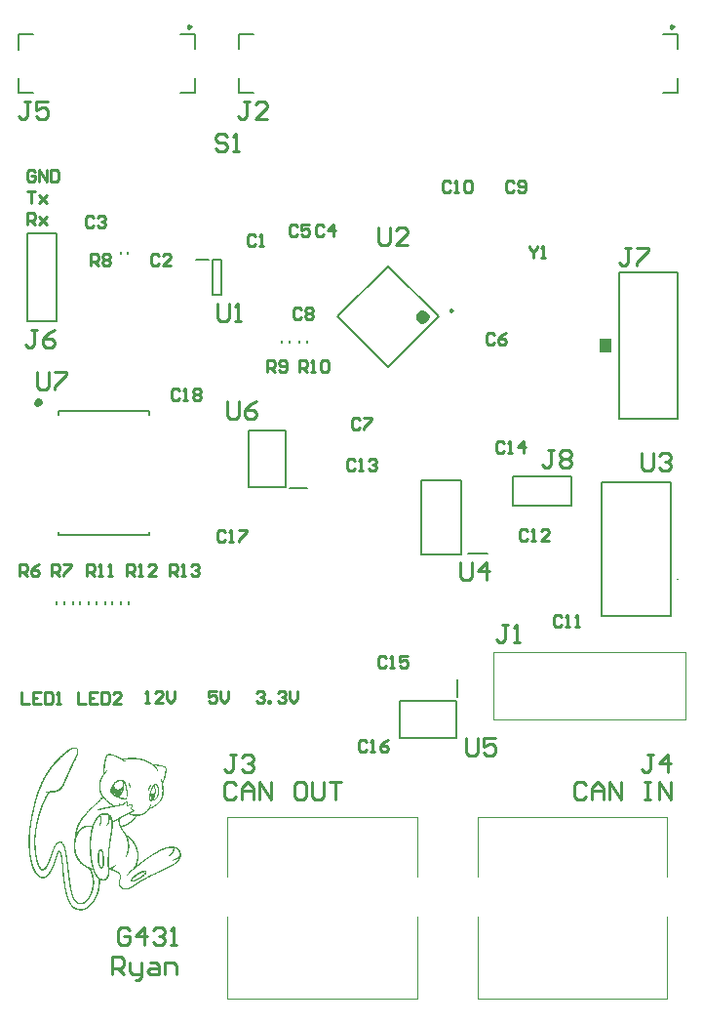
<source format=gto>
G04*
G04 #@! TF.GenerationSoftware,Altium Limited,Altium Designer,22.4.2 (48)*
G04*
G04 Layer_Color=65535*
%FSLAX25Y25*%
%MOIN*%
G70*
G04*
G04 #@! TF.SameCoordinates,D4827CC2-CCBD-4F76-BBD4-9D2AE6A5A8F2*
G04*
G04*
G04 #@! TF.FilePolarity,Positive*
G04*
G01*
G75*
%ADD10C,0.02000*%
%ADD11C,0.00394*%
%ADD12C,0.02362*%
%ADD13C,0.00984*%
%ADD14C,0.00394*%
%ADD15C,0.01050*%
%ADD16C,0.00600*%
%ADD17C,0.00787*%
%ADD18C,0.00500*%
%ADD19C,0.01000*%
%ADD20R,0.04336X0.05000*%
G36*
X123739Y186364D02*
X123861D01*
Y186302D01*
X124045D01*
Y186241D01*
X124106D01*
Y186180D01*
X124229D01*
Y186057D01*
X124351D01*
Y185935D01*
X124413D01*
Y185812D01*
X124474D01*
Y185690D01*
X124535D01*
Y185200D01*
X124596D01*
Y184955D01*
X124535D01*
Y184343D01*
X124474D01*
Y184220D01*
X124413D01*
Y183914D01*
X124351D01*
Y183730D01*
X124290D01*
Y183607D01*
X124229D01*
Y183362D01*
X124168D01*
Y183301D01*
X124106D01*
Y183056D01*
X124045D01*
Y182995D01*
X123984D01*
Y182811D01*
X123923D01*
Y182689D01*
X123861D01*
Y182627D01*
X123800D01*
Y182444D01*
X123739D01*
Y182383D01*
X123678D01*
Y182199D01*
X123616D01*
Y182076D01*
X123555D01*
Y181954D01*
X123494D01*
Y181831D01*
X123433D01*
Y181770D01*
X123371D01*
Y181586D01*
X123310D01*
Y181525D01*
X123249D01*
Y181341D01*
X123187D01*
Y181219D01*
X123126D01*
Y181096D01*
X123065D01*
Y180974D01*
X123004D01*
Y180851D01*
X122942D01*
Y180667D01*
X122881D01*
Y180606D01*
X122820D01*
Y180422D01*
X122759D01*
Y180361D01*
X122697D01*
Y180177D01*
X122636D01*
Y180055D01*
X122575D01*
Y179994D01*
X122514D01*
Y179810D01*
X122452D01*
Y179688D01*
X122391D01*
Y179504D01*
X122330D01*
Y179443D01*
X122269D01*
Y179259D01*
X122207D01*
Y179136D01*
X122146D01*
Y179014D01*
X122085D01*
Y178830D01*
X122024D01*
Y178769D01*
X121962D01*
Y178585D01*
X121901D01*
Y178524D01*
X121840D01*
Y178340D01*
X121779D01*
Y178217D01*
X121718D01*
Y178156D01*
X121656D01*
Y177911D01*
X121595D01*
Y177850D01*
X121534D01*
Y177605D01*
X121473D01*
Y177544D01*
X121411D01*
Y177360D01*
X121350D01*
Y177237D01*
X121289D01*
Y177176D01*
X121228D01*
Y176992D01*
X121166D01*
Y176931D01*
X121105D01*
Y176686D01*
X121044D01*
Y176625D01*
X120983D01*
Y176380D01*
X120921D01*
Y176319D01*
X120860D01*
Y176196D01*
X120799D01*
Y176013D01*
X120738D01*
Y175890D01*
X120676D01*
Y175706D01*
X120615D01*
Y175645D01*
X120554D01*
Y175461D01*
X120492D01*
Y175339D01*
X120431D01*
Y175216D01*
X120370D01*
Y175032D01*
X120309D01*
Y174910D01*
X120247D01*
Y174726D01*
X120186D01*
Y174665D01*
X120125D01*
Y174420D01*
X120064D01*
Y174359D01*
X120002D01*
Y174175D01*
X119941D01*
Y173991D01*
X119880D01*
Y173930D01*
X119819D01*
Y173685D01*
X119757D01*
Y173624D01*
X119696D01*
Y173440D01*
X119635D01*
Y173379D01*
X119574D01*
Y173256D01*
X119512D01*
Y173073D01*
X119390D01*
Y172889D01*
X119329D01*
Y172827D01*
X119267D01*
Y172705D01*
X119206D01*
Y172644D01*
X119145D01*
Y172582D01*
X119084D01*
Y172521D01*
X119023D01*
Y172460D01*
X118961D01*
Y172337D01*
X118900D01*
Y172276D01*
X118839D01*
Y172215D01*
X118778D01*
Y172154D01*
X118716D01*
Y172092D01*
X118594D01*
Y172031D01*
X118533D01*
Y171970D01*
X118471D01*
Y171909D01*
X118410D01*
Y171847D01*
X118349D01*
Y171786D01*
X118226D01*
Y171725D01*
X118165D01*
Y171664D01*
X118043D01*
Y171602D01*
X117920D01*
Y171541D01*
X117859D01*
Y171480D01*
X117675D01*
Y171419D01*
X117614D01*
Y171358D01*
X117369D01*
Y171296D01*
X117307D01*
Y171235D01*
X116940D01*
Y171174D01*
X116756D01*
Y171113D01*
X116572D01*
Y171051D01*
X115960D01*
Y170990D01*
X115531D01*
Y170929D01*
X114735D01*
Y170868D01*
X114674D01*
Y170745D01*
X114612D01*
Y170684D01*
X114551D01*
Y170500D01*
X114490D01*
Y170439D01*
X114429D01*
Y170316D01*
X114367D01*
Y170255D01*
X114306D01*
Y170194D01*
X114245D01*
Y170010D01*
X114184D01*
Y169949D01*
X114122D01*
Y169765D01*
X114061D01*
Y169704D01*
X114000D01*
Y169581D01*
X113939D01*
Y169459D01*
X113877D01*
Y169397D01*
X113816D01*
Y169275D01*
X113755D01*
Y169214D01*
X113694D01*
Y169030D01*
X113633D01*
Y168969D01*
X113571D01*
Y168785D01*
X113510D01*
Y168663D01*
X113449D01*
Y168601D01*
X113388D01*
Y168418D01*
X113326D01*
Y168356D01*
X113265D01*
Y168173D01*
X113204D01*
Y168111D01*
X113143D01*
Y167928D01*
X113081D01*
Y167805D01*
X113020D01*
Y167683D01*
X112959D01*
Y167499D01*
X112898D01*
Y167376D01*
X112836D01*
Y167192D01*
X112775D01*
Y167131D01*
X112714D01*
Y166947D01*
X112653D01*
Y166825D01*
X112591D01*
Y166764D01*
X112530D01*
Y166457D01*
X112469D01*
Y166396D01*
X112408D01*
Y166151D01*
X112346D01*
Y166090D01*
X112285D01*
Y165906D01*
X112224D01*
Y165723D01*
X112162D01*
Y165600D01*
X112101D01*
Y165416D01*
X112040D01*
Y165294D01*
X111979D01*
Y165049D01*
X111917D01*
Y164926D01*
X111856D01*
Y164681D01*
X111795D01*
Y164559D01*
X111734D01*
Y164436D01*
X111672D01*
Y164130D01*
X111611D01*
Y164069D01*
X111550D01*
Y163762D01*
X111489D01*
Y163640D01*
X111427D01*
Y163334D01*
X111366D01*
Y163150D01*
X111305D01*
Y163028D01*
X111244D01*
Y162721D01*
X111182D01*
Y162660D01*
X111121D01*
Y162231D01*
X111060D01*
Y162109D01*
X110999D01*
Y161802D01*
X110938D01*
Y161619D01*
X110876D01*
Y161496D01*
X110815D01*
Y161006D01*
X110754D01*
Y160945D01*
X110693D01*
Y160455D01*
X110631D01*
Y160271D01*
X110570D01*
Y159904D01*
X110509D01*
Y159659D01*
X110448D01*
Y159475D01*
X110386D01*
Y158924D01*
X110325D01*
Y158801D01*
X110264D01*
Y158127D01*
X110203D01*
Y157882D01*
X110141D01*
Y157331D01*
X110080D01*
Y156903D01*
X110019D01*
Y156719D01*
X109958D01*
Y155494D01*
X109896D01*
Y153044D01*
X109958D01*
Y151635D01*
X110019D01*
Y151268D01*
X110080D01*
Y150961D01*
X110141D01*
Y150349D01*
X110203D01*
Y150042D01*
X110264D01*
Y149491D01*
X110325D01*
Y149369D01*
X110386D01*
Y148818D01*
X110448D01*
Y148695D01*
X110509D01*
Y148450D01*
X110570D01*
Y148082D01*
X110631D01*
Y147960D01*
X110693D01*
Y147654D01*
X110754D01*
Y147531D01*
X110815D01*
Y147225D01*
X110876D01*
Y147041D01*
X110938D01*
Y146919D01*
X110999D01*
Y146674D01*
X111060D01*
Y146613D01*
X111121D01*
Y146368D01*
X111182D01*
Y146306D01*
X111244D01*
Y146123D01*
X111305D01*
Y146000D01*
X111366D01*
Y145878D01*
X111427D01*
Y145755D01*
X111489D01*
Y145694D01*
X111550D01*
Y145510D01*
X111672D01*
Y145387D01*
X111734D01*
Y145326D01*
X111795D01*
Y145265D01*
X111856D01*
Y145204D01*
X111917D01*
Y145142D01*
X111979D01*
Y145081D01*
X112101D01*
Y145020D01*
X112162D01*
Y144959D01*
X112591D01*
Y145020D01*
X112714D01*
Y145081D01*
X112836D01*
Y145142D01*
X112898D01*
Y145204D01*
X113020D01*
Y145265D01*
X113081D01*
Y145326D01*
X113143D01*
Y145449D01*
X113204D01*
Y145510D01*
X113265D01*
Y145571D01*
X113326D01*
Y145633D01*
X113388D01*
Y145755D01*
X113449D01*
Y145816D01*
X113510D01*
Y145878D01*
X113571D01*
Y146000D01*
X113633D01*
Y146061D01*
X113694D01*
Y146245D01*
X113755D01*
Y146306D01*
X113816D01*
Y146429D01*
X113877D01*
Y146551D01*
X113939D01*
Y146674D01*
X114000D01*
Y146858D01*
X114061D01*
Y146919D01*
X114122D01*
Y147102D01*
X114184D01*
Y147225D01*
X114245D01*
Y147347D01*
X114306D01*
Y147531D01*
X114367D01*
Y147654D01*
X114429D01*
Y147837D01*
X114490D01*
Y147960D01*
X114551D01*
Y148144D01*
X114612D01*
Y148266D01*
X114674D01*
Y148450D01*
X114735D01*
Y148634D01*
X114796D01*
Y148695D01*
X114857D01*
Y149001D01*
X114919D01*
Y149063D01*
X114980D01*
Y149308D01*
X115041D01*
Y149430D01*
X115103D01*
Y149675D01*
X115164D01*
Y149797D01*
X115225D01*
Y149920D01*
X115286D01*
Y150165D01*
X115348D01*
Y150226D01*
X115409D01*
Y150532D01*
X115470D01*
Y150655D01*
X115531D01*
Y150839D01*
X115593D01*
Y151023D01*
X115654D01*
Y151145D01*
X115715D01*
Y151329D01*
X115776D01*
Y151451D01*
X115838D01*
Y151696D01*
X115899D01*
Y151758D01*
X115960D01*
Y151941D01*
X116021D01*
Y152064D01*
X116083D01*
Y152186D01*
X116144D01*
Y152370D01*
X116205D01*
Y152431D01*
X116266D01*
Y152615D01*
X116328D01*
Y152676D01*
X116389D01*
Y152799D01*
X116450D01*
Y152921D01*
X116511D01*
Y152982D01*
X116572D01*
Y153105D01*
X116634D01*
Y153166D01*
X116695D01*
Y153289D01*
X116756D01*
Y153350D01*
X116817D01*
Y153411D01*
X116879D01*
Y153472D01*
X116940D01*
Y153534D01*
X117001D01*
Y153656D01*
X117124D01*
Y153779D01*
X117246D01*
Y153901D01*
X117369D01*
Y153963D01*
X117430D01*
Y154024D01*
X117491D01*
Y154085D01*
X117614D01*
Y154146D01*
X117675D01*
Y154208D01*
X117920D01*
Y154269D01*
X118043D01*
Y154330D01*
X118533D01*
Y154269D01*
X118655D01*
Y154208D01*
X118839D01*
Y154146D01*
X118961D01*
Y154085D01*
X119023D01*
Y154024D01*
X119084D01*
Y153963D01*
X119145D01*
Y153901D01*
X119206D01*
Y153840D01*
X119267D01*
Y153779D01*
X119329D01*
Y153718D01*
X119390D01*
Y153595D01*
X119451D01*
Y153534D01*
X119512D01*
Y153411D01*
X119574D01*
Y153350D01*
X119635D01*
Y153289D01*
X119696D01*
Y153105D01*
X119757D01*
Y153044D01*
X119819D01*
Y152799D01*
X119880D01*
Y152737D01*
X119941D01*
Y152554D01*
X120002D01*
Y152370D01*
X120064D01*
Y152248D01*
X120125D01*
Y151941D01*
X120186D01*
Y151819D01*
X120247D01*
Y151390D01*
X120309D01*
Y151268D01*
X120370D01*
Y150716D01*
X120431D01*
Y150532D01*
X120492D01*
Y150226D01*
X120554D01*
Y149736D01*
X120615D01*
Y149491D01*
X120676D01*
Y148879D01*
X120738D01*
Y148695D01*
X120799D01*
Y147960D01*
X120860D01*
Y147715D01*
X120921D01*
Y147409D01*
X120983D01*
Y146735D01*
X121044D01*
Y146490D01*
X121105D01*
Y145694D01*
X121166D01*
Y145449D01*
X121228D01*
Y144591D01*
X121289D01*
Y144407D01*
X121350D01*
Y143918D01*
X121411D01*
Y143244D01*
X121473D01*
Y142938D01*
X121534D01*
Y142080D01*
X121595D01*
Y141835D01*
X121656D01*
Y140978D01*
X121718D01*
Y140855D01*
X121779D01*
Y140794D01*
X121718D01*
Y140733D01*
X121779D01*
Y140426D01*
X121840D01*
Y139875D01*
X121901D01*
Y139630D01*
X121962D01*
Y138956D01*
X122024D01*
Y138834D01*
X122085D01*
Y138283D01*
X122146D01*
Y138099D01*
X122207D01*
Y137854D01*
X122269D01*
Y137486D01*
X122330D01*
Y137302D01*
X122391D01*
Y136874D01*
X122452D01*
Y136751D01*
X122514D01*
Y136445D01*
X122575D01*
Y136322D01*
X122636D01*
Y136139D01*
X122697D01*
Y135894D01*
X122759D01*
Y135771D01*
X122820D01*
Y135526D01*
X122881D01*
Y135465D01*
X122942D01*
Y135281D01*
X123004D01*
Y135159D01*
X123065D01*
Y135036D01*
X123126D01*
Y134914D01*
X123187D01*
Y134853D01*
X123249D01*
Y134669D01*
X123310D01*
Y134608D01*
X123371D01*
Y134424D01*
X123433D01*
Y134362D01*
X123494D01*
Y134301D01*
X123555D01*
Y134240D01*
X123616D01*
Y134179D01*
X123678D01*
Y134117D01*
X123739D01*
Y134056D01*
X123800D01*
Y133934D01*
X123923D01*
Y133872D01*
X123984D01*
Y133811D01*
X124045D01*
Y133750D01*
X124106D01*
Y133689D01*
X124168D01*
Y133627D01*
X124229D01*
Y133566D01*
X124290D01*
Y133505D01*
X124474D01*
Y133444D01*
X124535D01*
Y133382D01*
X124902D01*
Y133321D01*
X125086D01*
Y133260D01*
X125760D01*
Y133321D01*
X125944D01*
Y133382D01*
X126189D01*
Y133444D01*
X126250D01*
Y133505D01*
X126373D01*
Y133566D01*
X126495D01*
Y133627D01*
X126618D01*
Y133689D01*
X126679D01*
Y133750D01*
X126740D01*
Y133811D01*
X126863D01*
Y133934D01*
X126985D01*
Y133995D01*
X127108D01*
Y134117D01*
X127230D01*
Y134240D01*
X127291D01*
Y134301D01*
X127352D01*
Y134362D01*
X127414D01*
Y134485D01*
X127536D01*
Y134608D01*
X127597D01*
Y134669D01*
X127659D01*
Y134730D01*
X127720D01*
Y134791D01*
X127781D01*
Y134853D01*
X127842D01*
Y135036D01*
X127904D01*
Y135098D01*
X127965D01*
Y135220D01*
X128087D01*
Y135343D01*
X128149D01*
Y135465D01*
X128210D01*
Y135588D01*
X128271D01*
Y135710D01*
X128332D01*
Y135771D01*
X128394D01*
Y135955D01*
X128455D01*
Y136016D01*
X128516D01*
Y136200D01*
X128577D01*
Y136322D01*
X128639D01*
Y136445D01*
X128700D01*
Y136629D01*
X128761D01*
Y136751D01*
X128823D01*
Y136996D01*
X128884D01*
Y137057D01*
X128945D01*
Y137302D01*
X129006D01*
Y137486D01*
X129068D01*
Y137670D01*
X129129D01*
Y137976D01*
X129190D01*
Y138099D01*
X129251D01*
Y138589D01*
X129313D01*
Y138772D01*
X129374D01*
Y139385D01*
X129435D01*
Y139936D01*
X129496D01*
Y140916D01*
X129435D01*
Y141406D01*
X129374D01*
Y142019D01*
X129313D01*
Y142141D01*
X129251D01*
Y142631D01*
X129190D01*
Y142692D01*
X129129D01*
Y143060D01*
X129068D01*
Y143183D01*
X129006D01*
Y143305D01*
X128945D01*
Y143550D01*
X128884D01*
Y143611D01*
X128823D01*
Y143856D01*
X128761D01*
Y143918D01*
X128700D01*
Y144101D01*
X128639D01*
Y144224D01*
X128577D01*
Y144285D01*
X128516D01*
Y144407D01*
X128455D01*
Y144530D01*
X128394D01*
Y144652D01*
X128332D01*
Y144775D01*
X128271D01*
Y144897D01*
X128210D01*
Y144959D01*
X128149D01*
Y145020D01*
X128087D01*
Y145081D01*
X127842D01*
Y145142D01*
X127720D01*
Y145204D01*
X127597D01*
Y145265D01*
X127475D01*
Y145326D01*
X127352D01*
Y145387D01*
X127169D01*
Y145449D01*
X127108D01*
Y145510D01*
X126985D01*
Y145571D01*
X126863D01*
Y145633D01*
X126801D01*
Y145694D01*
X126679D01*
Y145755D01*
X126618D01*
Y145816D01*
X126434D01*
Y145878D01*
X126373D01*
Y145939D01*
X126311D01*
Y146000D01*
X126250D01*
Y146061D01*
X126128D01*
Y146123D01*
X126005D01*
Y146184D01*
X125944D01*
Y146245D01*
X125882D01*
Y146306D01*
X125821D01*
Y146368D01*
X125699D01*
Y146490D01*
X125637D01*
Y146551D01*
X125515D01*
Y146613D01*
X125454D01*
Y146674D01*
X125392D01*
Y146735D01*
X125331D01*
Y146796D01*
X125270D01*
Y146858D01*
X125209D01*
Y146919D01*
X125147D01*
Y146980D01*
X125086D01*
Y147041D01*
X125025D01*
Y147102D01*
X124964D01*
Y147225D01*
X124841D01*
Y147347D01*
X124780D01*
Y147409D01*
X124719D01*
Y147470D01*
X124657D01*
Y147531D01*
X124596D01*
Y147592D01*
X124535D01*
Y147776D01*
X124474D01*
Y147837D01*
X124413D01*
Y147899D01*
X124351D01*
Y147960D01*
X124290D01*
Y148082D01*
X124229D01*
Y148205D01*
X124168D01*
Y148266D01*
X124106D01*
Y148389D01*
X124045D01*
Y148511D01*
X123984D01*
Y148634D01*
X123923D01*
Y148695D01*
X123861D01*
Y148879D01*
X123800D01*
Y149001D01*
X123739D01*
Y149124D01*
X123678D01*
Y149308D01*
X123616D01*
Y149369D01*
X123555D01*
Y149675D01*
X123494D01*
Y149797D01*
X123433D01*
Y149981D01*
X123371D01*
Y150226D01*
X123310D01*
Y150349D01*
X123249D01*
Y150777D01*
X123187D01*
Y150961D01*
X123126D01*
Y151635D01*
X123065D01*
Y151941D01*
X123004D01*
Y153840D01*
X123065D01*
Y154146D01*
X123126D01*
Y154759D01*
X123187D01*
Y154943D01*
X123249D01*
Y155310D01*
X123310D01*
Y155494D01*
X123371D01*
Y155677D01*
X123433D01*
Y156535D01*
X123494D01*
Y157086D01*
X123555D01*
Y157760D01*
X123616D01*
Y157882D01*
X123678D01*
Y158372D01*
X123739D01*
Y158495D01*
X123800D01*
Y158740D01*
X123861D01*
Y158985D01*
X123923D01*
Y159046D01*
X123984D01*
Y159291D01*
X124045D01*
Y159414D01*
X124106D01*
Y159659D01*
X124168D01*
Y159720D01*
X124229D01*
Y159843D01*
X124290D01*
Y160026D01*
X124351D01*
Y160088D01*
X124413D01*
Y160271D01*
X124474D01*
Y160333D01*
X124535D01*
Y160516D01*
X124596D01*
Y160639D01*
X124657D01*
Y160700D01*
X124719D01*
Y160822D01*
X124780D01*
Y160945D01*
X124841D01*
Y161067D01*
X124902D01*
Y161129D01*
X124964D01*
Y161251D01*
X125025D01*
Y161312D01*
X125086D01*
Y161435D01*
X125147D01*
Y161557D01*
X125209D01*
Y161619D01*
X125270D01*
Y161741D01*
X125331D01*
Y161802D01*
X125392D01*
Y161925D01*
X125454D01*
Y161986D01*
X125515D01*
Y162048D01*
X125576D01*
Y162170D01*
X125637D01*
Y162231D01*
X125699D01*
Y162354D01*
X125821D01*
Y162476D01*
X125882D01*
Y162538D01*
X125944D01*
Y162660D01*
X126005D01*
Y162721D01*
X126066D01*
Y162783D01*
X126128D01*
Y162905D01*
X126189D01*
Y162966D01*
X126250D01*
Y163028D01*
X126311D01*
Y163089D01*
X126373D01*
Y163150D01*
X126434D01*
Y163211D01*
X126495D01*
Y163273D01*
X126556D01*
Y163334D01*
X126618D01*
Y163395D01*
X126679D01*
Y163517D01*
X126740D01*
Y163579D01*
X126801D01*
Y163640D01*
X126863D01*
Y163762D01*
X126985D01*
Y163885D01*
X127046D01*
Y163946D01*
X127108D01*
Y164007D01*
X127169D01*
Y164069D01*
X127230D01*
Y164130D01*
X127291D01*
Y164191D01*
X127352D01*
Y164252D01*
X127414D01*
Y164314D01*
X127475D01*
Y164375D01*
X127536D01*
Y164436D01*
X127597D01*
Y164497D01*
X127659D01*
Y164559D01*
X127720D01*
Y164620D01*
X127781D01*
Y164681D01*
X127842D01*
Y164743D01*
X127904D01*
Y164804D01*
X127965D01*
Y164865D01*
X128026D01*
Y164926D01*
X128087D01*
Y164988D01*
X128149D01*
Y165049D01*
X128210D01*
Y165110D01*
X128271D01*
Y165171D01*
X128332D01*
Y165233D01*
X128394D01*
Y165294D01*
X128455D01*
Y165355D01*
X128516D01*
Y165416D01*
X128577D01*
Y165478D01*
X128639D01*
Y165539D01*
X128700D01*
Y165600D01*
X128761D01*
Y165661D01*
X128823D01*
Y165723D01*
X128884D01*
Y165784D01*
X128945D01*
Y165845D01*
X129006D01*
Y165906D01*
X129068D01*
Y165968D01*
X129129D01*
Y166029D01*
X129190D01*
Y166090D01*
X129313D01*
Y166151D01*
X129374D01*
Y166212D01*
X129435D01*
Y166335D01*
X129558D01*
Y166457D01*
X129680D01*
Y166519D01*
X129741D01*
Y166580D01*
X129803D01*
Y166641D01*
X129864D01*
Y166702D01*
X129925D01*
Y166764D01*
X129986D01*
Y166825D01*
X130109D01*
Y166947D01*
X130231D01*
Y167070D01*
X130354D01*
Y167131D01*
X130415D01*
Y167192D01*
X130476D01*
Y167254D01*
X130537D01*
Y167376D01*
X130660D01*
Y167438D01*
X130721D01*
Y167499D01*
X130782D01*
Y167560D01*
X130844D01*
Y167621D01*
X130905D01*
Y167683D01*
X130966D01*
Y167744D01*
X131027D01*
Y167805D01*
X131089D01*
Y167866D01*
X131150D01*
Y167928D01*
X131211D01*
Y167989D01*
X131272D01*
Y168050D01*
X131334D01*
Y168111D01*
X131395D01*
Y168173D01*
X131456D01*
Y168234D01*
X131518D01*
Y168295D01*
X131579D01*
Y168356D01*
X131640D01*
Y168418D01*
X131701D01*
Y168479D01*
X131763D01*
Y168540D01*
X131824D01*
Y168663D01*
X131946D01*
Y168785D01*
X132008D01*
Y168846D01*
X132069D01*
Y168907D01*
X132130D01*
Y169030D01*
X132191D01*
Y169091D01*
X132253D01*
Y169152D01*
X132314D01*
Y169214D01*
X132375D01*
Y169275D01*
X132436D01*
Y169336D01*
X132498D01*
Y169397D01*
X132559D01*
Y169459D01*
X132620D01*
Y169520D01*
X132681D01*
Y169765D01*
X132559D01*
Y169887D01*
X132498D01*
Y170010D01*
X132436D01*
Y170071D01*
X132375D01*
Y170255D01*
X132314D01*
Y170316D01*
X132253D01*
Y170500D01*
X132191D01*
Y170561D01*
X132130D01*
Y170745D01*
X132069D01*
Y170868D01*
X132008D01*
Y170990D01*
X131946D01*
Y171235D01*
X131885D01*
Y171296D01*
X131824D01*
Y171664D01*
X131763D01*
Y171786D01*
X131701D01*
Y172460D01*
X131640D01*
Y172582D01*
X131579D01*
Y172644D01*
X131640D01*
Y173808D01*
X131701D01*
Y174420D01*
X131763D01*
Y174542D01*
X131824D01*
Y174910D01*
X131885D01*
Y175032D01*
X131946D01*
Y175277D01*
X132008D01*
Y175400D01*
X132069D01*
Y175522D01*
X132130D01*
Y175706D01*
X132191D01*
Y175768D01*
X132253D01*
Y176013D01*
X132314D01*
Y176074D01*
X132375D01*
Y176258D01*
X132436D01*
Y176319D01*
X132498D01*
Y176380D01*
X132559D01*
Y176564D01*
X132620D01*
Y176625D01*
X132681D01*
Y176809D01*
X132743D01*
Y176870D01*
X132804D01*
Y176992D01*
X132865D01*
Y177054D01*
X132926D01*
Y177115D01*
X132987D01*
Y177237D01*
X133049D01*
Y177360D01*
X133110D01*
Y179626D01*
X133171D01*
Y179994D01*
X133232D01*
Y180667D01*
X133294D01*
Y180974D01*
X133355D01*
Y181158D01*
X133416D01*
Y181709D01*
X133477D01*
Y181831D01*
X133539D01*
Y182260D01*
X133600D01*
Y182321D01*
X133661D01*
Y182627D01*
X133722D01*
Y182750D01*
X133784D01*
Y182934D01*
X133845D01*
Y183117D01*
X133906D01*
Y183179D01*
X133967D01*
Y183362D01*
X134029D01*
Y183485D01*
X134090D01*
Y183546D01*
X134151D01*
Y183607D01*
X134213D01*
Y183730D01*
X134274D01*
Y183853D01*
X134335D01*
Y183914D01*
X134458D01*
Y183975D01*
X134519D01*
Y184036D01*
X134703D01*
Y184098D01*
X134764D01*
Y184159D01*
X135131D01*
Y184220D01*
X135438D01*
Y184159D01*
X135866D01*
Y184098D01*
X136050D01*
Y184036D01*
X136417D01*
Y183975D01*
X136540D01*
Y183914D01*
X136846D01*
Y183853D01*
X136907D01*
Y183791D01*
X137091D01*
Y183730D01*
X137336D01*
Y183669D01*
X137398D01*
Y183607D01*
X137581D01*
Y183546D01*
X137643D01*
Y183485D01*
X137888D01*
Y183424D01*
X137949D01*
Y183362D01*
X138133D01*
Y183301D01*
X138255D01*
Y183240D01*
X138316D01*
Y183179D01*
X138500D01*
Y183117D01*
X138561D01*
Y183056D01*
X138745D01*
Y182995D01*
X138806D01*
Y182934D01*
X138990D01*
Y182872D01*
X139051D01*
Y182811D01*
X139112D01*
Y182750D01*
X139357D01*
Y182627D01*
X139541D01*
Y182566D01*
X139725D01*
Y182627D01*
X140276D01*
Y182689D01*
X140521D01*
Y182750D01*
X141501D01*
Y182811D01*
X141930D01*
Y182872D01*
X143890D01*
Y182811D01*
X144380D01*
Y182750D01*
X145176D01*
Y182689D01*
X145360D01*
Y182627D01*
X145850D01*
Y182566D01*
X146034D01*
Y182505D01*
X146340D01*
Y182444D01*
X146585D01*
Y182383D01*
X146646D01*
Y182321D01*
X147014D01*
Y182260D01*
X147075D01*
Y182199D01*
X147381D01*
Y182138D01*
X147442D01*
Y182076D01*
X147626D01*
Y182015D01*
X147810D01*
Y181954D01*
X147871D01*
Y181893D01*
X148116D01*
Y181831D01*
X148178D01*
Y181770D01*
X148361D01*
Y181709D01*
X148484D01*
Y181648D01*
X148606D01*
Y181586D01*
X148729D01*
Y181525D01*
X148790D01*
Y181464D01*
X148913D01*
Y181403D01*
X148974D01*
Y181341D01*
X149158D01*
Y181280D01*
X149219D01*
Y181219D01*
X149280D01*
Y181158D01*
X149402D01*
Y181096D01*
X149525D01*
Y181035D01*
X149586D01*
Y180974D01*
X149647D01*
Y180912D01*
X149770D01*
Y180851D01*
X149831D01*
Y180790D01*
X149892D01*
Y180729D01*
X150076D01*
Y180667D01*
X150444D01*
Y180606D01*
X151363D01*
Y180545D01*
X151608D01*
Y180484D01*
X152159D01*
Y180422D01*
X152342D01*
Y180361D01*
X152771D01*
Y180300D01*
X153016D01*
Y180239D01*
X153139D01*
Y180177D01*
X153568D01*
Y180116D01*
X153629D01*
Y180055D01*
X153935D01*
Y179994D01*
X153996D01*
Y179932D01*
X154180D01*
Y179871D01*
X154303D01*
Y179810D01*
X154364D01*
Y179749D01*
X154486D01*
Y179626D01*
X154548D01*
Y179565D01*
X154609D01*
Y179443D01*
X154670D01*
Y177789D01*
X154609D01*
Y177421D01*
X154548D01*
Y177299D01*
X154486D01*
Y176748D01*
X154425D01*
Y176625D01*
X154364D01*
Y176258D01*
X154303D01*
Y176135D01*
X154241D01*
Y175829D01*
X154180D01*
Y175645D01*
X154119D01*
Y175584D01*
X154058D01*
Y175277D01*
X153996D01*
Y175216D01*
X153935D01*
Y174910D01*
X153874D01*
Y174849D01*
X153813D01*
Y174665D01*
X153751D01*
Y174542D01*
X153690D01*
Y174481D01*
X153629D01*
Y174297D01*
X153568D01*
Y174236D01*
X153506D01*
Y174053D01*
X153445D01*
Y173869D01*
X153506D01*
Y173379D01*
X153568D01*
Y173195D01*
X153629D01*
Y172337D01*
X153690D01*
Y170806D01*
X153629D01*
Y170071D01*
X153568D01*
Y169949D01*
X153506D01*
Y169581D01*
X153445D01*
Y169459D01*
X153384D01*
Y169214D01*
X153323D01*
Y169091D01*
X153261D01*
Y168969D01*
X153200D01*
Y168785D01*
X153139D01*
Y168724D01*
X153077D01*
Y168540D01*
X153016D01*
Y168479D01*
X152955D01*
Y168356D01*
X152894D01*
Y168234D01*
X152832D01*
Y168173D01*
X152771D01*
Y168050D01*
X152710D01*
Y167989D01*
X152649D01*
Y167866D01*
X152587D01*
Y167805D01*
X152526D01*
Y167683D01*
X152465D01*
Y167621D01*
X152342D01*
Y167499D01*
X152220D01*
Y167376D01*
X152097D01*
Y167254D01*
X152036D01*
Y167192D01*
X151914D01*
Y167070D01*
X151791D01*
Y166947D01*
X151669D01*
Y166886D01*
X151608D01*
Y166825D01*
X151546D01*
Y166764D01*
X151485D01*
Y166702D01*
X151424D01*
Y166641D01*
X151301D01*
Y166580D01*
X151240D01*
Y166519D01*
X151118D01*
Y166457D01*
X151056D01*
Y166396D01*
X150995D01*
Y166335D01*
X150873D01*
Y166274D01*
X150811D01*
Y166212D01*
X150628D01*
Y166151D01*
X150566D01*
Y166090D01*
X150382D01*
Y166029D01*
X150321D01*
Y165968D01*
X150199D01*
Y165906D01*
X150076D01*
Y165845D01*
X150015D01*
Y165784D01*
X149770D01*
Y165723D01*
X149709D01*
Y165661D01*
X149525D01*
Y165600D01*
X149402D01*
Y165539D01*
X149280D01*
Y165478D01*
X149096D01*
Y165416D01*
X148974D01*
Y165355D01*
X148913D01*
Y165294D01*
X148851D01*
Y165233D01*
X148790D01*
Y165110D01*
X148729D01*
Y165049D01*
X148668D01*
Y164926D01*
X148606D01*
Y164804D01*
X148545D01*
Y164743D01*
X148484D01*
Y164681D01*
X148423D01*
Y164620D01*
X148361D01*
Y164559D01*
X148300D01*
Y164497D01*
X148239D01*
Y164436D01*
X148178D01*
Y164375D01*
X148116D01*
Y164314D01*
X148055D01*
Y164252D01*
X147994D01*
Y164191D01*
X147933D01*
Y164130D01*
X147871D01*
Y164069D01*
X147810D01*
Y164007D01*
X147749D01*
Y163946D01*
X147626D01*
Y163885D01*
X147565D01*
Y163824D01*
X147442D01*
Y163762D01*
X147320D01*
Y163701D01*
X147259D01*
Y163640D01*
X147075D01*
Y163579D01*
X147014D01*
Y163517D01*
X146830D01*
Y163456D01*
X146769D01*
Y163395D01*
X146585D01*
Y163334D01*
X146401D01*
Y163273D01*
X146279D01*
Y163211D01*
X145911D01*
Y163150D01*
X145789D01*
Y163089D01*
X145054D01*
Y163028D01*
X144747D01*
Y162966D01*
X144686D01*
Y162905D01*
X144625D01*
Y162844D01*
X144564D01*
Y162783D01*
X144502D01*
Y162660D01*
X144380D01*
Y162538D01*
X144319D01*
Y162476D01*
X144257D01*
Y162354D01*
X144196D01*
Y162293D01*
X144135D01*
Y162231D01*
X144074D01*
Y162109D01*
X144012D01*
Y162048D01*
X143951D01*
Y161986D01*
X143890D01*
Y161925D01*
X143829D01*
Y161864D01*
X143767D01*
Y161802D01*
X143706D01*
Y161741D01*
X143645D01*
Y161680D01*
X143584D01*
Y161619D01*
X143523D01*
Y161496D01*
X143400D01*
Y161435D01*
X143339D01*
Y161374D01*
X143278D01*
Y161312D01*
X143216D01*
Y161251D01*
X143155D01*
Y161190D01*
X143094D01*
Y161129D01*
X143033D01*
Y161067D01*
X142971D01*
Y161006D01*
X142910D01*
Y160945D01*
X142849D01*
Y160884D01*
X142788D01*
Y160822D01*
X142665D01*
Y160761D01*
X142604D01*
Y160700D01*
X142543D01*
Y160639D01*
X142420D01*
Y160577D01*
X142359D01*
Y160516D01*
X142236D01*
Y160455D01*
X142175D01*
Y160394D01*
X142114D01*
Y160333D01*
X141991D01*
Y160271D01*
X141930D01*
Y160210D01*
X141807D01*
Y160149D01*
X141746D01*
Y160088D01*
X141562D01*
Y160026D01*
X141501D01*
Y159965D01*
X141317D01*
Y159904D01*
X141256D01*
Y159843D01*
X141195D01*
Y159781D01*
X140950D01*
Y159720D01*
X140889D01*
Y159659D01*
X140705D01*
Y159598D01*
X140583D01*
Y159536D01*
X140460D01*
Y159475D01*
X140276D01*
Y159414D01*
X140154D01*
Y159353D01*
X139909D01*
Y159291D01*
X139786D01*
Y159230D01*
X139419D01*
Y159169D01*
X139357D01*
Y158985D01*
X139419D01*
Y158924D01*
X139480D01*
Y158801D01*
X139541D01*
Y158679D01*
X139602D01*
Y158617D01*
X139664D01*
Y158495D01*
X139725D01*
Y158434D01*
X139786D01*
Y158250D01*
X139848D01*
Y158189D01*
X139909D01*
Y158127D01*
X139970D01*
Y158005D01*
X140031D01*
Y157944D01*
X140093D01*
Y157821D01*
X140154D01*
Y157760D01*
X140215D01*
Y157699D01*
X140276D01*
Y157638D01*
X140338D01*
Y157515D01*
X140399D01*
Y157454D01*
X140460D01*
Y157393D01*
X140521D01*
Y157209D01*
X140644D01*
Y157086D01*
X140705D01*
Y157025D01*
X140766D01*
Y156903D01*
X140828D01*
Y156780D01*
X140889D01*
Y156719D01*
X140950D01*
Y156658D01*
X141072D01*
Y156535D01*
X141195D01*
Y156474D01*
X141317D01*
Y156412D01*
X141379D01*
Y156351D01*
X141501D01*
Y156229D01*
X141624D01*
Y156167D01*
X141685D01*
Y156106D01*
X141807D01*
Y156045D01*
X141869D01*
Y155984D01*
X141930D01*
Y155922D01*
X142052D01*
Y155800D01*
X142175D01*
Y155739D01*
X142236D01*
Y155677D01*
X142297D01*
Y155616D01*
X142359D01*
Y155555D01*
X142420D01*
Y155494D01*
X142481D01*
Y155432D01*
X142543D01*
Y155371D01*
X142604D01*
Y155310D01*
X142665D01*
Y155249D01*
X142726D01*
Y155187D01*
X142788D01*
Y155126D01*
X142849D01*
Y155065D01*
X142910D01*
Y155004D01*
X142971D01*
Y154943D01*
X143033D01*
Y154881D01*
X143094D01*
Y154759D01*
X143155D01*
Y154698D01*
X143216D01*
Y154575D01*
X143278D01*
Y154514D01*
X143339D01*
Y154453D01*
X143400D01*
Y154391D01*
X143461D01*
Y154330D01*
X143523D01*
Y154208D01*
X143584D01*
Y154146D01*
X143645D01*
Y154024D01*
X143706D01*
Y153963D01*
X143767D01*
Y153840D01*
X143829D01*
Y153779D01*
X143890D01*
Y153656D01*
X143951D01*
Y153534D01*
X144012D01*
Y153472D01*
X144074D01*
Y153289D01*
X144135D01*
Y153227D01*
X144196D01*
Y153105D01*
X144257D01*
Y152982D01*
X144319D01*
Y152921D01*
X144380D01*
Y152676D01*
X144441D01*
Y152615D01*
X144502D01*
Y152370D01*
X144564D01*
Y152309D01*
X144625D01*
Y152186D01*
X144686D01*
Y152003D01*
X144747D01*
Y151880D01*
X144809D01*
Y151574D01*
X144870D01*
Y151451D01*
X144931D01*
Y151084D01*
X144992D01*
Y150900D01*
X145054D01*
Y150594D01*
X145115D01*
Y150104D01*
X145176D01*
Y148573D01*
X145115D01*
Y148082D01*
X145054D01*
Y147776D01*
X144992D01*
Y147654D01*
X144931D01*
Y147225D01*
X144870D01*
Y147164D01*
X144809D01*
Y146858D01*
X144747D01*
Y146796D01*
X144686D01*
Y146613D01*
X144625D01*
Y146429D01*
X144564D01*
Y146368D01*
X144502D01*
Y146184D01*
X144686D01*
Y146245D01*
X144747D01*
Y146306D01*
X144809D01*
Y146368D01*
X144931D01*
Y146429D01*
X144992D01*
Y146490D01*
X145054D01*
Y146551D01*
X145115D01*
Y146613D01*
X145176D01*
Y146674D01*
X145299D01*
Y146735D01*
X145360D01*
Y146796D01*
X145483D01*
Y146858D01*
X145544D01*
Y146919D01*
X145605D01*
Y146980D01*
X145666D01*
Y147041D01*
X145728D01*
Y147102D01*
X145850D01*
Y147164D01*
X145911D01*
Y147225D01*
X146034D01*
Y147286D01*
X146095D01*
Y147347D01*
X146218D01*
Y147409D01*
X146279D01*
Y147470D01*
X146340D01*
Y147531D01*
X146401D01*
Y147592D01*
X146463D01*
Y147654D01*
X146585D01*
Y147715D01*
X146646D01*
Y147776D01*
X146769D01*
Y147837D01*
X146830D01*
Y147899D01*
X146891D01*
Y147960D01*
X147014D01*
Y148021D01*
X147075D01*
Y148082D01*
X147197D01*
Y148144D01*
X147259D01*
Y148205D01*
X147320D01*
Y148266D01*
X147381D01*
Y148328D01*
X147504D01*
Y148389D01*
X147565D01*
Y148450D01*
X147687D01*
Y148511D01*
X147810D01*
Y148634D01*
X147933D01*
Y148695D01*
X147994D01*
Y148756D01*
X148116D01*
Y148818D01*
X148239D01*
Y148879D01*
X148300D01*
Y148940D01*
X148423D01*
Y149001D01*
X148484D01*
Y149063D01*
X148606D01*
Y149124D01*
X148668D01*
Y149185D01*
X148729D01*
Y149246D01*
X148851D01*
Y149308D01*
X148913D01*
Y149369D01*
X149096D01*
Y149491D01*
X149219D01*
Y149553D01*
X149280D01*
Y149614D01*
X149402D01*
Y149675D01*
X149525D01*
Y149736D01*
X149586D01*
Y149797D01*
X149709D01*
Y149859D01*
X149770D01*
Y149920D01*
X149892D01*
Y149981D01*
X149954D01*
Y150042D01*
X150137D01*
Y150104D01*
X150199D01*
Y150165D01*
X150260D01*
Y150226D01*
X150382D01*
Y150287D01*
X150505D01*
Y150349D01*
X150628D01*
Y150410D01*
X150689D01*
Y150471D01*
X150811D01*
Y150532D01*
X150934D01*
Y150594D01*
X150995D01*
Y150655D01*
X151118D01*
Y150716D01*
X151179D01*
Y150777D01*
X151363D01*
Y150839D01*
X151424D01*
Y150900D01*
X151546D01*
Y150961D01*
X151669D01*
Y151023D01*
X151730D01*
Y151084D01*
X151914D01*
Y151145D01*
X151975D01*
Y151206D01*
X152159D01*
Y151268D01*
X152220D01*
Y151329D01*
X152342D01*
Y151390D01*
X152465D01*
Y151451D01*
X152526D01*
Y151513D01*
X152771D01*
Y151574D01*
X152832D01*
Y151635D01*
X153016D01*
Y151696D01*
X153139D01*
Y151758D01*
X153261D01*
Y151819D01*
X153384D01*
Y151880D01*
X153506D01*
Y151941D01*
X153751D01*
Y152003D01*
X153874D01*
Y152064D01*
X154058D01*
Y152125D01*
X154180D01*
Y152186D01*
X154425D01*
Y152248D01*
X154670D01*
Y152309D01*
X154792D01*
Y152370D01*
X155221D01*
Y152431D01*
X155405D01*
Y152492D01*
X157426D01*
Y152431D01*
X157549D01*
Y152370D01*
X157855D01*
Y152309D01*
X157977D01*
Y152248D01*
X158161D01*
Y152186D01*
X158284D01*
Y152125D01*
X158345D01*
Y152064D01*
X158467D01*
Y152003D01*
X158529D01*
Y151941D01*
X158651D01*
Y151880D01*
X158712D01*
Y151819D01*
X158774D01*
Y151758D01*
X158835D01*
Y151696D01*
X158896D01*
Y151635D01*
X158958D01*
Y151574D01*
X159019D01*
Y151513D01*
X159080D01*
Y151390D01*
X159141D01*
Y151329D01*
X159203D01*
Y151206D01*
X159264D01*
Y151145D01*
X159325D01*
Y151023D01*
X159386D01*
Y150839D01*
X159448D01*
Y150777D01*
X159509D01*
Y150471D01*
X159570D01*
Y150349D01*
X159631D01*
Y149063D01*
X159570D01*
Y148940D01*
X159509D01*
Y148634D01*
X159448D01*
Y148573D01*
X159386D01*
Y148450D01*
X159325D01*
Y148266D01*
X159264D01*
Y148205D01*
X159203D01*
Y148021D01*
X159141D01*
Y147960D01*
X159080D01*
Y147837D01*
X159019D01*
Y147776D01*
X158958D01*
Y147715D01*
X158896D01*
Y147592D01*
X158835D01*
Y147531D01*
X158774D01*
Y147409D01*
X158651D01*
Y147286D01*
X158590D01*
Y147225D01*
X158529D01*
Y147164D01*
X158467D01*
Y147102D01*
X158406D01*
Y147041D01*
X158345D01*
Y146980D01*
X158284D01*
Y146919D01*
X158161D01*
Y146858D01*
X158100D01*
Y146796D01*
X158039D01*
Y146735D01*
X157977D01*
Y146674D01*
X157855D01*
Y146613D01*
X157794D01*
Y146551D01*
X157732D01*
Y146490D01*
X157610D01*
Y146429D01*
X157549D01*
Y146368D01*
X157365D01*
Y146245D01*
X157243D01*
Y146184D01*
X157181D01*
Y146123D01*
X156998D01*
Y146061D01*
X156936D01*
Y146000D01*
X156814D01*
Y145939D01*
X156691D01*
Y145878D01*
X156630D01*
Y145816D01*
X156446D01*
Y145755D01*
X156385D01*
Y145694D01*
X156263D01*
Y145633D01*
X156079D01*
Y145571D01*
X156017D01*
Y145510D01*
X155834D01*
Y145449D01*
X155772D01*
Y145387D01*
X155527D01*
Y145326D01*
X155466D01*
Y145265D01*
X155282D01*
Y145204D01*
X155221D01*
Y145142D01*
X155099D01*
Y145081D01*
X154915D01*
Y145020D01*
X154854D01*
Y144959D01*
X154670D01*
Y144897D01*
X154609D01*
Y144836D01*
X154425D01*
Y144775D01*
X154303D01*
Y144714D01*
X154241D01*
Y144652D01*
X154058D01*
Y144591D01*
X153935D01*
Y144530D01*
X153813D01*
Y144469D01*
X153690D01*
Y144407D01*
X153506D01*
Y144346D01*
X153384D01*
Y144285D01*
X153323D01*
Y144224D01*
X153139D01*
Y144162D01*
X153077D01*
Y144101D01*
X152832D01*
Y144040D01*
X152771D01*
Y143979D01*
X152587D01*
Y143918D01*
X152465D01*
Y143856D01*
X152404D01*
Y143795D01*
X152220D01*
Y143734D01*
X152159D01*
Y143673D01*
X151975D01*
Y143611D01*
X151853D01*
Y143550D01*
X151669D01*
Y143489D01*
X151608D01*
Y143428D01*
X151485D01*
Y143366D01*
X151301D01*
Y143305D01*
X151240D01*
Y143244D01*
X151056D01*
Y143183D01*
X150995D01*
Y143121D01*
X150811D01*
Y143060D01*
X150689D01*
Y142999D01*
X150566D01*
Y142938D01*
X150382D01*
Y142876D01*
X150321D01*
Y142815D01*
X150137D01*
Y142754D01*
X150076D01*
Y142692D01*
X149954D01*
Y142631D01*
X149831D01*
Y142570D01*
X149709D01*
Y142509D01*
X149525D01*
Y142447D01*
X149464D01*
Y142386D01*
X149280D01*
Y142325D01*
X149219D01*
Y142264D01*
X149096D01*
Y142202D01*
X148974D01*
Y142141D01*
X148851D01*
Y142080D01*
X148668D01*
Y142019D01*
X148606D01*
Y141957D01*
X148423D01*
Y141896D01*
X148361D01*
Y141835D01*
X148239D01*
Y141774D01*
X148178D01*
Y141712D01*
X148055D01*
Y141651D01*
X147871D01*
Y141590D01*
X147810D01*
Y141529D01*
X147687D01*
Y141467D01*
X147565D01*
Y141406D01*
X147442D01*
Y141345D01*
X147320D01*
Y141284D01*
X147259D01*
Y141223D01*
X147075D01*
Y141161D01*
X147014D01*
Y141100D01*
X146891D01*
Y141039D01*
X146769D01*
Y140978D01*
X146707D01*
Y140916D01*
X146585D01*
Y140855D01*
X146463D01*
Y140794D01*
X146340D01*
Y140733D01*
X146279D01*
Y140671D01*
X146095D01*
Y140610D01*
X146034D01*
Y140549D01*
X145973D01*
Y140488D01*
X145850D01*
Y140426D01*
X145728D01*
Y140365D01*
X145666D01*
Y140304D01*
X145605D01*
Y140243D01*
X145421D01*
Y140181D01*
X145360D01*
Y140120D01*
X145238D01*
Y140059D01*
X145176D01*
Y139997D01*
X145054D01*
Y139936D01*
X144931D01*
Y139875D01*
X144870D01*
Y139814D01*
X144809D01*
Y139752D01*
X144686D01*
Y139691D01*
X144564D01*
Y139630D01*
X144502D01*
Y139569D01*
X144441D01*
Y139507D01*
X144319D01*
Y139446D01*
X144257D01*
Y139385D01*
X144135D01*
Y139324D01*
X144074D01*
Y139262D01*
X143951D01*
Y139201D01*
X143890D01*
Y139140D01*
X143767D01*
Y139079D01*
X143706D01*
Y139017D01*
X143645D01*
Y138956D01*
X143523D01*
Y138895D01*
X143461D01*
Y138834D01*
X143400D01*
Y138772D01*
X143278D01*
Y138711D01*
X143216D01*
Y138650D01*
X143094D01*
Y138589D01*
X143033D01*
Y138528D01*
X142849D01*
Y138466D01*
X142788D01*
Y138405D01*
X142665D01*
Y138344D01*
X142543D01*
Y138283D01*
X142420D01*
Y138221D01*
X142236D01*
Y138160D01*
X142175D01*
Y138099D01*
X141869D01*
Y138038D01*
X141746D01*
Y137976D01*
X141256D01*
Y137915D01*
X140215D01*
Y137976D01*
X139786D01*
Y138038D01*
X139664D01*
Y138099D01*
X139480D01*
Y138160D01*
X139419D01*
Y138221D01*
X139296D01*
Y138283D01*
X139174D01*
Y138344D01*
X139112D01*
Y138405D01*
X139051D01*
Y138466D01*
X138990D01*
Y138528D01*
X138929D01*
Y138589D01*
X138867D01*
Y138650D01*
X138806D01*
Y138772D01*
X138745D01*
Y138834D01*
X138684D01*
Y139079D01*
X138622D01*
Y139140D01*
X138561D01*
Y139324D01*
X138500D01*
Y139630D01*
X138439D01*
Y140733D01*
X138500D01*
Y141161D01*
X138561D01*
Y141467D01*
X138622D01*
Y141529D01*
X138684D01*
Y141957D01*
X138745D01*
Y142080D01*
X138806D01*
Y142692D01*
X138745D01*
Y142754D01*
X138684D01*
Y142938D01*
X138622D01*
Y142999D01*
X138561D01*
Y143060D01*
X138500D01*
Y143121D01*
X138439D01*
Y143183D01*
X138377D01*
Y143244D01*
X138316D01*
Y143305D01*
X138255D01*
Y143366D01*
X138194D01*
Y143428D01*
X138133D01*
Y143489D01*
X138071D01*
Y143550D01*
X137949D01*
Y143673D01*
X137765D01*
Y143734D01*
X137704D01*
Y143795D01*
X137520D01*
Y143856D01*
X137398D01*
Y143918D01*
X137336D01*
Y143979D01*
X137091D01*
Y144040D01*
X137030D01*
Y144101D01*
X136785D01*
Y144162D01*
X136724D01*
Y144224D01*
X136479D01*
Y144285D01*
X136356D01*
Y144346D01*
X136172D01*
Y144407D01*
X135989D01*
Y144469D01*
X135866D01*
Y144530D01*
X135560D01*
Y144591D01*
X135438D01*
Y144652D01*
X135131D01*
Y144591D01*
X135070D01*
Y142815D01*
X135009D01*
Y142692D01*
X134948D01*
Y142325D01*
X134886D01*
Y142264D01*
X134825D01*
Y142019D01*
X134764D01*
Y141957D01*
X134703D01*
Y141835D01*
X134641D01*
Y141712D01*
X134580D01*
Y141651D01*
X134519D01*
Y141529D01*
X134396D01*
Y141406D01*
X134274D01*
Y141345D01*
X134213D01*
Y141284D01*
X134151D01*
Y141223D01*
X134029D01*
Y141161D01*
X133967D01*
Y141100D01*
X133722D01*
Y141039D01*
X133661D01*
Y140978D01*
X132375D01*
Y141039D01*
X132253D01*
Y141100D01*
X132069D01*
Y141039D01*
X132008D01*
Y139507D01*
X131946D01*
Y138711D01*
X131885D01*
Y138528D01*
X131824D01*
Y138038D01*
X131763D01*
Y137854D01*
X131701D01*
Y137609D01*
X131640D01*
Y137364D01*
X131579D01*
Y137241D01*
X131518D01*
Y136935D01*
X131456D01*
Y136812D01*
X131395D01*
Y136567D01*
X131334D01*
Y136445D01*
X131272D01*
Y136322D01*
X131211D01*
Y136077D01*
X131150D01*
Y136016D01*
X131089D01*
Y135771D01*
X131027D01*
Y135710D01*
X130966D01*
Y135526D01*
X130905D01*
Y135404D01*
X130844D01*
Y135281D01*
X130782D01*
Y135159D01*
X130721D01*
Y135098D01*
X130660D01*
Y134853D01*
X130599D01*
Y134791D01*
X130537D01*
Y134669D01*
X130476D01*
Y134546D01*
X130415D01*
Y134485D01*
X130354D01*
Y134301D01*
X130292D01*
Y134240D01*
X130231D01*
Y134117D01*
X130109D01*
Y133934D01*
X130048D01*
Y133872D01*
X129986D01*
Y133750D01*
X129925D01*
Y133689D01*
X129864D01*
Y133627D01*
X129803D01*
Y133505D01*
X129741D01*
Y133444D01*
X129680D01*
Y133321D01*
X129619D01*
Y133260D01*
X129558D01*
Y133199D01*
X129496D01*
Y133138D01*
X129435D01*
Y133076D01*
X129374D01*
Y132954D01*
X129313D01*
Y132893D01*
X129251D01*
Y132770D01*
X129190D01*
Y132709D01*
X129129D01*
Y132648D01*
X129068D01*
Y132586D01*
X129006D01*
Y132525D01*
X128945D01*
Y132464D01*
X128884D01*
Y132403D01*
X128823D01*
Y132280D01*
X128700D01*
Y132219D01*
X128639D01*
Y132158D01*
X128577D01*
Y132096D01*
X128516D01*
Y132035D01*
X128455D01*
Y131974D01*
X128394D01*
Y131913D01*
X128332D01*
Y131851D01*
X128210D01*
Y131790D01*
X128149D01*
Y131729D01*
X128087D01*
Y131667D01*
X127965D01*
Y131606D01*
X127904D01*
Y131545D01*
X127842D01*
Y131484D01*
X127720D01*
Y131422D01*
X127597D01*
Y131361D01*
X127536D01*
Y131300D01*
X127475D01*
Y131239D01*
X127291D01*
Y131177D01*
X127230D01*
Y131116D01*
X127046D01*
Y131055D01*
X126985D01*
Y130994D01*
X126740D01*
Y130932D01*
X126618D01*
Y130871D01*
X126495D01*
Y130810D01*
X126128D01*
Y130749D01*
X125944D01*
Y130687D01*
X124964D01*
Y130749D01*
X124719D01*
Y130810D01*
X124229D01*
Y130871D01*
X124106D01*
Y130932D01*
X123923D01*
Y130994D01*
X123739D01*
Y131055D01*
X123678D01*
Y131116D01*
X123433D01*
Y131177D01*
X123371D01*
Y131239D01*
X123187D01*
Y131300D01*
X123126D01*
Y131361D01*
X123065D01*
Y131422D01*
X122942D01*
Y131484D01*
X122881D01*
Y131545D01*
X122759D01*
Y131606D01*
X122697D01*
Y131667D01*
X122636D01*
Y131729D01*
X122575D01*
Y131790D01*
X122514D01*
Y131851D01*
X122452D01*
Y131913D01*
X122391D01*
Y131974D01*
X122330D01*
Y132035D01*
X122269D01*
Y132096D01*
X122207D01*
Y132158D01*
X122146D01*
Y132219D01*
X122085D01*
Y132341D01*
X122024D01*
Y132403D01*
X121962D01*
Y132525D01*
X121901D01*
Y132586D01*
X121840D01*
Y132648D01*
X121779D01*
Y132709D01*
X121718D01*
Y132893D01*
X121656D01*
Y132954D01*
X121595D01*
Y133015D01*
X121534D01*
Y133138D01*
X121473D01*
Y133199D01*
X121411D01*
Y133382D01*
X121350D01*
Y133505D01*
X121289D01*
Y133627D01*
X121228D01*
Y133750D01*
X121166D01*
Y133811D01*
X121105D01*
Y133995D01*
X121044D01*
Y134117D01*
X120983D01*
Y134362D01*
X120921D01*
Y134424D01*
X120860D01*
Y134608D01*
X120799D01*
Y134791D01*
X120738D01*
Y134914D01*
X120676D01*
Y135159D01*
X120615D01*
Y135281D01*
X120554D01*
Y135588D01*
X120492D01*
Y135710D01*
X120431D01*
Y136016D01*
X120370D01*
Y136139D01*
X120309D01*
Y136322D01*
X120247D01*
Y136690D01*
X120186D01*
Y136812D01*
X120125D01*
Y137241D01*
X120064D01*
Y137364D01*
X120002D01*
Y137915D01*
X119941D01*
Y138038D01*
X119880D01*
Y138283D01*
X119819D01*
Y138834D01*
X119757D01*
Y138956D01*
X119696D01*
Y139630D01*
X119635D01*
Y139814D01*
X119574D01*
Y140610D01*
X119512D01*
Y140855D01*
X119451D01*
Y141284D01*
X119390D01*
Y142019D01*
X119329D01*
Y142386D01*
X119267D01*
Y143673D01*
X119206D01*
Y144040D01*
X119145D01*
Y145326D01*
X119084D01*
Y145449D01*
X119023D01*
Y146061D01*
X118961D01*
Y146796D01*
X118900D01*
Y147102D01*
X118839D01*
Y147899D01*
X118778D01*
Y148082D01*
X118716D01*
Y148756D01*
X118655D01*
Y148940D01*
X118594D01*
Y149246D01*
X118533D01*
Y149736D01*
X118471D01*
Y149920D01*
X118410D01*
Y150226D01*
X118349D01*
Y150287D01*
X118288D01*
Y150410D01*
X118226D01*
Y150471D01*
X118165D01*
Y150532D01*
X117859D01*
Y150471D01*
X117798D01*
Y150410D01*
X117736D01*
Y150349D01*
X117675D01*
Y150226D01*
X117614D01*
Y150104D01*
X117552D01*
Y149859D01*
X117491D01*
Y149675D01*
X117430D01*
Y149491D01*
X117369D01*
Y149246D01*
X117307D01*
Y149124D01*
X117246D01*
Y148756D01*
X117185D01*
Y148695D01*
X117124D01*
Y148328D01*
X117062D01*
Y148205D01*
X117001D01*
Y148021D01*
X116940D01*
Y147837D01*
X116879D01*
Y147715D01*
X116817D01*
Y147654D01*
Y147409D01*
X116756D01*
Y147347D01*
X116695D01*
Y147041D01*
X116634D01*
Y146919D01*
X116572D01*
Y146735D01*
X116511D01*
Y146551D01*
X116450D01*
Y146490D01*
X116389D01*
Y146184D01*
X116328D01*
Y146123D01*
X116266D01*
Y145939D01*
X116205D01*
Y145816D01*
X116144D01*
Y145694D01*
X116083D01*
Y145510D01*
X116021D01*
Y145449D01*
X115960D01*
Y145204D01*
X115899D01*
Y145142D01*
X115838D01*
Y144897D01*
X115776D01*
Y144836D01*
X115715D01*
Y144714D01*
X115654D01*
Y144591D01*
X115593D01*
Y144469D01*
X115531D01*
Y144285D01*
X115470D01*
Y144224D01*
X115409D01*
Y144101D01*
X115348D01*
Y144040D01*
X115286D01*
Y143918D01*
X115225D01*
Y143795D01*
X115164D01*
Y143734D01*
X115103D01*
Y143611D01*
X115041D01*
Y143550D01*
X114980D01*
Y143428D01*
X114919D01*
Y143366D01*
X114857D01*
Y143244D01*
X114796D01*
Y143121D01*
X114735D01*
Y143060D01*
X114674D01*
Y142999D01*
X114612D01*
Y142938D01*
X114551D01*
Y142876D01*
X114490D01*
Y142815D01*
X114429D01*
Y142692D01*
X114367D01*
Y142631D01*
X114306D01*
Y142570D01*
X114245D01*
Y142509D01*
X114184D01*
Y142447D01*
X114122D01*
Y142386D01*
X114061D01*
Y142325D01*
X114000D01*
Y142264D01*
X113877D01*
Y142202D01*
X113816D01*
Y142141D01*
X113755D01*
Y142080D01*
X113694D01*
Y142019D01*
X113633D01*
Y141957D01*
X113449D01*
Y141896D01*
X113388D01*
Y141835D01*
X113204D01*
Y141774D01*
X113081D01*
Y141712D01*
X112898D01*
Y141651D01*
X111979D01*
Y141712D01*
X111856D01*
Y141774D01*
X111672D01*
Y141835D01*
X111489D01*
Y141896D01*
X111427D01*
Y141957D01*
X111305D01*
Y142019D01*
X111244D01*
Y142080D01*
X111121D01*
Y142141D01*
X110999D01*
Y142202D01*
X110938D01*
Y142264D01*
X110876D01*
Y142325D01*
X110815D01*
Y142386D01*
X110754D01*
Y142447D01*
X110693D01*
Y142509D01*
X110631D01*
Y142570D01*
X110570D01*
Y142631D01*
X110509D01*
Y142692D01*
X110448D01*
Y142754D01*
X110386D01*
Y142815D01*
X110325D01*
Y142876D01*
X110264D01*
Y142938D01*
X110203D01*
Y142999D01*
X110141D01*
Y143060D01*
X110080D01*
Y143121D01*
X110019D01*
Y143183D01*
X109958D01*
Y143305D01*
X109896D01*
Y143366D01*
X109835D01*
Y143489D01*
X109774D01*
Y143550D01*
X109713D01*
Y143673D01*
X109651D01*
Y143734D01*
X109590D01*
Y143856D01*
X109529D01*
Y143979D01*
X109467D01*
Y144040D01*
X109406D01*
Y144224D01*
X109345D01*
Y144285D01*
X109284D01*
Y144469D01*
X109222D01*
Y144530D01*
X109161D01*
Y144714D01*
X109100D01*
Y144836D01*
X109039D01*
Y144897D01*
X108977D01*
Y145142D01*
X108916D01*
Y145204D01*
X108855D01*
Y145510D01*
X108794D01*
Y145571D01*
X108732D01*
Y145755D01*
X108671D01*
Y146000D01*
X108610D01*
Y146123D01*
X108549D01*
Y146429D01*
X108487D01*
Y146490D01*
X108426D01*
Y146919D01*
X108365D01*
Y147041D01*
X108304D01*
Y147286D01*
X108242D01*
Y147592D01*
X108181D01*
Y147776D01*
X108120D01*
Y148205D01*
X108059D01*
Y148389D01*
X107998D01*
Y148940D01*
X107936D01*
Y149124D01*
X107875D01*
Y149614D01*
X107814D01*
Y149675D01*
X107875D01*
Y149859D01*
X107814D01*
Y150104D01*
X107753D01*
Y150471D01*
X107691D01*
Y151451D01*
X107630D01*
Y151941D01*
X107569D01*
Y156535D01*
X107630D01*
Y157025D01*
X107691D01*
Y158066D01*
X107753D01*
Y158556D01*
X107814D01*
Y158740D01*
X107875D01*
Y158862D01*
X107814D01*
Y158924D01*
X107875D01*
Y159046D01*
X107814D01*
Y159107D01*
X107875D01*
Y159536D01*
X107936D01*
Y159781D01*
X107998D01*
Y160455D01*
X108059D01*
Y160639D01*
X108120D01*
Y161190D01*
X108181D01*
Y161435D01*
X108242D01*
Y161741D01*
X108304D01*
Y162109D01*
X108365D01*
Y162293D01*
X108426D01*
Y162783D01*
X108487D01*
Y163028D01*
X108549D01*
Y163456D01*
X108610D01*
Y163701D01*
X108671D01*
Y164007D01*
X108732D01*
Y164314D01*
X108794D01*
Y164436D01*
X108855D01*
Y164926D01*
X108916D01*
Y165049D01*
X108977D01*
Y165478D01*
X109039D01*
Y165723D01*
X109100D01*
Y166029D01*
X109161D01*
Y166274D01*
X109222D01*
Y166335D01*
X109284D01*
Y166825D01*
X109345D01*
Y166886D01*
X109406D01*
Y167315D01*
X109467D01*
Y167438D01*
X109529D01*
Y167744D01*
X109590D01*
Y167989D01*
X109651D01*
Y168050D01*
X109713D01*
Y168479D01*
X109774D01*
Y168601D01*
X109835D01*
Y168907D01*
X109896D01*
Y169030D01*
X109958D01*
Y169275D01*
X110019D01*
Y169459D01*
X110080D01*
Y169581D01*
X110141D01*
Y169949D01*
X110203D01*
Y170010D01*
X110264D01*
Y170316D01*
X110325D01*
Y170439D01*
X110386D01*
Y170623D01*
X110448D01*
Y170806D01*
X110509D01*
Y170929D01*
X110570D01*
Y171235D01*
X110631D01*
Y171296D01*
X110693D01*
Y171541D01*
X110754D01*
Y171664D01*
X110815D01*
Y171847D01*
X110876D01*
Y172031D01*
X110938D01*
Y172092D01*
X110999D01*
Y172399D01*
X111060D01*
Y172460D01*
X111121D01*
Y172705D01*
X111182D01*
Y172766D01*
X111244D01*
Y172950D01*
X111305D01*
Y173134D01*
X111366D01*
Y173195D01*
X111427D01*
Y173440D01*
X111489D01*
Y173501D01*
X111550D01*
Y173746D01*
X111611D01*
Y173808D01*
X111672D01*
Y173991D01*
X111734D01*
Y174114D01*
X111795D01*
Y174236D01*
X111856D01*
Y174359D01*
X111917D01*
Y174481D01*
X111979D01*
Y174665D01*
X112040D01*
Y174726D01*
X112101D01*
Y174849D01*
X112162D01*
Y175032D01*
X112224D01*
Y175094D01*
X112285D01*
Y175277D01*
X112346D01*
Y175339D01*
X112408D01*
Y175522D01*
X112469D01*
Y175584D01*
X112530D01*
Y175706D01*
X112591D01*
Y175829D01*
X112653D01*
Y175951D01*
X112714D01*
Y176074D01*
X112775D01*
Y176196D01*
X112836D01*
Y176319D01*
X112898D01*
Y176380D01*
X112959D01*
Y176503D01*
X113020D01*
Y176625D01*
X113081D01*
Y176686D01*
X113143D01*
Y176870D01*
X113204D01*
Y176931D01*
X113265D01*
Y177054D01*
X113326D01*
Y177115D01*
X113388D01*
Y177237D01*
X113449D01*
Y177360D01*
X113571D01*
Y177544D01*
X113633D01*
Y177605D01*
X113694D01*
Y177789D01*
X113755D01*
Y177850D01*
X113816D01*
Y177972D01*
X113877D01*
Y178034D01*
X113939D01*
Y178095D01*
X114000D01*
Y178217D01*
X114061D01*
Y178279D01*
X114122D01*
Y178401D01*
X114184D01*
Y178463D01*
X114245D01*
Y178585D01*
X114306D01*
Y178646D01*
X114367D01*
Y178769D01*
X114429D01*
Y178830D01*
X114490D01*
Y178891D01*
X114551D01*
Y179014D01*
X114612D01*
Y179075D01*
X114674D01*
Y179198D01*
X114735D01*
Y179259D01*
X114796D01*
Y179381D01*
X114857D01*
Y179443D01*
X114919D01*
Y179504D01*
X114980D01*
Y179565D01*
X115041D01*
Y179626D01*
X115103D01*
Y179749D01*
X115164D01*
Y179871D01*
X115225D01*
Y179932D01*
X115286D01*
Y179994D01*
X115348D01*
Y180055D01*
X115409D01*
Y180177D01*
X115531D01*
Y180300D01*
X115593D01*
Y180361D01*
X115654D01*
Y180422D01*
X115715D01*
Y180545D01*
X115776D01*
Y180606D01*
X115838D01*
Y180667D01*
X115899D01*
Y180729D01*
X115960D01*
Y180851D01*
X116021D01*
Y180912D01*
X116083D01*
Y180974D01*
X116144D01*
Y181035D01*
X116205D01*
Y181096D01*
X116266D01*
Y181158D01*
X116328D01*
Y181219D01*
X116389D01*
Y181280D01*
X116450D01*
Y181341D01*
X116511D01*
Y181464D01*
X116572D01*
Y181525D01*
X116634D01*
Y181586D01*
X116695D01*
Y181648D01*
X116756D01*
Y181709D01*
X116817D01*
Y181770D01*
X116879D01*
Y181893D01*
X117001D01*
Y182015D01*
X117124D01*
Y182138D01*
X117185D01*
Y182199D01*
X117246D01*
Y182260D01*
X117307D01*
Y182321D01*
X117369D01*
Y182383D01*
X117430D01*
Y182444D01*
X117491D01*
Y182505D01*
X117552D01*
Y182566D01*
X117614D01*
Y182627D01*
X117675D01*
Y182689D01*
X117736D01*
Y182750D01*
X117798D01*
Y182811D01*
X117859D01*
Y182872D01*
X117920D01*
Y182934D01*
X117981D01*
Y182995D01*
X118043D01*
Y183056D01*
X118165D01*
Y183179D01*
X118288D01*
Y183301D01*
X118410D01*
Y183424D01*
X118533D01*
Y183485D01*
X118594D01*
Y183546D01*
X118655D01*
Y183607D01*
X118778D01*
Y183669D01*
X118839D01*
Y183730D01*
X118900D01*
Y183791D01*
X118961D01*
Y183853D01*
X119023D01*
Y183914D01*
X119084D01*
Y183975D01*
X119145D01*
Y184036D01*
X119206D01*
Y184098D01*
X119267D01*
Y184159D01*
X119329D01*
Y184220D01*
X119451D01*
Y184343D01*
X119574D01*
Y184404D01*
X119635D01*
Y184465D01*
X119696D01*
Y184526D01*
X119757D01*
Y184588D01*
X119880D01*
Y184649D01*
X120002D01*
Y184771D01*
X120125D01*
Y184833D01*
X120186D01*
Y184894D01*
X120247D01*
Y184955D01*
X120309D01*
Y185016D01*
X120370D01*
Y185078D01*
X120492D01*
Y185139D01*
X120554D01*
Y185200D01*
X120676D01*
Y185261D01*
X120738D01*
Y185322D01*
X120799D01*
Y185384D01*
X120860D01*
Y185445D01*
X120921D01*
Y185506D01*
X121044D01*
Y185567D01*
X121105D01*
Y185629D01*
X121228D01*
Y185690D01*
X121289D01*
Y185751D01*
X121411D01*
Y185812D01*
X121473D01*
Y185874D01*
X121595D01*
Y185935D01*
X121718D01*
Y185996D01*
X121779D01*
Y186057D01*
X121962D01*
Y186119D01*
X122024D01*
Y186180D01*
X122269D01*
Y186241D01*
X122391D01*
Y186302D01*
X122636D01*
Y186364D01*
X122881D01*
Y186425D01*
X123739D01*
Y186364D01*
D02*
G37*
%LPC*%
G36*
X135805Y183791D02*
X134886D01*
Y183730D01*
X134764D01*
Y183669D01*
X134703D01*
Y183607D01*
X134580D01*
Y183485D01*
X134519D01*
Y183424D01*
X134458D01*
Y183301D01*
X134396D01*
Y183179D01*
X134335D01*
Y183056D01*
X134274D01*
Y182934D01*
X134213D01*
Y182750D01*
X134151D01*
Y182566D01*
X134090D01*
Y182321D01*
X134029D01*
Y182138D01*
X133967D01*
Y181709D01*
X133906D01*
Y181525D01*
X133845D01*
Y181035D01*
X133784D01*
Y180606D01*
X133722D01*
Y180177D01*
X133661D01*
Y179198D01*
X133600D01*
Y178279D01*
X133539D01*
Y178156D01*
X133600D01*
Y178095D01*
X133661D01*
Y178156D01*
X133722D01*
Y178217D01*
X133784D01*
Y178279D01*
X133845D01*
Y178340D01*
X133906D01*
Y178401D01*
X133967D01*
Y178463D01*
X134029D01*
Y178524D01*
X134090D01*
Y178585D01*
X134151D01*
Y178646D01*
X134213D01*
Y178708D01*
X134274D01*
Y178769D01*
X134519D01*
Y178585D01*
X134458D01*
Y178463D01*
X134396D01*
Y178340D01*
X134335D01*
Y178279D01*
X134274D01*
Y178217D01*
X134213D01*
Y178095D01*
X134151D01*
Y178034D01*
X134090D01*
Y177972D01*
X134029D01*
Y177911D01*
X133967D01*
Y177789D01*
X133906D01*
Y177727D01*
X133845D01*
Y177666D01*
X133784D01*
Y177605D01*
X133722D01*
Y177482D01*
X133661D01*
Y177421D01*
X133600D01*
Y177360D01*
X133539D01*
Y177237D01*
X133477D01*
Y177176D01*
X133416D01*
Y177054D01*
X133355D01*
Y176931D01*
X133294D01*
Y176870D01*
X133232D01*
Y176748D01*
X133171D01*
Y176686D01*
X133110D01*
Y176503D01*
X133049D01*
Y176441D01*
X132987D01*
Y176319D01*
X132926D01*
Y176196D01*
X132865D01*
Y176074D01*
X132804D01*
Y175890D01*
X132743D01*
Y175829D01*
X132681D01*
Y175645D01*
X132620D01*
Y175522D01*
X132559D01*
Y175339D01*
X132498D01*
Y175155D01*
X132436D01*
Y175032D01*
X132375D01*
Y174726D01*
X132314D01*
Y174604D01*
X132253D01*
Y174114D01*
X132191D01*
Y173869D01*
X132130D01*
Y172337D01*
X132191D01*
Y172092D01*
X132253D01*
Y171664D01*
X132314D01*
Y171541D01*
X132375D01*
Y171296D01*
X132436D01*
Y171174D01*
X132498D01*
Y170990D01*
X132559D01*
Y170806D01*
X132620D01*
Y170684D01*
X132681D01*
Y170561D01*
X132743D01*
Y170439D01*
X132804D01*
Y170316D01*
X132865D01*
Y170194D01*
X132926D01*
Y170133D01*
X132987D01*
Y170010D01*
X133049D01*
Y169887D01*
X133110D01*
Y169826D01*
X133171D01*
Y169765D01*
X133232D01*
Y169642D01*
X133294D01*
Y169520D01*
X133355D01*
Y169459D01*
X133416D01*
Y169397D01*
X133477D01*
Y169336D01*
X133539D01*
Y169214D01*
X133600D01*
Y169152D01*
X133661D01*
Y169091D01*
X133722D01*
Y169030D01*
X133784D01*
Y168969D01*
X133845D01*
Y168907D01*
X133906D01*
Y168846D01*
X133967D01*
Y168724D01*
X134029D01*
Y168663D01*
X134090D01*
Y168601D01*
X134151D01*
Y168540D01*
X134213D01*
Y168479D01*
X134274D01*
Y168418D01*
X134335D01*
Y168356D01*
X134458D01*
Y168295D01*
X134519D01*
Y168234D01*
X134580D01*
Y168173D01*
X134641D01*
Y168111D01*
X134703D01*
Y168050D01*
X134764D01*
Y167989D01*
X134825D01*
Y167928D01*
X134948D01*
Y167866D01*
X135009D01*
Y167805D01*
X135070D01*
Y167744D01*
X135193D01*
Y167683D01*
X135254D01*
Y167621D01*
X135376D01*
Y167560D01*
X135438D01*
Y167499D01*
X135499D01*
Y167438D01*
X135621D01*
Y167376D01*
X135682D01*
Y167315D01*
X135805D01*
Y167254D01*
X135866D01*
Y167192D01*
X135989D01*
Y167131D01*
X136050D01*
Y167070D01*
X136234D01*
Y167009D01*
X136295D01*
Y166947D01*
X136417D01*
Y166886D01*
X136540D01*
Y166825D01*
X136601D01*
Y166764D01*
X136724D01*
Y166702D01*
X136846D01*
Y166641D01*
X136969D01*
Y166580D01*
X137336D01*
Y166641D01*
X137826D01*
Y166702D01*
X138071D01*
Y166764D01*
X138500D01*
Y167070D01*
X138439D01*
Y167254D01*
X138377D01*
Y167438D01*
X138439D01*
Y167499D01*
X138561D01*
Y167438D01*
X138622D01*
Y167376D01*
X138684D01*
Y167315D01*
X138745D01*
Y167192D01*
X138806D01*
Y167070D01*
X138867D01*
Y167009D01*
X138929D01*
Y166947D01*
X138990D01*
Y166886D01*
X139112D01*
Y166947D01*
X139480D01*
Y167009D01*
X139664D01*
Y167070D01*
X139786D01*
Y167131D01*
X139848D01*
Y167192D01*
X139909D01*
Y167254D01*
X139970D01*
Y167315D01*
X140093D01*
Y167376D01*
X140154D01*
Y167438D01*
X140215D01*
Y167499D01*
X140338D01*
Y167560D01*
X140399D01*
Y167621D01*
X140460D01*
Y167683D01*
X140521D01*
Y167744D01*
X140583D01*
Y167805D01*
X140705D01*
Y167866D01*
X140766D01*
Y167928D01*
X140889D01*
Y167989D01*
X141011D01*
Y168050D01*
X141379D01*
Y167989D01*
X141440D01*
Y167866D01*
X141501D01*
Y167683D01*
X141562D01*
Y166947D01*
X141501D01*
Y166825D01*
X141562D01*
Y166764D01*
X141746D01*
Y166825D01*
X141991D01*
Y166886D01*
X142236D01*
Y166947D01*
X143033D01*
Y166886D01*
X143094D01*
Y166825D01*
X143155D01*
Y166764D01*
X143216D01*
Y166519D01*
X143155D01*
Y166396D01*
X143094D01*
Y166151D01*
X143033D01*
Y166029D01*
X142971D01*
Y165845D01*
X142910D01*
Y165784D01*
X142849D01*
Y165661D01*
X142788D01*
Y165478D01*
X142910D01*
Y165416D01*
X142971D01*
Y165355D01*
X143094D01*
Y165294D01*
X143155D01*
Y165233D01*
X143278D01*
Y165171D01*
X143339D01*
Y165110D01*
X143400D01*
Y165049D01*
X143523D01*
Y164926D01*
X143584D01*
Y164865D01*
X143645D01*
Y164681D01*
X143706D01*
Y164620D01*
X143645D01*
Y164497D01*
X143584D01*
Y164436D01*
X143523D01*
Y164375D01*
X143400D01*
Y164314D01*
X143216D01*
Y164252D01*
X143033D01*
Y164191D01*
X142726D01*
Y164130D01*
X142543D01*
Y164069D01*
X142297D01*
Y164007D01*
X142236D01*
Y163946D01*
X142297D01*
Y163885D01*
X142420D01*
Y163824D01*
X142604D01*
Y163762D01*
X142849D01*
Y163701D01*
X143033D01*
Y163640D01*
X143400D01*
Y163579D01*
X143645D01*
Y163517D01*
X145421D01*
Y163579D01*
X145666D01*
Y163640D01*
X145973D01*
Y163701D01*
X146156D01*
Y163762D01*
X146340D01*
Y163824D01*
X146524D01*
Y163885D01*
X146646D01*
Y163946D01*
X146830D01*
Y164007D01*
X146891D01*
Y164069D01*
X147075D01*
Y164130D01*
X147136D01*
Y164191D01*
X147259D01*
Y164252D01*
X147320D01*
Y164314D01*
X147442D01*
Y164375D01*
X147504D01*
Y164436D01*
X147565D01*
Y164497D01*
X147687D01*
Y164559D01*
X147749D01*
Y164620D01*
X147810D01*
Y164681D01*
X147871D01*
Y164743D01*
X147933D01*
Y164804D01*
X147994D01*
Y164865D01*
X148055D01*
Y164926D01*
X148116D01*
Y164988D01*
X148178D01*
Y165049D01*
X148239D01*
Y165171D01*
X148300D01*
Y165233D01*
X148361D01*
Y165294D01*
X148423D01*
Y165416D01*
X148484D01*
Y165478D01*
X148545D01*
Y165600D01*
X148606D01*
Y165661D01*
X148668D01*
Y165845D01*
X148729D01*
Y165906D01*
X148790D01*
Y166151D01*
X148851D01*
Y166274D01*
X148913D01*
Y166457D01*
X148974D01*
Y166580D01*
X149035D01*
Y166702D01*
X149096D01*
Y166825D01*
X149158D01*
Y166886D01*
X149341D01*
Y166519D01*
X149280D01*
Y166335D01*
X149219D01*
Y165906D01*
X149402D01*
Y165968D01*
X149464D01*
Y166029D01*
X149586D01*
Y166090D01*
X149770D01*
Y166151D01*
X149831D01*
Y166212D01*
X150015D01*
Y166274D01*
X150076D01*
Y166335D01*
X150199D01*
Y166396D01*
X150321D01*
Y166457D01*
X150444D01*
Y166519D01*
X150505D01*
Y166580D01*
X150566D01*
Y166641D01*
X150750D01*
Y166702D01*
X150811D01*
Y166764D01*
X150873D01*
Y166825D01*
X150934D01*
Y166886D01*
X151056D01*
Y166947D01*
X151118D01*
Y167009D01*
X151179D01*
Y167070D01*
X151301D01*
Y167131D01*
X151363D01*
Y167192D01*
X151424D01*
Y167254D01*
X151485D01*
Y167315D01*
X151546D01*
Y167376D01*
X151608D01*
Y167438D01*
X151669D01*
Y167499D01*
X151730D01*
Y167560D01*
X151791D01*
Y167621D01*
X151853D01*
Y167683D01*
X151914D01*
Y167744D01*
X151975D01*
Y167805D01*
X152036D01*
Y167866D01*
X152097D01*
Y167989D01*
X152159D01*
Y168050D01*
X152220D01*
Y168111D01*
X152281D01*
Y168234D01*
X152342D01*
Y168295D01*
X152404D01*
Y168418D01*
X152465D01*
Y168479D01*
X152526D01*
Y168601D01*
X152587D01*
Y168663D01*
X152649D01*
Y168846D01*
X152710D01*
Y168969D01*
X152771D01*
Y169091D01*
X152832D01*
Y169275D01*
X152894D01*
Y169397D01*
X152955D01*
Y169581D01*
X153016D01*
Y169704D01*
X153077D01*
Y170071D01*
X153139D01*
Y170316D01*
X153200D01*
Y170806D01*
X153261D01*
Y171419D01*
X153323D01*
Y171970D01*
X153261D01*
Y172644D01*
X153200D01*
Y173256D01*
X153139D01*
Y173563D01*
X153077D01*
Y174053D01*
X153016D01*
Y174297D01*
X152955D01*
Y174665D01*
X152894D01*
Y174849D01*
X152832D01*
Y175155D01*
X152771D01*
Y175706D01*
X152832D01*
Y175768D01*
X152894D01*
Y175706D01*
X152955D01*
Y175645D01*
X153016D01*
Y175522D01*
X153077D01*
Y175339D01*
X153139D01*
Y175216D01*
X153200D01*
Y174971D01*
X153261D01*
Y174849D01*
X153323D01*
Y174910D01*
X153384D01*
Y175032D01*
X153445D01*
Y175155D01*
X153506D01*
Y175339D01*
X153568D01*
Y175461D01*
X153629D01*
Y175645D01*
X153690D01*
Y175829D01*
X153751D01*
Y176013D01*
X153813D01*
Y176196D01*
X153874D01*
Y176380D01*
X153935D01*
Y176686D01*
X153996D01*
Y176809D01*
X154058D01*
Y177176D01*
X154119D01*
Y177482D01*
X154180D01*
Y177789D01*
X154241D01*
Y178340D01*
X154303D01*
Y179198D01*
X154241D01*
Y179443D01*
X154180D01*
Y179504D01*
X154058D01*
Y179565D01*
X153996D01*
Y179626D01*
X153751D01*
Y179688D01*
X153629D01*
Y179749D01*
X153323D01*
Y179810D01*
X153077D01*
Y179871D01*
X152832D01*
Y179932D01*
X152342D01*
Y179994D01*
X152159D01*
Y180055D01*
X151546D01*
Y180116D01*
X151301D01*
Y180177D01*
X150689D01*
Y180055D01*
X150750D01*
Y179994D01*
X150811D01*
Y179932D01*
X150873D01*
Y179871D01*
X150934D01*
Y179810D01*
X150995D01*
Y179749D01*
X151056D01*
Y179688D01*
X151118D01*
Y179626D01*
X151179D01*
Y179565D01*
X151240D01*
Y179504D01*
X151301D01*
Y179443D01*
X151363D01*
Y179320D01*
X151424D01*
Y179259D01*
X151485D01*
Y179198D01*
X151546D01*
Y179075D01*
X151608D01*
Y179014D01*
X151669D01*
Y178891D01*
X151730D01*
Y178830D01*
X151791D01*
Y178708D01*
X151853D01*
Y178585D01*
X151914D01*
Y178463D01*
X151975D01*
Y178217D01*
X151791D01*
Y178279D01*
X151730D01*
Y178340D01*
X151669D01*
Y178401D01*
X151608D01*
Y178463D01*
X151546D01*
Y178524D01*
X151485D01*
Y178646D01*
X151424D01*
Y178708D01*
X151363D01*
Y178769D01*
X151301D01*
Y178830D01*
X151240D01*
Y178953D01*
X151179D01*
Y179014D01*
X151118D01*
Y179075D01*
X151056D01*
Y179198D01*
X150995D01*
Y179259D01*
X150934D01*
Y179320D01*
X150873D01*
Y179381D01*
X150811D01*
Y179443D01*
X150750D01*
Y179504D01*
X150689D01*
Y179565D01*
X150628D01*
Y179626D01*
X150566D01*
Y179688D01*
X150505D01*
Y179749D01*
X150444D01*
Y179810D01*
X150382D01*
Y179871D01*
X150321D01*
Y179932D01*
X150260D01*
Y179994D01*
X150199D01*
Y180055D01*
X150137D01*
Y180116D01*
X150076D01*
Y180177D01*
X149954D01*
Y180239D01*
X149892D01*
Y180300D01*
X149831D01*
Y180361D01*
X149709D01*
Y180422D01*
X149647D01*
Y180484D01*
X149586D01*
Y180545D01*
X149525D01*
Y180606D01*
X149402D01*
Y180667D01*
X149280D01*
Y180729D01*
X149219D01*
Y180790D01*
X149096D01*
Y180851D01*
X149035D01*
Y180912D01*
X148913D01*
Y180974D01*
X148790D01*
Y181035D01*
X148668D01*
Y181096D01*
X148606D01*
Y181158D01*
X148484D01*
Y181219D01*
X148300D01*
Y181280D01*
X148239D01*
Y181341D01*
X148055D01*
Y181403D01*
X147994D01*
Y181464D01*
X147810D01*
Y181525D01*
X147687D01*
Y181586D01*
X147504D01*
Y181648D01*
X147320D01*
Y181709D01*
X147197D01*
Y181770D01*
X146952D01*
Y181831D01*
X146830D01*
Y181893D01*
X146585D01*
Y181954D01*
X146401D01*
Y182015D01*
X146156D01*
Y182076D01*
X145911D01*
Y182138D01*
X145666D01*
Y182199D01*
X145238D01*
Y182260D01*
X144992D01*
Y182321D01*
X144380D01*
Y182383D01*
X143584D01*
Y182444D01*
X141869D01*
Y182383D01*
X141072D01*
Y182321D01*
X140399D01*
Y182260D01*
X140276D01*
Y182076D01*
X140399D01*
Y182015D01*
X140460D01*
Y181954D01*
X140521D01*
Y181893D01*
X140583D01*
Y181831D01*
X140644D01*
Y181586D01*
X140583D01*
Y181525D01*
X140460D01*
Y181586D01*
X140215D01*
Y181648D01*
X140093D01*
Y181709D01*
X139970D01*
Y181770D01*
X139848D01*
Y181831D01*
X139786D01*
Y181893D01*
X139725D01*
Y181954D01*
X139602D01*
Y182015D01*
X139541D01*
Y182076D01*
X139419D01*
Y182138D01*
X139357D01*
Y182199D01*
X139235D01*
Y182260D01*
X139112D01*
Y182321D01*
X138990D01*
Y182383D01*
X138929D01*
Y182444D01*
X138806D01*
Y182505D01*
X138684D01*
Y182566D01*
X138622D01*
Y182627D01*
X138500D01*
Y182689D01*
X138377D01*
Y182750D01*
X138255D01*
Y182811D01*
X138194D01*
Y182872D01*
X138071D01*
Y182934D01*
X137888D01*
Y182995D01*
X137826D01*
Y183056D01*
X137643D01*
Y183117D01*
X137581D01*
Y183179D01*
X137398D01*
Y183240D01*
X137275D01*
Y183301D01*
X137153D01*
Y183362D01*
X136969D01*
Y183424D01*
X136846D01*
Y183485D01*
X136601D01*
Y183546D01*
X136479D01*
Y183607D01*
X136234D01*
Y183669D01*
X136050D01*
Y183730D01*
X135805D01*
Y183791D01*
D02*
G37*
G36*
X133049Y169152D02*
X132987D01*
Y169091D01*
X132865D01*
Y169030D01*
X132804D01*
Y168969D01*
X132743D01*
Y168907D01*
X132681D01*
Y168785D01*
X132559D01*
Y168663D01*
X132498D01*
Y168601D01*
X132375D01*
Y168479D01*
X132253D01*
Y168356D01*
X132191D01*
Y168295D01*
X132130D01*
Y168234D01*
X132069D01*
Y168173D01*
X132008D01*
Y168111D01*
X131946D01*
Y168050D01*
X131885D01*
Y167989D01*
X131824D01*
Y167928D01*
X131701D01*
Y167805D01*
X131640D01*
Y167744D01*
X131518D01*
Y167621D01*
X131395D01*
Y167499D01*
X131272D01*
Y167376D01*
X131211D01*
Y167315D01*
X131089D01*
Y167192D01*
X130966D01*
Y167131D01*
X130905D01*
Y167070D01*
X130844D01*
Y167009D01*
X130782D01*
Y166947D01*
X130721D01*
Y166886D01*
X130660D01*
Y166825D01*
X130599D01*
Y166764D01*
X130537D01*
Y166702D01*
X130476D01*
Y166641D01*
X130415D01*
Y166580D01*
X130354D01*
Y166519D01*
X130231D01*
Y166396D01*
X130109D01*
Y166335D01*
X130048D01*
Y166274D01*
X129986D01*
Y166212D01*
X129925D01*
Y166151D01*
X129864D01*
Y166090D01*
X129803D01*
Y166029D01*
X129741D01*
Y165968D01*
X129680D01*
Y165906D01*
X129619D01*
Y165845D01*
X129558D01*
Y165784D01*
X129496D01*
Y165723D01*
X129435D01*
Y165661D01*
X129374D01*
Y165600D01*
X129313D01*
Y165539D01*
X129251D01*
Y165478D01*
X129190D01*
Y165416D01*
X129129D01*
Y165355D01*
X129068D01*
Y165294D01*
X129006D01*
Y165233D01*
X128884D01*
Y165171D01*
X128823D01*
Y165110D01*
X128761D01*
Y165049D01*
X128700D01*
Y164988D01*
X128639D01*
Y164926D01*
X128577D01*
Y164865D01*
X128516D01*
Y164804D01*
X128455D01*
Y164743D01*
X128394D01*
Y164620D01*
X128332D01*
Y164559D01*
X128271D01*
Y164497D01*
X128210D01*
Y164436D01*
X128149D01*
Y164375D01*
X128087D01*
Y164314D01*
X128026D01*
Y164252D01*
X127965D01*
Y164191D01*
X127904D01*
Y164130D01*
X127842D01*
Y164069D01*
X127781D01*
Y164007D01*
X127720D01*
Y163946D01*
X127659D01*
Y163824D01*
X127536D01*
Y163762D01*
X127475D01*
Y163640D01*
X127414D01*
Y163579D01*
X127352D01*
Y163517D01*
X127291D01*
Y163456D01*
X127230D01*
Y163395D01*
X127169D01*
Y163334D01*
X127108D01*
Y163211D01*
X126985D01*
Y163089D01*
X126924D01*
Y163028D01*
X126863D01*
Y162966D01*
X126801D01*
Y162844D01*
X126740D01*
Y162783D01*
X126679D01*
Y162721D01*
X126618D01*
Y162660D01*
X126556D01*
Y162538D01*
X126495D01*
Y162476D01*
X126434D01*
Y162415D01*
X126373D01*
Y162293D01*
X126311D01*
Y162231D01*
X126250D01*
Y162109D01*
X126189D01*
Y162048D01*
X126128D01*
Y161986D01*
X126066D01*
Y161925D01*
X126005D01*
Y161802D01*
X125944D01*
Y161741D01*
X125882D01*
Y161619D01*
X125821D01*
Y161557D01*
X125760D01*
Y161496D01*
X125699D01*
Y161312D01*
X125637D01*
Y161251D01*
X125576D01*
Y161190D01*
X125515D01*
Y161067D01*
X125454D01*
Y160945D01*
X125392D01*
Y160822D01*
X125331D01*
Y160761D01*
X125270D01*
Y160577D01*
X125209D01*
Y160516D01*
X125147D01*
Y160394D01*
X125086D01*
Y160271D01*
X125025D01*
Y160210D01*
X124964D01*
Y160026D01*
X124902D01*
Y159965D01*
X124841D01*
Y159781D01*
X124780D01*
Y159659D01*
X124719D01*
Y159536D01*
X124657D01*
Y159353D01*
X124596D01*
Y159230D01*
X124535D01*
Y159046D01*
X124474D01*
Y158924D01*
X124413D01*
Y158679D01*
X124351D01*
Y158495D01*
X124290D01*
Y158311D01*
X124229D01*
Y158066D01*
X124168D01*
Y157882D01*
X124106D01*
Y157515D01*
X124045D01*
Y157331D01*
X124106D01*
Y157393D01*
X124168D01*
Y157454D01*
X124229D01*
Y157515D01*
X124290D01*
Y157638D01*
X124351D01*
Y157699D01*
X124413D01*
Y157821D01*
X124474D01*
Y157882D01*
X124535D01*
Y158005D01*
X124596D01*
Y158066D01*
X124657D01*
Y158127D01*
X124719D01*
Y158189D01*
X124780D01*
Y158250D01*
X124841D01*
Y158311D01*
X124902D01*
Y158372D01*
X124964D01*
Y158434D01*
X125025D01*
Y158495D01*
X125086D01*
Y158556D01*
X125147D01*
Y158617D01*
X125209D01*
Y158679D01*
X125270D01*
Y158740D01*
X125331D01*
Y158801D01*
X125392D01*
Y158862D01*
X125454D01*
Y158924D01*
X125576D01*
Y158985D01*
X125637D01*
Y159046D01*
X125760D01*
Y159107D01*
X125821D01*
Y159169D01*
X125882D01*
Y159230D01*
X126005D01*
Y159291D01*
X126128D01*
Y159353D01*
X126250D01*
Y159414D01*
X126373D01*
Y159475D01*
X126495D01*
Y159536D01*
X126679D01*
Y159598D01*
X126801D01*
Y159659D01*
X127169D01*
Y159720D01*
X127352D01*
Y159781D01*
X128639D01*
Y159720D01*
X128823D01*
Y159659D01*
X129190D01*
Y159598D01*
X129313D01*
Y159659D01*
X129374D01*
Y159843D01*
X129435D01*
Y159965D01*
X129496D01*
Y160149D01*
X129558D01*
Y160333D01*
X129619D01*
Y160455D01*
X129680D01*
Y160639D01*
X129741D01*
Y160761D01*
X129803D01*
Y160945D01*
X129864D01*
Y161067D01*
X129925D01*
Y161129D01*
X129986D01*
Y161312D01*
X130048D01*
Y161374D01*
X130109D01*
Y161557D01*
X130170D01*
Y161619D01*
X130231D01*
Y161741D01*
X130292D01*
Y161864D01*
X130354D01*
Y161925D01*
X130415D01*
Y162048D01*
X130476D01*
Y162109D01*
X130537D01*
Y162231D01*
X130599D01*
Y162293D01*
X130660D01*
Y162415D01*
X130721D01*
Y162476D01*
X130782D01*
Y162538D01*
X130844D01*
Y162660D01*
X130905D01*
Y162721D01*
X130966D01*
Y162783D01*
X131027D01*
Y162844D01*
X131089D01*
Y162905D01*
X131150D01*
Y162966D01*
X131211D01*
Y163028D01*
X131272D01*
Y163089D01*
X131334D01*
Y163150D01*
X131395D01*
Y163211D01*
X131456D01*
Y163273D01*
X131518D01*
Y163334D01*
X131640D01*
Y163395D01*
X131701D01*
Y163456D01*
X131824D01*
Y163517D01*
X131946D01*
Y163579D01*
X132008D01*
Y163640D01*
X132191D01*
Y163701D01*
X132253D01*
Y163762D01*
X132436D01*
Y163824D01*
X132620D01*
Y163885D01*
X132804D01*
Y163946D01*
X133355D01*
Y164007D01*
X133661D01*
Y163946D01*
X134274D01*
Y163885D01*
X134458D01*
Y163824D01*
X134641D01*
Y163762D01*
X134825D01*
Y163701D01*
X134886D01*
Y163640D01*
X135070D01*
Y163579D01*
X135131D01*
Y163517D01*
X135254D01*
Y163456D01*
X135315D01*
Y163395D01*
X135376D01*
Y163334D01*
X135438D01*
Y163273D01*
X135499D01*
Y163211D01*
X135560D01*
Y163150D01*
X135621D01*
Y163089D01*
X135682D01*
Y162966D01*
X135744D01*
Y162905D01*
X135805D01*
Y162783D01*
X135866D01*
Y162721D01*
X135927D01*
Y162538D01*
X135989D01*
Y162415D01*
X136050D01*
Y162293D01*
X136111D01*
Y162048D01*
X136172D01*
Y161925D01*
X136234D01*
Y161496D01*
X136295D01*
Y161374D01*
X136601D01*
Y161435D01*
X136662D01*
Y161496D01*
X136785D01*
Y161557D01*
X136907D01*
Y161619D01*
X137030D01*
Y161680D01*
X137153D01*
Y161741D01*
X137275D01*
Y161802D01*
X137459D01*
Y161864D01*
X137520D01*
Y161925D01*
X137643D01*
Y161986D01*
X137704D01*
Y162048D01*
X137888D01*
Y162109D01*
X138010D01*
Y162170D01*
X138071D01*
Y162231D01*
X138255D01*
Y162293D01*
X138316D01*
Y162354D01*
X138439D01*
Y162415D01*
X138561D01*
Y162476D01*
X138684D01*
Y162538D01*
X138806D01*
Y162599D01*
X138867D01*
Y162660D01*
X139051D01*
Y162721D01*
X139112D01*
Y162783D01*
X139235D01*
Y162844D01*
X139357D01*
Y162905D01*
X139480D01*
Y162966D01*
X139602D01*
Y163028D01*
X139664D01*
Y163089D01*
X139848D01*
Y163150D01*
X139909D01*
Y163211D01*
X140031D01*
Y163273D01*
X140154D01*
Y163334D01*
X140276D01*
Y163395D01*
X140338D01*
Y163456D01*
X140460D01*
Y163517D01*
X140583D01*
Y163579D01*
X140644D01*
Y163640D01*
X140828D01*
Y163701D01*
X140889D01*
Y163762D01*
X141011D01*
Y163824D01*
X141134D01*
Y163885D01*
X141195D01*
Y163946D01*
X141379D01*
Y164007D01*
X141440D01*
Y164069D01*
X141562D01*
Y164130D01*
X141685D01*
Y164191D01*
X141746D01*
Y164252D01*
X141869D01*
Y164314D01*
X141991D01*
Y164375D01*
X142236D01*
Y164436D01*
X142359D01*
Y164497D01*
X142726D01*
Y164559D01*
X142910D01*
Y164620D01*
X143155D01*
Y164681D01*
X143216D01*
Y164743D01*
X143155D01*
Y164804D01*
X143094D01*
Y164926D01*
X142971D01*
Y164988D01*
X142910D01*
Y165049D01*
X142788D01*
Y165110D01*
X142665D01*
Y165171D01*
X142604D01*
Y165233D01*
X142481D01*
Y165294D01*
X142420D01*
Y165355D01*
X142359D01*
Y165539D01*
X142420D01*
Y165661D01*
X142481D01*
Y165784D01*
X142543D01*
Y165906D01*
X142604D01*
Y166029D01*
X142665D01*
Y166212D01*
X142726D01*
Y166274D01*
X142788D01*
Y166580D01*
X142665D01*
Y166641D01*
X142420D01*
Y166580D01*
X142236D01*
Y166519D01*
X141807D01*
Y166457D01*
X141624D01*
Y166396D01*
X141256D01*
Y166457D01*
X141195D01*
Y166580D01*
X141134D01*
Y166702D01*
X141195D01*
Y167560D01*
X141072D01*
Y167621D01*
X141011D01*
Y167560D01*
X140950D01*
Y167499D01*
X140828D01*
Y167438D01*
X140766D01*
Y167376D01*
X140644D01*
Y167315D01*
X140583D01*
Y167254D01*
X140521D01*
Y167192D01*
X140460D01*
Y167131D01*
X140399D01*
Y167070D01*
X140276D01*
Y167009D01*
X140215D01*
Y166947D01*
X140154D01*
Y166886D01*
X140093D01*
Y166825D01*
X139970D01*
Y166764D01*
X139848D01*
Y166702D01*
X139725D01*
Y166641D01*
X139419D01*
Y166580D01*
X139235D01*
Y166519D01*
X138867D01*
Y166457D01*
X138622D01*
Y166396D01*
X138316D01*
Y166335D01*
X137888D01*
Y166274D01*
X137704D01*
Y166212D01*
X137214D01*
Y166151D01*
X137030D01*
Y166090D01*
X136662D01*
Y166029D01*
X136356D01*
Y165968D01*
X136111D01*
Y165906D01*
X135682D01*
Y165845D01*
X135499D01*
Y165784D01*
X135131D01*
Y165723D01*
X134886D01*
Y165661D01*
X134519D01*
Y165600D01*
X134335D01*
Y165539D01*
X134029D01*
Y165478D01*
X133661D01*
Y165416D01*
X133477D01*
Y165355D01*
X133110D01*
Y165294D01*
X132926D01*
Y165233D01*
X132559D01*
Y165171D01*
X132375D01*
Y165110D01*
X132130D01*
Y165049D01*
X131824D01*
Y164988D01*
X131640D01*
Y164926D01*
X131211D01*
Y165110D01*
X131272D01*
Y165171D01*
X131334D01*
Y165233D01*
X131456D01*
Y165294D01*
X131518D01*
Y165355D01*
X131701D01*
Y165416D01*
X131824D01*
Y165478D01*
X132008D01*
Y165539D01*
X132253D01*
Y165600D01*
X132436D01*
Y165661D01*
X132681D01*
Y165723D01*
X132804D01*
Y165784D01*
X133171D01*
Y165845D01*
X133416D01*
Y165906D01*
X133722D01*
Y165968D01*
X133967D01*
Y166029D01*
X134213D01*
Y166090D01*
X134641D01*
Y166151D01*
X134886D01*
Y166212D01*
X135315D01*
Y166274D01*
X135621D01*
Y166335D01*
X136050D01*
Y166396D01*
X136295D01*
Y166457D01*
X136234D01*
Y166580D01*
X136172D01*
Y166641D01*
X135989D01*
Y166702D01*
X135927D01*
Y166764D01*
X135805D01*
Y166825D01*
X135682D01*
Y166886D01*
X135621D01*
Y166947D01*
X135499D01*
Y167009D01*
X135438D01*
Y167070D01*
X135254D01*
Y167131D01*
X135193D01*
Y167192D01*
X135131D01*
Y167254D01*
X135009D01*
Y167315D01*
X134948D01*
Y167376D01*
X134825D01*
Y167499D01*
X134703D01*
Y167560D01*
X134641D01*
Y167621D01*
X134519D01*
Y167683D01*
X134458D01*
Y167744D01*
X134396D01*
Y167805D01*
X134335D01*
Y167866D01*
X134274D01*
Y167928D01*
X134151D01*
Y167989D01*
X134090D01*
Y168050D01*
X134029D01*
Y168111D01*
X133967D01*
Y168173D01*
X133906D01*
Y168234D01*
X133845D01*
Y168295D01*
X133784D01*
Y168356D01*
X133722D01*
Y168418D01*
X133661D01*
Y168479D01*
X133600D01*
Y168540D01*
X133539D01*
Y168601D01*
X133477D01*
Y168663D01*
X133416D01*
Y168724D01*
X133355D01*
Y168785D01*
X133294D01*
Y168846D01*
X133232D01*
Y168907D01*
Y168969D01*
X133171D01*
Y169030D01*
X133110D01*
Y169091D01*
X133049D01*
Y169152D01*
D02*
G37*
G36*
X133906Y163456D02*
X133171D01*
Y163395D01*
X132865D01*
Y163334D01*
X132620D01*
Y163273D01*
X132498D01*
Y163211D01*
X132314D01*
Y163150D01*
X132253D01*
Y162966D01*
X132314D01*
Y162905D01*
X132375D01*
Y162721D01*
X132436D01*
Y162599D01*
X132498D01*
Y162231D01*
X132559D01*
Y161496D01*
X132498D01*
Y161006D01*
X132436D01*
Y160761D01*
X132375D01*
Y160516D01*
X132314D01*
Y160394D01*
X132253D01*
Y160149D01*
X132191D01*
Y160026D01*
X132130D01*
Y159843D01*
X132069D01*
Y159781D01*
X132008D01*
Y159720D01*
X131946D01*
Y159659D01*
X131824D01*
Y160210D01*
X131885D01*
Y160394D01*
X131946D01*
Y160639D01*
X132008D01*
Y160822D01*
X132069D01*
Y161190D01*
X132130D01*
Y162109D01*
X132069D01*
Y162354D01*
X132008D01*
Y162538D01*
X131946D01*
Y162660D01*
X131885D01*
Y162721D01*
X131824D01*
Y162783D01*
X131701D01*
Y162721D01*
X131640D01*
Y162660D01*
X131579D01*
Y162599D01*
X131518D01*
Y162538D01*
X131456D01*
Y162476D01*
X131395D01*
Y162354D01*
X131272D01*
Y162231D01*
X131211D01*
Y162170D01*
X131150D01*
Y162109D01*
X131089D01*
Y161986D01*
X131027D01*
Y161925D01*
X130966D01*
Y161802D01*
X130905D01*
Y161741D01*
X130844D01*
Y161619D01*
X130782D01*
Y161557D01*
X130721D01*
Y161435D01*
X130660D01*
Y161312D01*
X130599D01*
Y161251D01*
X130537D01*
Y161129D01*
X130476D01*
Y161006D01*
X130415D01*
Y160884D01*
X130354D01*
Y160761D01*
X130292D01*
Y160639D01*
X130231D01*
Y160455D01*
X130170D01*
Y160333D01*
X130109D01*
Y160149D01*
X130048D01*
Y160026D01*
X129986D01*
Y159843D01*
X129925D01*
Y159659D01*
X129864D01*
Y159536D01*
X129803D01*
Y159291D01*
X129741D01*
Y159169D01*
X129680D01*
Y158862D01*
X129619D01*
Y158740D01*
X129558D01*
Y158434D01*
X129496D01*
Y158250D01*
X129435D01*
Y158005D01*
X129374D01*
Y157638D01*
X129313D01*
Y157454D01*
X129251D01*
Y156964D01*
X129190D01*
Y156658D01*
X129129D01*
Y156106D01*
X129068D01*
Y155616D01*
X129006D01*
Y154636D01*
X128945D01*
Y151635D01*
X129006D01*
Y150410D01*
X129068D01*
Y149859D01*
X129129D01*
Y149063D01*
X129190D01*
Y148634D01*
X129251D01*
Y147960D01*
X129313D01*
Y147776D01*
X129374D01*
Y147225D01*
X129435D01*
Y146980D01*
X129496D01*
Y146674D01*
X129558D01*
Y146306D01*
X129619D01*
Y146123D01*
X129680D01*
Y145755D01*
X129741D01*
Y145571D01*
X129803D01*
Y145326D01*
X129864D01*
Y145142D01*
X129925D01*
Y144959D01*
X129986D01*
Y144714D01*
X130048D01*
Y144591D01*
X130109D01*
Y144346D01*
X130170D01*
Y144224D01*
X130231D01*
Y144040D01*
X130292D01*
Y143918D01*
X130354D01*
Y143795D01*
X130415D01*
Y143673D01*
X130476D01*
Y143550D01*
X130537D01*
Y143366D01*
X130599D01*
Y143305D01*
X130660D01*
Y143183D01*
X130721D01*
Y143060D01*
X130782D01*
Y142999D01*
X130844D01*
Y142876D01*
X130905D01*
Y142815D01*
X130966D01*
Y142692D01*
X131027D01*
Y142631D01*
X131089D01*
Y142509D01*
X131150D01*
Y142447D01*
X131211D01*
Y142386D01*
X131272D01*
Y142264D01*
X131395D01*
Y142202D01*
X131456D01*
Y142141D01*
X131518D01*
Y142080D01*
X131579D01*
Y142019D01*
X131640D01*
Y141957D01*
X131701D01*
Y141896D01*
X131824D01*
Y141835D01*
X131885D01*
Y141774D01*
X132008D01*
Y141712D01*
X132069D01*
Y141651D01*
X132253D01*
Y141590D01*
X132375D01*
Y141529D01*
X132620D01*
Y141467D01*
X132926D01*
Y141406D01*
X133294D01*
Y141467D01*
X133477D01*
Y141529D01*
X133661D01*
Y141590D01*
X133722D01*
Y141651D01*
X133845D01*
Y141712D01*
X133906D01*
Y141774D01*
X133967D01*
Y141835D01*
X134029D01*
Y141896D01*
X134090D01*
Y141957D01*
X134151D01*
Y142019D01*
X134213D01*
Y142080D01*
X134274D01*
Y142202D01*
X134335D01*
Y142325D01*
X134396D01*
Y142509D01*
X134458D01*
Y142570D01*
X134519D01*
Y142876D01*
X134580D01*
Y143060D01*
X134641D01*
Y143489D01*
X134703D01*
Y144346D01*
X134641D01*
Y145571D01*
X134580D01*
Y146858D01*
X134519D01*
Y147531D01*
X134580D01*
Y148879D01*
X134641D01*
Y150104D01*
X134703D01*
Y150900D01*
X134764D01*
Y151329D01*
X134825D01*
Y152003D01*
X134886D01*
Y152431D01*
X134948D01*
Y153044D01*
X135009D01*
Y153350D01*
X135070D01*
Y153963D01*
X135131D01*
Y154330D01*
X135193D01*
Y154636D01*
X135254D01*
Y155187D01*
X135315D01*
Y155432D01*
X135376D01*
Y156045D01*
X135438D01*
Y156290D01*
X135499D01*
Y156780D01*
X135560D01*
Y157270D01*
X135621D01*
Y157638D01*
X135682D01*
Y158311D01*
X135744D01*
Y158740D01*
X135805D01*
Y161006D01*
X135744D01*
Y161251D01*
X135682D01*
Y161680D01*
X135621D01*
Y161802D01*
X135560D01*
Y161864D01*
Y162048D01*
X135499D01*
Y162170D01*
X135438D01*
Y162231D01*
X135376D01*
Y162170D01*
X135315D01*
Y161802D01*
X135254D01*
Y161374D01*
X135193D01*
Y161129D01*
X135131D01*
Y160884D01*
X135070D01*
Y160700D01*
X135009D01*
Y160639D01*
X134948D01*
Y160394D01*
X134886D01*
Y160333D01*
X134825D01*
Y160210D01*
X134764D01*
Y160088D01*
X134703D01*
Y159965D01*
X134641D01*
Y159904D01*
X134580D01*
Y159843D01*
X134519D01*
Y159781D01*
X134458D01*
Y159720D01*
X134396D01*
Y159598D01*
X134274D01*
Y159659D01*
X134213D01*
Y159843D01*
X134274D01*
Y160026D01*
X134335D01*
Y160149D01*
X134396D01*
Y160271D01*
X134458D01*
Y160394D01*
X134519D01*
Y160577D01*
X134580D01*
Y160700D01*
X134641D01*
Y160945D01*
X134703D01*
Y161190D01*
X134764D01*
Y161374D01*
X134825D01*
Y161986D01*
X134886D01*
Y162599D01*
X134825D01*
Y163028D01*
X134764D01*
Y163089D01*
X134703D01*
Y163150D01*
X134641D01*
Y163211D01*
X134519D01*
Y163273D01*
X134396D01*
Y163334D01*
X134213D01*
Y163395D01*
X133906D01*
Y163456D01*
D02*
G37*
G36*
X141685Y163640D02*
X141501D01*
Y163579D01*
X141440D01*
Y163517D01*
X141317D01*
Y163456D01*
X141256D01*
Y163395D01*
X141134D01*
Y163334D01*
X141011D01*
Y163273D01*
X140950D01*
Y163211D01*
X140828D01*
Y163150D01*
X140766D01*
Y163089D01*
X140644D01*
Y163028D01*
X140521D01*
Y162966D01*
X140460D01*
Y162905D01*
X140338D01*
Y162844D01*
X140215D01*
Y162783D01*
X140093D01*
Y162721D01*
X140031D01*
Y162660D01*
X139909D01*
Y162599D01*
X139786D01*
Y162538D01*
X139725D01*
Y162476D01*
X139602D01*
Y162415D01*
X139541D01*
Y162354D01*
X139357D01*
Y162293D01*
X139296D01*
Y162231D01*
X139174D01*
Y162170D01*
X139051D01*
Y162109D01*
X138990D01*
Y162048D01*
X138806D01*
Y161986D01*
X138745D01*
Y161925D01*
X138684D01*
Y161006D01*
X138745D01*
Y160761D01*
X138806D01*
Y160394D01*
X138867D01*
Y160271D01*
X138929D01*
Y160026D01*
X138990D01*
Y159843D01*
X139051D01*
Y159781D01*
Y159720D01*
X139112D01*
Y159598D01*
X139235D01*
Y159659D01*
X139541D01*
Y159720D01*
X139664D01*
Y159781D01*
X139909D01*
Y159843D01*
X140031D01*
Y159904D01*
X140215D01*
Y159965D01*
X140399D01*
Y160026D01*
X140460D01*
Y160088D01*
X140644D01*
Y160149D01*
X140766D01*
Y160210D01*
X140950D01*
Y160271D01*
X141072D01*
Y160333D01*
X141195D01*
Y160394D01*
X141256D01*
Y160455D01*
X141379D01*
Y160516D01*
X141501D01*
Y160577D01*
X141624D01*
Y160639D01*
X141746D01*
Y160700D01*
X141807D01*
Y160761D01*
X141869D01*
Y160822D01*
X141991D01*
Y160884D01*
X142052D01*
Y160945D01*
X142175D01*
Y161006D01*
X142236D01*
Y161067D01*
X142359D01*
Y161129D01*
X142420D01*
Y161190D01*
X142481D01*
Y161251D01*
X142543D01*
Y161312D01*
X142604D01*
Y161374D01*
X142726D01*
Y161435D01*
X142788D01*
Y161496D01*
X142849D01*
Y161557D01*
X142910D01*
Y161619D01*
X142971D01*
Y161680D01*
X143033D01*
Y161741D01*
X143094D01*
Y161802D01*
X143216D01*
Y161925D01*
X143278D01*
Y161986D01*
X143339D01*
Y162048D01*
X143400D01*
Y162109D01*
X143461D01*
Y162170D01*
X143523D01*
Y162231D01*
X143584D01*
Y162293D01*
X143645D01*
Y162415D01*
X143706D01*
Y162476D01*
X143767D01*
Y162538D01*
X143829D01*
Y162599D01*
X143890D01*
Y162660D01*
X143951D01*
Y162783D01*
X144074D01*
Y162966D01*
X144012D01*
Y163028D01*
X143645D01*
Y163089D01*
X143216D01*
Y163150D01*
X142971D01*
Y163211D01*
X142665D01*
Y163273D01*
X142481D01*
Y163334D01*
X142297D01*
Y163395D01*
X142114D01*
Y163456D01*
X141991D01*
Y163517D01*
X141807D01*
Y163579D01*
X141685D01*
Y163640D01*
D02*
G37*
G36*
X124045Y157331D02*
X123984D01*
Y157270D01*
X124045D01*
Y157331D01*
D02*
G37*
G36*
X128271Y159353D02*
X127842D01*
Y159291D01*
X127536D01*
Y159230D01*
X127108D01*
Y159169D01*
X126985D01*
Y159107D01*
X126801D01*
Y159046D01*
X126679D01*
Y158985D01*
X126556D01*
Y158924D01*
X126434D01*
Y158862D01*
X126373D01*
Y158801D01*
X126189D01*
Y158740D01*
X126128D01*
Y158679D01*
X126066D01*
Y158617D01*
X125944D01*
Y158556D01*
X125882D01*
Y158495D01*
X125821D01*
Y158434D01*
X125760D01*
Y158372D01*
X125637D01*
Y158311D01*
X125576D01*
Y158250D01*
X125515D01*
Y158189D01*
X125454D01*
Y158127D01*
X125392D01*
Y158066D01*
X125331D01*
Y158005D01*
X125270D01*
Y157882D01*
X125209D01*
Y157821D01*
X125147D01*
Y157760D01*
X125086D01*
Y157699D01*
X125025D01*
Y157638D01*
X124964D01*
Y157515D01*
X124902D01*
Y157454D01*
X124841D01*
Y157331D01*
X124780D01*
Y157270D01*
X124719D01*
Y157148D01*
X124657D01*
Y157025D01*
X124596D01*
Y156964D01*
X124535D01*
Y156841D01*
X124474D01*
Y156780D01*
X124413D01*
Y156596D01*
X124351D01*
Y156474D01*
X124290D01*
Y156351D01*
X124229D01*
Y156167D01*
X124168D01*
Y156106D01*
X124106D01*
Y155861D01*
X124045D01*
Y155739D01*
X123984D01*
Y155555D01*
X123923D01*
Y155371D01*
X123861D01*
Y155126D01*
X123800D01*
Y154881D01*
X123739D01*
Y154698D01*
X123678D01*
Y154269D01*
X123616D01*
Y153963D01*
X123555D01*
Y152860D01*
X123494D01*
Y152676D01*
X123555D01*
Y151635D01*
X123616D01*
Y151329D01*
X123678D01*
Y150961D01*
X123739D01*
Y150716D01*
X123800D01*
Y150471D01*
X123861D01*
Y150287D01*
X123923D01*
Y150104D01*
X123984D01*
Y149859D01*
X124045D01*
Y149736D01*
X124106D01*
Y149553D01*
X124168D01*
Y149430D01*
X124229D01*
Y149308D01*
X124290D01*
Y149124D01*
X124351D01*
Y149063D01*
X124413D01*
Y148879D01*
X124474D01*
Y148818D01*
X124535D01*
Y148695D01*
X124596D01*
Y148573D01*
X124657D01*
Y148511D01*
X124719D01*
Y148389D01*
X124780D01*
Y148328D01*
X124841D01*
Y148205D01*
X124902D01*
Y148144D01*
X124964D01*
Y148021D01*
X125025D01*
Y147960D01*
X125086D01*
Y147837D01*
X125147D01*
Y147776D01*
X125209D01*
Y147715D01*
X125270D01*
Y147654D01*
X125331D01*
Y147592D01*
X125392D01*
Y147470D01*
X125454D01*
Y147409D01*
X125515D01*
Y147347D01*
X125576D01*
Y147286D01*
X125637D01*
Y147225D01*
X125699D01*
Y147164D01*
X125760D01*
Y147102D01*
X125821D01*
Y147041D01*
X125882D01*
Y146980D01*
X125944D01*
Y146919D01*
X126005D01*
Y146858D01*
X126066D01*
Y146796D01*
X126189D01*
Y146735D01*
X126250D01*
Y146674D01*
X126311D01*
Y146613D01*
X126373D01*
Y146551D01*
X126434D01*
Y146490D01*
X126556D01*
Y146429D01*
X126618D01*
Y146368D01*
X126740D01*
Y146306D01*
X126801D01*
Y146245D01*
X126924D01*
Y146184D01*
X126985D01*
Y146123D01*
X127046D01*
Y146061D01*
X127169D01*
Y146000D01*
X127291D01*
Y145939D01*
X127414D01*
Y145878D01*
X127475D01*
Y145816D01*
X127597D01*
Y145755D01*
X127720D01*
Y145694D01*
X127904D01*
Y145633D01*
X128026D01*
Y145571D01*
X128087D01*
Y145510D01*
X128332D01*
Y145449D01*
X128394D01*
Y145387D01*
X128639D01*
Y145326D01*
X128761D01*
Y145265D01*
X129006D01*
Y145204D01*
X129251D01*
Y145142D01*
X129313D01*
Y145204D01*
X129374D01*
Y145449D01*
X129313D01*
Y145571D01*
X129251D01*
Y145878D01*
X129190D01*
Y146061D01*
X129129D01*
Y146368D01*
X129068D01*
Y146674D01*
X129006D01*
Y146858D01*
X128945D01*
Y147286D01*
X128884D01*
Y147531D01*
X128823D01*
Y148021D01*
X128761D01*
Y148328D01*
X128700D01*
Y148879D01*
X128639D01*
Y149369D01*
X128577D01*
Y150165D01*
X128516D01*
Y151635D01*
X128455D01*
Y153656D01*
X128516D01*
Y155126D01*
X128577D01*
Y155861D01*
X128639D01*
Y156351D01*
X128700D01*
Y156964D01*
X128761D01*
Y157270D01*
X128823D01*
Y157699D01*
X128884D01*
Y157944D01*
X128945D01*
Y158311D01*
X129006D01*
Y158495D01*
X129068D01*
Y158740D01*
X129129D01*
Y159169D01*
X129068D01*
Y159230D01*
X128639D01*
Y159291D01*
X128271D01*
Y159353D01*
D02*
G37*
G36*
X138194Y161619D02*
X138071D01*
Y161557D01*
X137949D01*
Y161496D01*
X137765D01*
Y161435D01*
X137704D01*
Y161374D01*
X137520D01*
Y161312D01*
X137459D01*
Y161251D01*
X137336D01*
Y161190D01*
X137214D01*
Y161129D01*
X137091D01*
Y161067D01*
X136907D01*
Y161006D01*
X136846D01*
Y160945D01*
X136662D01*
Y160884D01*
X136540D01*
Y160822D01*
X136417D01*
Y160761D01*
X136356D01*
Y159475D01*
X136295D01*
Y158740D01*
X136234D01*
Y158005D01*
X136172D01*
Y157699D01*
X136111D01*
Y157148D01*
X136050D01*
Y156780D01*
X135989D01*
Y156351D01*
X135927D01*
Y155922D01*
X135866D01*
Y155739D01*
X135805D01*
Y155187D01*
X135744D01*
Y154943D01*
X135682D01*
Y154453D01*
X135621D01*
Y154146D01*
X135560D01*
Y153718D01*
X135499D01*
Y153289D01*
X135438D01*
Y152982D01*
X135376D01*
Y152309D01*
X135315D01*
Y151941D01*
X135254D01*
Y151329D01*
X135193D01*
Y150716D01*
X135131D01*
Y150165D01*
X135070D01*
Y148695D01*
X135009D01*
Y145633D01*
X135070D01*
Y145387D01*
X135499D01*
Y145449D01*
X135621D01*
Y145510D01*
X135866D01*
Y145571D01*
X136050D01*
Y145633D01*
X136172D01*
Y145694D01*
X136356D01*
Y145755D01*
X136417D01*
Y145816D01*
X136601D01*
Y145878D01*
X136662D01*
Y145939D01*
X136785D01*
Y146000D01*
X136846D01*
Y146061D01*
X136969D01*
Y146123D01*
X137214D01*
Y146184D01*
X137336D01*
Y146123D01*
X137398D01*
Y145939D01*
X137336D01*
Y145878D01*
X137275D01*
Y145816D01*
X137214D01*
Y145755D01*
X137153D01*
Y145694D01*
X137091D01*
Y145633D01*
X136969D01*
Y145571D01*
X136907D01*
Y145510D01*
X136846D01*
Y145449D01*
X136724D01*
Y145387D01*
X136662D01*
Y145326D01*
X136540D01*
Y145265D01*
X136417D01*
Y145204D01*
X136295D01*
Y145142D01*
X136172D01*
Y145081D01*
X135989D01*
Y144959D01*
X136172D01*
Y144897D01*
X136234D01*
Y144836D01*
X136417D01*
Y144775D01*
X136540D01*
Y144714D01*
X136662D01*
Y144652D01*
X136846D01*
Y144591D01*
X136969D01*
Y144530D01*
X137091D01*
Y144469D01*
X137214D01*
Y144407D01*
X137336D01*
Y144346D01*
X137459D01*
Y144285D01*
X137581D01*
Y144224D01*
X137704D01*
Y144162D01*
X137765D01*
Y144101D01*
X137949D01*
Y144040D01*
X138010D01*
Y143979D01*
X138133D01*
Y143918D01*
X138194D01*
Y143856D01*
X138316D01*
Y143795D01*
X138377D01*
Y143734D01*
X138439D01*
Y143673D01*
X138561D01*
Y143611D01*
X138622D01*
Y143550D01*
X138684D01*
Y143428D01*
X138806D01*
Y143305D01*
X138867D01*
Y143244D01*
X138929D01*
Y143121D01*
X138990D01*
Y142999D01*
X139051D01*
Y142876D01*
X139112D01*
Y141774D01*
X139051D01*
Y141590D01*
X138990D01*
Y141345D01*
X138929D01*
Y141039D01*
X138867D01*
Y140794D01*
X138806D01*
Y139875D01*
X138867D01*
Y139630D01*
X138929D01*
Y139385D01*
X138990D01*
Y139262D01*
X139051D01*
Y139201D01*
X139112D01*
Y139079D01*
X139174D01*
Y139017D01*
X139235D01*
Y138895D01*
X139296D01*
Y138834D01*
X139357D01*
Y138772D01*
X139419D01*
Y138711D01*
X139541D01*
Y138650D01*
X139602D01*
Y138589D01*
X139664D01*
Y138528D01*
X139848D01*
Y138466D01*
X139970D01*
Y138405D01*
X140154D01*
Y138344D01*
X140460D01*
Y138283D01*
X141134D01*
Y138344D01*
X141440D01*
Y138405D01*
X141746D01*
Y138466D01*
X141869D01*
Y138528D01*
X142052D01*
Y138589D01*
X142175D01*
Y138650D01*
X142359D01*
Y138711D01*
X142481D01*
Y138772D01*
X142543D01*
Y138834D01*
X142665D01*
Y138895D01*
X142788D01*
Y138956D01*
X142910D01*
Y139017D01*
X142971D01*
Y139079D01*
X143094D01*
Y139140D01*
X143155D01*
Y139201D01*
X143216D01*
Y139262D01*
X143339D01*
Y139324D01*
X143400D01*
Y139385D01*
X143461D01*
Y139446D01*
X143523D01*
Y139507D01*
X143645D01*
Y139569D01*
X143706D01*
Y139630D01*
X143829D01*
Y139691D01*
X143890D01*
Y139752D01*
X143951D01*
Y139814D01*
X144074D01*
Y139875D01*
X144135D01*
Y139936D01*
X144257D01*
Y139997D01*
X144319D01*
Y140059D01*
X144441D01*
Y140120D01*
X144564D01*
Y140181D01*
X144625D01*
Y140243D01*
X144747D01*
Y140304D01*
X144809D01*
Y140365D01*
X144931D01*
Y140426D01*
X144992D01*
Y140488D01*
X145115D01*
Y140549D01*
X145238D01*
Y140610D01*
X145299D01*
Y140671D01*
X145421D01*
Y140733D01*
X145483D01*
Y140794D01*
X145605D01*
Y140855D01*
X145728D01*
Y140916D01*
X145789D01*
Y140978D01*
X145973D01*
Y141039D01*
X146034D01*
Y141100D01*
X146156D01*
Y141161D01*
X146218D01*
Y141223D01*
X146340D01*
Y141284D01*
X146463D01*
Y141345D01*
X146585D01*
Y141406D01*
X146707D01*
Y141467D01*
X146769D01*
Y141529D01*
X146952D01*
Y141590D01*
X147014D01*
Y141651D01*
X147136D01*
Y141712D01*
X147259D01*
Y141774D01*
X147381D01*
Y141835D01*
X147504D01*
Y141896D01*
X147565D01*
Y141957D01*
X147749D01*
Y142019D01*
X147810D01*
Y142080D01*
X147933D01*
Y142141D01*
X148055D01*
Y142202D01*
X148178D01*
Y142264D01*
X148300D01*
Y142325D01*
X148361D01*
Y142386D01*
X148545D01*
Y142447D01*
X148606D01*
Y142509D01*
X148790D01*
Y142570D01*
X148913D01*
Y142631D01*
X148974D01*
Y142692D01*
X149096D01*
Y142754D01*
X149219D01*
Y142815D01*
X149402D01*
Y142876D01*
X149464D01*
Y142938D01*
X149586D01*
Y142999D01*
X149709D01*
Y143060D01*
X149831D01*
Y143121D01*
X149954D01*
Y143183D01*
X150076D01*
Y143244D01*
X150199D01*
Y143305D01*
X150321D01*
Y143366D01*
X150505D01*
Y143428D01*
X150628D01*
Y143489D01*
X150750D01*
Y143550D01*
X150873D01*
Y143611D01*
X150934D01*
Y143673D01*
X151118D01*
Y143734D01*
X151179D01*
Y143795D01*
X151363D01*
Y143856D01*
X151485D01*
Y143918D01*
X151608D01*
Y143979D01*
X151730D01*
Y144040D01*
X151853D01*
Y144101D01*
X152036D01*
Y144162D01*
X152097D01*
Y144224D01*
X152281D01*
Y144285D01*
X152342D01*
Y144346D01*
X152465D01*
Y144407D01*
X152649D01*
Y144469D01*
X152771D01*
Y144530D01*
X152894D01*
Y144591D01*
X153016D01*
Y144652D01*
X153139D01*
Y144714D01*
X153261D01*
Y144775D01*
X153384D01*
Y144836D01*
X153568D01*
Y144897D01*
X153629D01*
Y144959D01*
X153813D01*
Y145020D01*
X153935D01*
Y145081D01*
X154058D01*
Y145142D01*
X154180D01*
Y145204D01*
X154303D01*
Y145265D01*
X154425D01*
Y145326D01*
X154548D01*
Y145387D01*
X154731D01*
Y145449D01*
X154792D01*
Y145510D01*
X154976D01*
Y145571D01*
X155099D01*
Y145633D01*
X155221D01*
Y145694D01*
X155344D01*
Y145755D01*
X155466D01*
Y145816D01*
X155650D01*
Y145878D01*
X155711D01*
Y145939D01*
X155895D01*
Y146000D01*
X155956D01*
Y146061D01*
X156079D01*
Y146123D01*
X156201D01*
Y146184D01*
X156263D01*
Y146245D01*
X156446D01*
Y146306D01*
X156508D01*
Y146368D01*
X156630D01*
Y146429D01*
X156753D01*
Y146490D01*
X156814D01*
Y146551D01*
X156936D01*
Y146613D01*
X156998D01*
Y146674D01*
X157120D01*
Y146735D01*
X157181D01*
Y146796D01*
X157304D01*
Y146858D01*
X157365D01*
Y146919D01*
X157426D01*
Y146980D01*
X157549D01*
Y147041D01*
X157610D01*
Y147102D01*
X157671D01*
Y147164D01*
X157794D01*
Y147225D01*
X157855D01*
Y147286D01*
X157916D01*
Y147347D01*
X157977D01*
Y147409D01*
X158039D01*
Y147470D01*
X158100D01*
Y147531D01*
X158161D01*
Y147592D01*
X158222D01*
Y147654D01*
X158284D01*
Y147715D01*
X158345D01*
Y147776D01*
X158406D01*
Y147837D01*
X158467D01*
Y147899D01*
X158529D01*
Y147960D01*
X158590D01*
Y148082D01*
X158651D01*
Y148144D01*
X158712D01*
Y148205D01*
X158774D01*
Y148328D01*
X158835D01*
Y148450D01*
X158896D01*
Y148634D01*
X158835D01*
Y148573D01*
X158774D01*
Y148511D01*
X158651D01*
Y148450D01*
X158590D01*
Y148389D01*
X158529D01*
Y148328D01*
X158467D01*
Y148266D01*
X158345D01*
Y148205D01*
X158222D01*
Y148144D01*
X158161D01*
Y148082D01*
X157977D01*
Y148021D01*
X157855D01*
Y147960D01*
X157671D01*
Y147899D01*
X157487D01*
Y147837D01*
X157243D01*
Y147776D01*
X156814D01*
Y147837D01*
X156753D01*
Y147899D01*
X156814D01*
Y147960D01*
X156875D01*
Y148021D01*
X156936D01*
Y148082D01*
X157120D01*
Y148144D01*
X157243D01*
Y148205D01*
X157365D01*
Y148266D01*
X157549D01*
Y148328D01*
X157671D01*
Y148389D01*
X157794D01*
Y148450D01*
X157855D01*
Y148511D01*
X158039D01*
Y148573D01*
X158100D01*
Y148634D01*
X158161D01*
Y148695D01*
X158284D01*
Y148756D01*
X158345D01*
Y148818D01*
X158467D01*
Y148879D01*
X158529D01*
Y148940D01*
X158590D01*
Y149001D01*
X158651D01*
Y149063D01*
X158774D01*
Y149185D01*
X158835D01*
Y149246D01*
X158896D01*
Y149308D01*
X158958D01*
Y149369D01*
X159019D01*
Y149430D01*
X159080D01*
Y149553D01*
X159141D01*
Y149614D01*
X159203D01*
Y149981D01*
X159141D01*
Y150165D01*
X159080D01*
Y150471D01*
X159019D01*
Y150594D01*
X158958D01*
Y150716D01*
X158896D01*
Y150839D01*
X158835D01*
Y150900D01*
X158774D01*
Y151023D01*
X158712D01*
Y151145D01*
X158651D01*
Y151206D01*
X158590D01*
Y151268D01*
X158529D01*
Y151329D01*
X158467D01*
Y151390D01*
X158406D01*
Y151451D01*
X158345D01*
Y151513D01*
X158284D01*
Y151574D01*
X158222D01*
Y151635D01*
X158161D01*
Y151696D01*
X158039D01*
Y151758D01*
X157977D01*
Y151819D01*
X157794D01*
Y151880D01*
X157732D01*
Y151941D01*
X157671D01*
Y151880D01*
X157549D01*
Y151513D01*
X157487D01*
Y151268D01*
X157426D01*
Y151206D01*
X157365D01*
Y150961D01*
X157304D01*
Y150900D01*
X157243D01*
Y150777D01*
X157181D01*
Y150655D01*
X157120D01*
Y150594D01*
X157059D01*
Y150471D01*
X156998D01*
Y150410D01*
X156936D01*
Y150287D01*
X156875D01*
Y150226D01*
X156814D01*
Y150165D01*
X156753D01*
Y150104D01*
X156691D01*
Y150042D01*
X156630D01*
Y149981D01*
X156569D01*
Y149920D01*
X156508D01*
Y149859D01*
X156446D01*
Y149797D01*
X156385D01*
Y149736D01*
X156324D01*
Y149675D01*
X156263D01*
Y149614D01*
X156140D01*
Y149553D01*
X156079D01*
Y149491D01*
X155956D01*
Y149430D01*
X155895D01*
Y149369D01*
X155711D01*
Y149308D01*
X155650D01*
Y149246D01*
X155466D01*
Y149185D01*
X155221D01*
Y149246D01*
X155160D01*
Y149308D01*
X155221D01*
Y149430D01*
X155282D01*
Y149491D01*
X155405D01*
Y149553D01*
X155466D01*
Y149614D01*
X155527D01*
Y149675D01*
X155650D01*
Y149736D01*
X155711D01*
Y149797D01*
X155772D01*
Y149859D01*
X155834D01*
Y149920D01*
X155956D01*
Y149981D01*
X156017D01*
Y150042D01*
X156079D01*
Y150104D01*
X156140D01*
Y150165D01*
X156201D01*
Y150226D01*
X156263D01*
Y150287D01*
X156324D01*
Y150410D01*
X156385D01*
Y150471D01*
X156446D01*
Y150532D01*
X156508D01*
Y150655D01*
X156569D01*
Y150716D01*
X156630D01*
Y150839D01*
X156691D01*
Y150900D01*
X156753D01*
Y151023D01*
X156814D01*
Y151145D01*
X156875D01*
Y151268D01*
X156936D01*
Y151513D01*
X156998D01*
Y151574D01*
X157059D01*
Y151941D01*
X157120D01*
Y152003D01*
X157059D01*
Y152064D01*
X156691D01*
Y152125D01*
X156446D01*
Y152064D01*
X155650D01*
Y152003D01*
X155466D01*
Y151941D01*
X155037D01*
Y151880D01*
X154915D01*
Y151819D01*
X154609D01*
Y151758D01*
X154425D01*
Y151696D01*
X154241D01*
Y151635D01*
X154058D01*
Y151574D01*
X153935D01*
Y151513D01*
X153690D01*
Y151451D01*
X153568D01*
Y151390D01*
X153384D01*
Y151329D01*
X153261D01*
Y151268D01*
X153139D01*
Y151206D01*
X152955D01*
Y151145D01*
X152894D01*
Y151084D01*
X152710D01*
Y151023D01*
X152587D01*
Y150961D01*
X152465D01*
Y150900D01*
X152342D01*
Y150839D01*
X152220D01*
Y150777D01*
X152097D01*
Y150716D01*
X152036D01*
Y150655D01*
X151853D01*
Y150594D01*
X151791D01*
Y150532D01*
X151669D01*
Y150471D01*
X151546D01*
Y150410D01*
X151424D01*
Y150349D01*
X151301D01*
Y150287D01*
X151240D01*
Y150226D01*
X151118D01*
Y150165D01*
X150995D01*
Y150104D01*
X150873D01*
Y150042D01*
X150811D01*
Y149981D01*
X150689D01*
Y149920D01*
X150628D01*
Y149859D01*
X150505D01*
Y149797D01*
X150382D01*
Y149736D01*
X150321D01*
Y149675D01*
X150199D01*
Y149614D01*
X150137D01*
Y149553D01*
X150015D01*
Y149491D01*
X149892D01*
Y149430D01*
X149831D01*
Y149369D01*
X149709D01*
Y149308D01*
X149647D01*
Y149246D01*
X149525D01*
Y149185D01*
X149464D01*
Y149124D01*
X149341D01*
Y149063D01*
X149280D01*
Y149001D01*
X149219D01*
Y148940D01*
X149096D01*
Y148879D01*
X148974D01*
Y148818D01*
X148913D01*
Y148756D01*
X148790D01*
Y148695D01*
X148729D01*
Y148634D01*
X148606D01*
Y148573D01*
X148545D01*
Y148511D01*
X148423D01*
Y148450D01*
X148361D01*
Y148389D01*
X148300D01*
Y148328D01*
X148178D01*
Y148266D01*
X148116D01*
Y148205D01*
X147994D01*
Y148144D01*
X147933D01*
Y148082D01*
X147810D01*
Y148021D01*
X147749D01*
Y147960D01*
X147687D01*
Y147899D01*
X147565D01*
Y147837D01*
X147504D01*
Y147776D01*
X147381D01*
Y147715D01*
X147320D01*
Y147654D01*
X147259D01*
Y147592D01*
X147197D01*
Y147531D01*
X147075D01*
Y147470D01*
X147014D01*
Y147409D01*
X146891D01*
Y147347D01*
X146830D01*
Y147286D01*
X146769D01*
Y147225D01*
X146646D01*
Y147164D01*
X146585D01*
Y147102D01*
X146463D01*
Y147041D01*
X146401D01*
Y146980D01*
X146340D01*
Y146919D01*
X146218D01*
Y146858D01*
X146156D01*
Y146796D01*
X146095D01*
Y146735D01*
X146034D01*
Y146674D01*
X145911D01*
Y146613D01*
X145850D01*
Y146551D01*
X145789D01*
Y146490D01*
X145666D01*
Y146429D01*
X145605D01*
Y146368D01*
X145544D01*
Y146306D01*
X145483D01*
Y146245D01*
X145360D01*
Y146184D01*
X145299D01*
Y146123D01*
X145238D01*
Y146061D01*
X145115D01*
Y146000D01*
X145054D01*
Y145939D01*
X144992D01*
Y145878D01*
X144931D01*
Y145816D01*
X144809D01*
Y145755D01*
X144747D01*
Y145694D01*
X144686D01*
Y145633D01*
X144625D01*
Y145571D01*
X144564D01*
Y145510D01*
X144441D01*
Y145449D01*
X144380D01*
Y145387D01*
X144319D01*
Y145326D01*
X144257D01*
Y145265D01*
X144135D01*
Y145204D01*
X144074D01*
Y145142D01*
X144012D01*
Y145081D01*
X143951D01*
Y145020D01*
X143890D01*
Y144959D01*
X143767D01*
Y144897D01*
X143706D01*
Y144836D01*
X143645D01*
Y144775D01*
X143584D01*
Y144714D01*
X143523D01*
Y144652D01*
X143400D01*
Y144591D01*
X143339D01*
Y144530D01*
X143278D01*
Y144469D01*
X143216D01*
Y144407D01*
X143155D01*
Y144346D01*
X143094D01*
Y144285D01*
X143033D01*
Y144224D01*
X142971D01*
Y144162D01*
X142910D01*
Y144101D01*
X142788D01*
Y144040D01*
X142726D01*
Y143979D01*
X142665D01*
Y143918D01*
X142604D01*
Y143856D01*
X142543D01*
Y143795D01*
X142481D01*
Y143734D01*
X142420D01*
Y143673D01*
X142359D01*
Y143611D01*
X142297D01*
Y143550D01*
X142236D01*
Y143489D01*
X142175D01*
Y143428D01*
X142114D01*
Y143366D01*
X142052D01*
Y143305D01*
X141991D01*
Y143244D01*
X141930D01*
Y143183D01*
X141869D01*
Y143121D01*
X141807D01*
Y143060D01*
X141746D01*
Y142999D01*
X141685D01*
Y142876D01*
X141624D01*
Y142815D01*
X141562D01*
Y142754D01*
X141501D01*
Y142692D01*
X141440D01*
Y142631D01*
X141317D01*
Y142570D01*
X141256D01*
Y142509D01*
X141072D01*
Y142754D01*
X141134D01*
Y142815D01*
X141195D01*
Y142938D01*
X141256D01*
Y142999D01*
X141317D01*
Y143121D01*
X141379D01*
Y143183D01*
X141440D01*
Y143244D01*
X141501D01*
Y143366D01*
X141562D01*
Y143428D01*
X141624D01*
Y143489D01*
X141685D01*
Y143550D01*
X141746D01*
Y143611D01*
X141807D01*
Y143734D01*
X141869D01*
Y143795D01*
X141930D01*
Y143856D01*
X141991D01*
Y143918D01*
X142052D01*
Y143979D01*
X142114D01*
Y144040D01*
X142175D01*
Y144101D01*
X142236D01*
Y144162D01*
X142297D01*
Y144224D01*
X142359D01*
Y144285D01*
X142420D01*
Y144346D01*
X142481D01*
Y144407D01*
X142543D01*
Y144469D01*
X142604D01*
Y144530D01*
X142726D01*
Y144591D01*
X142788D01*
Y144652D01*
X142849D01*
Y144714D01*
X142910D01*
Y144775D01*
X142971D01*
Y144836D01*
X143033D01*
Y144897D01*
X143094D01*
Y144959D01*
X143155D01*
Y145020D01*
X143216D01*
Y145081D01*
X143278D01*
Y145142D01*
X143339D01*
Y145204D01*
X143400D01*
Y145265D01*
X143461D01*
Y145326D01*
X143523D01*
Y145449D01*
X143584D01*
Y145510D01*
X143645D01*
Y145633D01*
X143706D01*
Y145694D01*
X143767D01*
Y145816D01*
X143829D01*
Y145939D01*
X143890D01*
Y146061D01*
X143951D01*
Y146184D01*
X144012D01*
Y146306D01*
X144074D01*
Y146490D01*
X144135D01*
Y146551D01*
X144196D01*
Y146796D01*
X144257D01*
Y146919D01*
X144319D01*
Y147102D01*
X144380D01*
Y147347D01*
X144441D01*
Y147531D01*
X144502D01*
Y147899D01*
X144564D01*
Y148144D01*
X144625D01*
Y148756D01*
X144686D01*
Y150104D01*
X144625D01*
Y150594D01*
X144564D01*
Y150777D01*
X144502D01*
Y151145D01*
X144441D01*
Y151329D01*
X144380D01*
Y151635D01*
X144319D01*
Y151758D01*
X144257D01*
Y151941D01*
X144196D01*
Y152125D01*
X144135D01*
Y152248D01*
X144074D01*
Y152431D01*
X144012D01*
Y152554D01*
X143951D01*
Y152737D01*
X143890D01*
Y152799D01*
X143829D01*
Y152982D01*
X143767D01*
Y153044D01*
X143706D01*
Y153166D01*
X143645D01*
Y153289D01*
X143584D01*
Y153350D01*
X143523D01*
Y153534D01*
X143461D01*
Y153595D01*
X143400D01*
Y153718D01*
X143339D01*
Y153779D01*
X143278D01*
Y153840D01*
X143216D01*
Y153963D01*
X143155D01*
Y154024D01*
X143094D01*
Y154146D01*
X143033D01*
Y154208D01*
X142971D01*
Y154330D01*
X142910D01*
Y154391D01*
X142849D01*
Y154453D01*
X142788D01*
Y154514D01*
X142726D01*
Y154575D01*
X142665D01*
Y154698D01*
X142604D01*
Y154759D01*
X142543D01*
Y154820D01*
X142481D01*
Y154881D01*
X142420D01*
Y154943D01*
X142359D01*
Y155004D01*
X142297D01*
Y155065D01*
X142236D01*
Y155126D01*
X142175D01*
Y155187D01*
X142114D01*
Y155249D01*
X142052D01*
Y155310D01*
X141991D01*
Y155371D01*
X141930D01*
Y155432D01*
X141869D01*
Y155494D01*
X141807D01*
Y155555D01*
X141746D01*
Y155616D01*
X141685D01*
Y155677D01*
X141501D01*
Y155494D01*
X141562D01*
Y155371D01*
X141624D01*
Y155126D01*
X141685D01*
Y154881D01*
X141746D01*
Y154698D01*
X141807D01*
Y154330D01*
X141869D01*
Y154085D01*
X141930D01*
Y153411D01*
X141991D01*
Y152064D01*
X141930D01*
Y151451D01*
X141869D01*
Y151268D01*
X141807D01*
Y150900D01*
X141746D01*
Y150716D01*
X141685D01*
Y150410D01*
X141624D01*
Y150287D01*
X141562D01*
Y150104D01*
X141501D01*
Y149981D01*
X141440D01*
Y149859D01*
X141379D01*
Y149675D01*
X141317D01*
Y149614D01*
X141256D01*
Y149430D01*
X141195D01*
Y149369D01*
X141134D01*
Y149246D01*
X141072D01*
Y149185D01*
X141011D01*
Y149124D01*
X140950D01*
Y149063D01*
X140828D01*
Y149124D01*
X140766D01*
Y149369D01*
X140828D01*
Y149614D01*
X140889D01*
Y149797D01*
X140950D01*
Y150042D01*
X141011D01*
Y150104D01*
X141072D01*
Y150349D01*
X141134D01*
Y150532D01*
X141195D01*
Y150716D01*
X141256D01*
Y151023D01*
X141317D01*
Y151206D01*
X141379D01*
Y151390D01*
Y151451D01*
Y151758D01*
X141440D01*
Y152125D01*
X141501D01*
Y153227D01*
X141440D01*
Y153656D01*
X141379D01*
Y154208D01*
X141317D01*
Y154391D01*
X141256D01*
Y154759D01*
X141195D01*
Y154943D01*
X141134D01*
Y155126D01*
X141072D01*
Y155371D01*
X141011D01*
Y155494D01*
X140950D01*
Y155677D01*
X140889D01*
Y155800D01*
X140828D01*
Y155984D01*
X140766D01*
Y156106D01*
X140705D01*
Y156229D01*
X140644D01*
Y156351D01*
X140583D01*
Y156412D01*
X140521D01*
Y156596D01*
X140460D01*
Y156658D01*
X140399D01*
Y156780D01*
X140338D01*
Y156841D01*
X140276D01*
Y156964D01*
X140215D01*
Y157025D01*
X140154D01*
Y157086D01*
X140093D01*
Y157209D01*
X140031D01*
Y157270D01*
X139970D01*
Y157393D01*
X139909D01*
Y157454D01*
X139848D01*
Y157576D01*
X139786D01*
Y157638D01*
X139725D01*
Y157699D01*
X139664D01*
Y157821D01*
X139602D01*
Y157882D01*
X139541D01*
Y158005D01*
X139480D01*
Y158066D01*
X139419D01*
Y158189D01*
X139357D01*
Y158250D01*
X139296D01*
Y158372D01*
X139235D01*
Y158495D01*
X139174D01*
Y158556D01*
X139112D01*
Y158679D01*
X139051D01*
Y158801D01*
X138990D01*
Y158862D01*
X138929D01*
Y159046D01*
X138867D01*
Y159107D01*
X138806D01*
Y159291D01*
X138745D01*
Y159414D01*
X138684D01*
Y159598D01*
X138622D01*
Y159720D01*
X138561D01*
Y159904D01*
X138500D01*
Y160149D01*
X138439D01*
Y160271D01*
X138377D01*
Y160639D01*
X138316D01*
Y160884D01*
X138255D01*
Y161374D01*
X138194D01*
Y161619D01*
D02*
G37*
G36*
X123678Y186057D02*
X123065D01*
Y185996D01*
X122881D01*
Y185935D01*
X122697D01*
Y185874D01*
X122575D01*
Y185812D01*
X122452D01*
Y185751D01*
X122269D01*
Y185690D01*
X122207D01*
Y185629D01*
X122024D01*
Y185567D01*
X121962D01*
Y185506D01*
X121840D01*
Y185445D01*
X121779D01*
Y185384D01*
X121656D01*
Y185322D01*
X121595D01*
Y185261D01*
X121534D01*
Y185200D01*
X121411D01*
Y185139D01*
X121350D01*
Y185078D01*
X121289D01*
Y185016D01*
X121166D01*
Y184955D01*
X121105D01*
Y184894D01*
X121044D01*
Y184833D01*
X120983D01*
Y184771D01*
X120860D01*
Y184710D01*
X120799D01*
Y184649D01*
X120738D01*
Y184588D01*
X120615D01*
Y184526D01*
X120554D01*
Y184465D01*
X120492D01*
Y184404D01*
X120431D01*
Y184343D01*
X120309D01*
Y184281D01*
X120247D01*
Y184220D01*
X120186D01*
Y184159D01*
X120125D01*
Y184098D01*
X120064D01*
Y184036D01*
X119941D01*
Y183975D01*
X119880D01*
Y183914D01*
X119819D01*
Y183853D01*
X119757D01*
Y183791D01*
X119696D01*
Y183730D01*
X119574D01*
Y183669D01*
X119512D01*
Y183607D01*
X119451D01*
Y183546D01*
X119390D01*
Y183485D01*
X119329D01*
Y183424D01*
X119267D01*
Y183362D01*
X119206D01*
Y183301D01*
X119145D01*
Y183240D01*
X119084D01*
Y183179D01*
X118961D01*
Y183117D01*
X118900D01*
Y183056D01*
X118839D01*
Y182995D01*
X118778D01*
Y182934D01*
X118716D01*
Y182872D01*
X118655D01*
Y182811D01*
X118594D01*
Y182750D01*
X118533D01*
Y182689D01*
X118471D01*
Y182627D01*
X118410D01*
Y182566D01*
X118349D01*
Y182505D01*
X118288D01*
Y182444D01*
X118226D01*
Y182383D01*
X118165D01*
Y182321D01*
X118104D01*
Y182260D01*
X118043D01*
Y182199D01*
X117981D01*
Y182138D01*
X117920D01*
Y182076D01*
X117859D01*
Y182015D01*
X117798D01*
Y181954D01*
X117736D01*
Y181893D01*
X117675D01*
Y181831D01*
X117614D01*
Y181770D01*
X117552D01*
Y181709D01*
X117491D01*
Y181648D01*
X117430D01*
Y181586D01*
X117369D01*
Y181525D01*
X117307D01*
Y181464D01*
X117246D01*
Y181403D01*
X117185D01*
Y181341D01*
X117124D01*
Y181219D01*
X117062D01*
Y181158D01*
X117001D01*
Y181096D01*
X116940D01*
Y181035D01*
X116879D01*
Y180974D01*
X116817D01*
Y180912D01*
X116756D01*
Y180851D01*
X116695D01*
Y180790D01*
X116634D01*
Y180729D01*
X116572D01*
Y180606D01*
X116511D01*
Y180545D01*
X116450D01*
Y180484D01*
X116389D01*
Y180422D01*
X116328D01*
Y180361D01*
X116266D01*
Y180239D01*
X116205D01*
Y180177D01*
X116144D01*
Y180116D01*
X116083D01*
Y180055D01*
X116021D01*
Y179994D01*
X115960D01*
Y179871D01*
X115899D01*
Y179810D01*
X115838D01*
Y179749D01*
X115776D01*
Y179626D01*
X115715D01*
Y179565D01*
X115654D01*
Y179504D01*
X115593D01*
Y179443D01*
X115531D01*
Y179320D01*
X115470D01*
Y179259D01*
X115409D01*
Y179136D01*
X115348D01*
Y179075D01*
X115286D01*
Y179014D01*
X115225D01*
Y178891D01*
X115164D01*
Y178830D01*
X115103D01*
Y178769D01*
X115041D01*
Y178646D01*
X114980D01*
Y178585D01*
X114919D01*
Y178524D01*
X114857D01*
Y178401D01*
X114796D01*
Y178340D01*
X114735D01*
Y178217D01*
X114674D01*
Y178095D01*
X114612D01*
Y178034D01*
X114551D01*
Y177972D01*
X114490D01*
Y177850D01*
X114429D01*
Y177727D01*
X114367D01*
Y177666D01*
X114306D01*
Y177605D01*
X114245D01*
Y177482D01*
X114184D01*
Y177421D01*
X114122D01*
Y177299D01*
X114061D01*
Y177176D01*
X114000D01*
Y177115D01*
X113939D01*
Y176992D01*
X113877D01*
Y176931D01*
X113816D01*
Y176809D01*
X113755D01*
Y176686D01*
X113694D01*
Y176564D01*
X113633D01*
Y176503D01*
X113571D01*
Y176380D01*
X113510D01*
Y176258D01*
X113449D01*
Y176196D01*
X113388D01*
Y176013D01*
X113326D01*
Y175951D01*
X113265D01*
Y175829D01*
X113204D01*
Y175706D01*
X113143D01*
Y175584D01*
X113081D01*
Y175461D01*
X113020D01*
Y175400D01*
X112959D01*
Y175216D01*
X112898D01*
Y175155D01*
X112836D01*
Y174971D01*
X112775D01*
Y174910D01*
X112714D01*
Y174787D01*
X112653D01*
Y174665D01*
X112591D01*
Y174542D01*
X112530D01*
Y174359D01*
X112469D01*
Y174297D01*
X112408D01*
Y174114D01*
X112346D01*
Y174053D01*
X112285D01*
Y173869D01*
X112224D01*
Y173746D01*
X112162D01*
Y173624D01*
X112101D01*
Y173440D01*
X112040D01*
Y173379D01*
X111979D01*
Y173134D01*
X111917D01*
Y173073D01*
X111856D01*
Y172889D01*
X111795D01*
Y172766D01*
X111734D01*
Y172644D01*
X111672D01*
Y172460D01*
X111611D01*
Y172337D01*
X111550D01*
Y172154D01*
X111489D01*
Y172031D01*
X111427D01*
Y171847D01*
X111366D01*
Y171664D01*
X111305D01*
Y171541D01*
X111244D01*
Y171358D01*
X111182D01*
Y171235D01*
X111121D01*
Y170990D01*
X111060D01*
Y170868D01*
X110999D01*
Y170684D01*
X110938D01*
Y170500D01*
X110876D01*
Y170316D01*
X110815D01*
Y170133D01*
X110754D01*
Y170010D01*
X110693D01*
Y169765D01*
X110631D01*
Y169581D01*
X110570D01*
Y169336D01*
X110509D01*
Y169214D01*
X110448D01*
Y168969D01*
X110386D01*
Y168724D01*
X110325D01*
Y168601D01*
X110264D01*
Y168295D01*
X110203D01*
Y168173D01*
X110141D01*
Y167928D01*
X110080D01*
Y167683D01*
X110019D01*
Y167499D01*
X109958D01*
Y167192D01*
X109896D01*
Y167070D01*
X109835D01*
Y166764D01*
X109774D01*
Y166580D01*
X109713D01*
Y166274D01*
X109651D01*
Y166090D01*
X109590D01*
Y165845D01*
X109529D01*
Y165478D01*
X109467D01*
Y165355D01*
X109406D01*
Y164988D01*
X109345D01*
Y164804D01*
X109284D01*
Y164375D01*
X109222D01*
Y164191D01*
X109161D01*
Y163885D01*
X109100D01*
Y163579D01*
X109039D01*
Y163334D01*
X108977D01*
Y162966D01*
X108916D01*
Y162721D01*
X108855D01*
Y162293D01*
X108794D01*
Y162048D01*
X108732D01*
Y161741D01*
X108671D01*
Y161312D01*
X108610D01*
Y161129D01*
X108549D01*
Y160639D01*
X108487D01*
Y160394D01*
X108426D01*
Y159843D01*
X108365D01*
Y159536D01*
X108304D01*
Y159046D01*
X108242D01*
Y158495D01*
X108181D01*
Y158005D01*
X108120D01*
Y156964D01*
X108059D01*
Y156351D01*
X107998D01*
Y152370D01*
X108059D01*
Y151758D01*
X108120D01*
Y150716D01*
X108181D01*
Y150349D01*
X108242D01*
Y149797D01*
X108304D01*
Y149430D01*
X108365D01*
Y149124D01*
X108426D01*
Y148634D01*
X108487D01*
Y148389D01*
X108549D01*
Y148021D01*
X108610D01*
Y147837D01*
X108671D01*
Y147531D01*
X108732D01*
Y147286D01*
X108794D01*
Y147102D01*
X108855D01*
Y146796D01*
X108916D01*
Y146674D01*
X108977D01*
Y146368D01*
X109039D01*
Y146184D01*
X109100D01*
Y146000D01*
X109161D01*
Y145878D01*
X109222D01*
Y145694D01*
X109284D01*
Y145510D01*
X109345D01*
Y145387D01*
X109406D01*
Y145204D01*
X109467D01*
Y145081D01*
X109529D01*
Y144959D01*
X109590D01*
Y144836D01*
X109651D01*
Y144714D01*
X109713D01*
Y144530D01*
X109774D01*
Y144469D01*
X109835D01*
Y144285D01*
X109896D01*
Y144224D01*
X109958D01*
Y144101D01*
X110019D01*
Y144040D01*
X110080D01*
Y143918D01*
X110141D01*
Y143795D01*
X110203D01*
Y143734D01*
X110264D01*
Y143611D01*
X110325D01*
Y143550D01*
X110386D01*
Y143489D01*
X110448D01*
Y143428D01*
X110509D01*
Y143366D01*
X110570D01*
Y143244D01*
X110631D01*
Y143183D01*
X110693D01*
Y143121D01*
X110754D01*
Y143060D01*
X110815D01*
Y142999D01*
X110876D01*
Y142938D01*
X110938D01*
Y142876D01*
X110999D01*
Y142815D01*
X111121D01*
Y142692D01*
X111244D01*
Y142631D01*
X111305D01*
Y142570D01*
X111427D01*
Y142509D01*
X111550D01*
Y142447D01*
X111611D01*
Y142386D01*
X111795D01*
Y142325D01*
X111917D01*
Y142264D01*
X112224D01*
Y142202D01*
X112653D01*
Y142264D01*
X112959D01*
Y142325D01*
X113081D01*
Y142386D01*
X113204D01*
Y142447D01*
X113326D01*
Y142509D01*
X113449D01*
Y142570D01*
X113510D01*
Y142631D01*
X113571D01*
Y142692D01*
X113694D01*
Y142815D01*
X113816D01*
Y142876D01*
X113877D01*
Y142938D01*
X113939D01*
Y142999D01*
X114000D01*
Y143060D01*
X114061D01*
Y143121D01*
X114122D01*
Y143244D01*
X114245D01*
Y143366D01*
X114306D01*
Y143428D01*
X114367D01*
Y143489D01*
X114429D01*
Y143611D01*
X114490D01*
Y143673D01*
X114551D01*
Y143795D01*
X114612D01*
Y143856D01*
X114674D01*
Y143979D01*
X114735D01*
Y144040D01*
X114796D01*
Y144162D01*
X114857D01*
Y144285D01*
X114919D01*
Y144346D01*
X114980D01*
Y144469D01*
X115041D01*
Y144530D01*
X115103D01*
Y144714D01*
X115164D01*
Y144836D01*
X115225D01*
Y144897D01*
X115286D01*
Y145081D01*
X115348D01*
Y145142D01*
X115409D01*
Y145326D01*
X115470D01*
Y145387D01*
X115531D01*
Y145571D01*
X115593D01*
Y145694D01*
X115654D01*
Y145816D01*
X115715D01*
Y146000D01*
X115776D01*
Y146061D01*
X115838D01*
Y146306D01*
X115899D01*
Y146368D01*
X115960D01*
Y146613D01*
X116021D01*
Y146735D01*
X116083D01*
Y146858D01*
X116144D01*
Y147041D01*
X116205D01*
Y147164D01*
X116266D01*
Y147409D01*
X116328D01*
Y147531D01*
X116389D01*
Y147776D01*
X116450D01*
Y147899D01*
X116511D01*
Y148082D01*
X116572D01*
Y148328D01*
X116634D01*
Y148389D01*
X116695D01*
Y148695D01*
X116756D01*
Y148818D01*
X116817D01*
Y149063D01*
X116879D01*
Y149246D01*
X116940D01*
Y149430D01*
X117001D01*
Y149614D01*
X117062D01*
Y149797D01*
X117124D01*
Y150104D01*
X117185D01*
Y150226D01*
X117246D01*
Y150410D01*
X117307D01*
Y150532D01*
X117369D01*
Y150655D01*
X117430D01*
Y150777D01*
X117491D01*
Y150839D01*
X117552D01*
Y150900D01*
X117614D01*
Y150961D01*
X117675D01*
Y151023D01*
X117736D01*
Y151084D01*
X117859D01*
Y151145D01*
X118226D01*
Y151084D01*
X118349D01*
Y151023D01*
X118410D01*
Y150961D01*
X118471D01*
Y150900D01*
X118533D01*
Y150777D01*
X118594D01*
Y150716D01*
X118655D01*
Y150594D01*
X118716D01*
Y150410D01*
X118778D01*
Y150226D01*
X118839D01*
Y149920D01*
X118900D01*
Y149675D01*
X118961D01*
Y149246D01*
X119023D01*
Y148879D01*
X119084D01*
Y148511D01*
X119145D01*
Y147960D01*
X119206D01*
Y147654D01*
X119267D01*
Y146858D01*
X119329D01*
Y146429D01*
X119390D01*
Y145633D01*
X119451D01*
Y145020D01*
X119512D01*
Y144346D01*
X119574D01*
Y143795D01*
X119635D01*
Y143305D01*
X119696D01*
Y142509D01*
X119757D01*
Y142141D01*
X119819D01*
Y141467D01*
X119880D01*
Y140978D01*
X119941D01*
Y140488D01*
X120002D01*
Y140059D01*
X120064D01*
Y139691D01*
X120125D01*
Y139140D01*
X120186D01*
Y138895D01*
X120247D01*
Y138405D01*
X120309D01*
Y138160D01*
X120370D01*
Y137793D01*
X120431D01*
Y137486D01*
X120492D01*
Y137302D01*
X120554D01*
Y136874D01*
X120615D01*
Y136751D01*
X120676D01*
Y136384D01*
X120738D01*
Y136200D01*
X120799D01*
Y135955D01*
X120860D01*
Y135771D01*
X120921D01*
Y135588D01*
X120983D01*
Y135343D01*
X121044D01*
Y135220D01*
X121105D01*
Y134975D01*
X121166D01*
Y134853D01*
X121228D01*
Y134669D01*
X121289D01*
Y134546D01*
X121350D01*
Y134424D01*
X121411D01*
Y134240D01*
X121473D01*
Y134117D01*
X121534D01*
Y133934D01*
X121595D01*
Y133872D01*
X121656D01*
Y133750D01*
X121718D01*
Y133627D01*
X121779D01*
Y133505D01*
X121840D01*
Y133382D01*
X121901D01*
Y133321D01*
X121962D01*
Y133199D01*
X122024D01*
Y133138D01*
X122085D01*
Y133015D01*
X122146D01*
Y132954D01*
X122207D01*
Y132893D01*
X122269D01*
Y132770D01*
X122330D01*
Y132709D01*
X122391D01*
Y132648D01*
X122452D01*
Y132586D01*
X122514D01*
Y132464D01*
X122575D01*
Y132403D01*
X122636D01*
Y132341D01*
X122697D01*
Y132280D01*
X122759D01*
Y132219D01*
X122881D01*
Y132158D01*
X122942D01*
Y132096D01*
X123004D01*
Y132035D01*
X123065D01*
Y131974D01*
X123126D01*
Y131913D01*
X123249D01*
Y131851D01*
X123310D01*
Y131790D01*
X123433D01*
Y131729D01*
X123494D01*
Y131667D01*
X123616D01*
Y131606D01*
X123739D01*
Y131545D01*
X123923D01*
Y131484D01*
X124045D01*
Y131422D01*
X124168D01*
Y131361D01*
X124413D01*
Y131300D01*
X124596D01*
Y131239D01*
X126128D01*
Y131300D01*
X126311D01*
Y131361D01*
X126495D01*
Y131422D01*
X126679D01*
Y131484D01*
X126801D01*
Y131545D01*
X126924D01*
Y131606D01*
X127046D01*
Y131667D01*
X127169D01*
Y131729D01*
X127230D01*
Y131790D01*
X127352D01*
Y131851D01*
X127475D01*
Y131913D01*
X127536D01*
Y131974D01*
X127659D01*
Y132035D01*
X127720D01*
Y132096D01*
X127781D01*
Y132158D01*
X127842D01*
Y132219D01*
X127965D01*
Y132280D01*
X128026D01*
Y132341D01*
X128087D01*
Y132403D01*
X128149D01*
Y132464D01*
X128210D01*
Y132525D01*
X128271D01*
Y132586D01*
X128332D01*
Y132648D01*
X128394D01*
Y132709D01*
X128455D01*
Y132770D01*
X128516D01*
Y132831D01*
X128577D01*
Y132893D01*
X128639D01*
Y132954D01*
X128700D01*
Y133015D01*
X128761D01*
Y133076D01*
X128823D01*
Y133138D01*
X128884D01*
Y133199D01*
X128945D01*
Y133321D01*
X129006D01*
Y133382D01*
X129068D01*
Y133444D01*
X129129D01*
Y133505D01*
X129190D01*
Y133627D01*
X129251D01*
Y133689D01*
X129313D01*
Y133750D01*
X129374D01*
Y133872D01*
X129435D01*
Y133934D01*
X129496D01*
Y134056D01*
X129558D01*
Y134117D01*
X129619D01*
Y134179D01*
X129680D01*
Y134301D01*
X129741D01*
Y134362D01*
X129803D01*
Y134546D01*
X129864D01*
Y134608D01*
X129925D01*
Y134730D01*
X129986D01*
Y134853D01*
X130048D01*
Y134914D01*
X130109D01*
Y135036D01*
X130170D01*
Y135098D01*
X130231D01*
Y135281D01*
X130292D01*
Y135404D01*
X130354D01*
Y135526D01*
X130415D01*
Y135649D01*
X130476D01*
Y135771D01*
X130537D01*
Y135955D01*
X130599D01*
Y136077D01*
X130660D01*
Y136261D01*
X130721D01*
Y136384D01*
X130782D01*
Y136567D01*
X130844D01*
Y136751D01*
X130905D01*
Y136874D01*
X130966D01*
Y137119D01*
X131027D01*
Y137241D01*
X131089D01*
Y137548D01*
X131150D01*
Y137731D01*
X131211D01*
Y138038D01*
X131272D01*
Y138344D01*
X131334D01*
Y138650D01*
X131395D01*
Y139140D01*
X131456D01*
Y139569D01*
X131518D01*
Y141039D01*
X131456D01*
Y141406D01*
X131395D01*
Y141529D01*
X131334D01*
Y141590D01*
X131272D01*
Y141651D01*
X131211D01*
Y141712D01*
X131150D01*
Y141774D01*
X131089D01*
Y141835D01*
X131027D01*
Y141896D01*
X130966D01*
Y141957D01*
X130905D01*
Y142019D01*
X130844D01*
Y142141D01*
X130782D01*
Y142202D01*
X130721D01*
Y142264D01*
X130660D01*
Y142386D01*
X130599D01*
Y142447D01*
X130537D01*
Y142570D01*
X130476D01*
Y142692D01*
X130415D01*
Y142754D01*
X130354D01*
Y142876D01*
X130292D01*
Y142999D01*
X130231D01*
Y143121D01*
X130170D01*
Y143244D01*
X130109D01*
Y143366D01*
X130048D01*
Y143489D01*
X129986D01*
Y143673D01*
X129925D01*
Y143795D01*
X129864D01*
Y143918D01*
X129803D01*
Y144162D01*
X129741D01*
Y144285D01*
X129680D01*
Y144469D01*
X129619D01*
Y144530D01*
X129558D01*
Y144591D01*
X129435D01*
Y144652D01*
X129129D01*
Y144714D01*
X129006D01*
Y144652D01*
X128945D01*
Y144530D01*
X129006D01*
Y144407D01*
X129068D01*
Y144346D01*
X129129D01*
Y144162D01*
X129190D01*
Y144101D01*
X129251D01*
Y143918D01*
X129313D01*
Y143795D01*
X129374D01*
Y143611D01*
X129435D01*
Y143428D01*
X129496D01*
Y143305D01*
X129558D01*
Y143060D01*
X129619D01*
Y142938D01*
X129680D01*
Y142631D01*
X129741D01*
Y142386D01*
X129803D01*
Y142019D01*
X129864D01*
Y141651D01*
X129925D01*
Y141100D01*
X129986D01*
Y139630D01*
X129925D01*
Y139079D01*
X129864D01*
Y138772D01*
X129803D01*
Y138344D01*
X129741D01*
Y138160D01*
X129680D01*
Y137793D01*
X129619D01*
Y137609D01*
X129558D01*
Y137364D01*
X129496D01*
Y137180D01*
X129435D01*
Y137057D01*
X129374D01*
Y136812D01*
X129313D01*
Y136690D01*
X129251D01*
Y136506D01*
X129190D01*
Y136384D01*
X129129D01*
Y136200D01*
X129068D01*
Y136077D01*
X129006D01*
Y135955D01*
X128945D01*
Y135833D01*
X128884D01*
Y135710D01*
X128823D01*
Y135588D01*
X128761D01*
Y135465D01*
X128700D01*
Y135343D01*
X128639D01*
Y135281D01*
X128577D01*
Y135159D01*
X128516D01*
Y135036D01*
X128455D01*
Y134975D01*
X128394D01*
Y134853D01*
X128332D01*
Y134791D01*
X128271D01*
Y134669D01*
X128210D01*
Y134608D01*
X128149D01*
Y134546D01*
X128087D01*
Y134424D01*
X128026D01*
Y134362D01*
X127965D01*
Y134301D01*
X127904D01*
Y134240D01*
X127842D01*
Y134117D01*
X127720D01*
Y134056D01*
X127659D01*
Y133934D01*
X127536D01*
Y133811D01*
X127414D01*
Y133689D01*
X127291D01*
Y133627D01*
X127230D01*
Y133566D01*
X127169D01*
Y133505D01*
X127108D01*
Y133444D01*
X127046D01*
Y133382D01*
X126863D01*
Y133321D01*
X126801D01*
Y133260D01*
X126679D01*
Y133199D01*
X126618D01*
Y133138D01*
X126495D01*
Y133076D01*
X126311D01*
Y133015D01*
X126189D01*
Y132954D01*
X125882D01*
Y132893D01*
X124964D01*
Y132954D01*
X124596D01*
Y133015D01*
X124474D01*
Y133076D01*
X124290D01*
Y133138D01*
X124168D01*
Y133199D01*
X124106D01*
Y133260D01*
X123984D01*
Y133321D01*
X123923D01*
Y133382D01*
X123800D01*
Y133444D01*
X123739D01*
Y133505D01*
X123678D01*
Y133566D01*
X123616D01*
Y133627D01*
X123555D01*
Y133689D01*
X123494D01*
Y133750D01*
X123433D01*
Y133811D01*
X123371D01*
Y133872D01*
X123310D01*
Y133934D01*
X123249D01*
Y134056D01*
X123187D01*
Y134117D01*
X123126D01*
Y134179D01*
X123065D01*
Y134301D01*
X123004D01*
Y134362D01*
X122942D01*
Y134485D01*
X122881D01*
Y134546D01*
X122820D01*
Y134730D01*
X122759D01*
Y134791D01*
X122697D01*
Y134975D01*
X122636D01*
Y135098D01*
X122575D01*
Y135220D01*
X122514D01*
Y135404D01*
X122452D01*
Y135526D01*
X122391D01*
Y135710D01*
X122330D01*
Y135833D01*
X122269D01*
Y136077D01*
X122207D01*
Y136200D01*
X122146D01*
Y136384D01*
X122085D01*
Y136629D01*
X122024D01*
Y136812D01*
X121962D01*
Y137180D01*
X121901D01*
Y137302D01*
X121840D01*
Y137670D01*
X121779D01*
Y137915D01*
X121718D01*
Y138221D01*
X121656D01*
Y138589D01*
X121595D01*
Y138772D01*
X121534D01*
Y139017D01*
Y139079D01*
Y139262D01*
X121473D01*
Y139507D01*
X121411D01*
Y140059D01*
X121350D01*
Y140488D01*
X121289D01*
Y140855D01*
X121228D01*
Y141406D01*
X121166D01*
Y141774D01*
X121105D01*
Y142509D01*
X121044D01*
Y142815D01*
X120983D01*
Y143550D01*
X120921D01*
Y144040D01*
X120860D01*
Y144591D01*
X120799D01*
Y145142D01*
X120738D01*
Y145633D01*
X120676D01*
Y146306D01*
X120615D01*
Y146674D01*
X120554D01*
Y147347D01*
X120492D01*
Y147776D01*
X120431D01*
Y148144D01*
X120370D01*
Y148695D01*
X120309D01*
Y149063D01*
X120247D01*
Y149553D01*
X120186D01*
Y149859D01*
X120125D01*
Y150349D01*
X120064D01*
Y150594D01*
X120002D01*
Y150961D01*
X119941D01*
Y151268D01*
X119880D01*
Y151513D01*
X119819D01*
Y151819D01*
X119757D01*
Y151941D01*
X119696D01*
Y152186D01*
X119635D01*
Y152309D01*
X119574D01*
Y152492D01*
X119512D01*
Y152676D01*
X119451D01*
Y152799D01*
X119390D01*
Y152921D01*
X119329D01*
Y153044D01*
X119267D01*
Y153166D01*
X119206D01*
Y153227D01*
X119145D01*
Y153289D01*
X119084D01*
Y153411D01*
X119023D01*
Y153472D01*
X118961D01*
Y153534D01*
X118900D01*
Y153595D01*
X118839D01*
Y153656D01*
X118716D01*
Y153718D01*
X118655D01*
Y153779D01*
X118410D01*
Y153840D01*
X118104D01*
Y153779D01*
X117859D01*
Y153718D01*
X117798D01*
Y153656D01*
X117675D01*
Y153595D01*
X117614D01*
Y153534D01*
X117491D01*
Y153472D01*
X117430D01*
Y153411D01*
X117369D01*
Y153350D01*
X117307D01*
Y153289D01*
X117246D01*
Y153227D01*
X117185D01*
Y153166D01*
X117124D01*
Y153044D01*
X117062D01*
Y152982D01*
X117001D01*
Y152921D01*
X116940D01*
Y152799D01*
X116879D01*
Y152737D01*
X116817D01*
Y152615D01*
X116756D01*
Y152554D01*
X116695D01*
Y152370D01*
X116634D01*
Y152309D01*
X116572D01*
Y152186D01*
X116511D01*
Y152064D01*
X116450D01*
Y151941D01*
X116389D01*
Y151758D01*
X116328D01*
Y151635D01*
X116266D01*
Y151451D01*
X116205D01*
Y151329D01*
X116144D01*
Y151145D01*
X116083D01*
Y150961D01*
X116021D01*
Y150839D01*
X115960D01*
Y150594D01*
X115899D01*
Y150471D01*
X115838D01*
Y150226D01*
X115776D01*
Y150104D01*
X115715D01*
Y149920D01*
X115654D01*
Y149736D01*
X115593D01*
Y149553D01*
X115531D01*
Y149308D01*
X115470D01*
Y149185D01*
X115409D01*
Y148940D01*
X115348D01*
Y148818D01*
X115286D01*
Y148634D01*
X115225D01*
Y148450D01*
X115164D01*
Y148328D01*
X115103D01*
Y148082D01*
X115041D01*
Y148021D01*
X114980D01*
Y147776D01*
X114919D01*
Y147654D01*
X114857D01*
Y147470D01*
X114796D01*
Y147286D01*
X114735D01*
Y147164D01*
X114674D01*
Y146980D01*
X114612D01*
Y146919D01*
X114551D01*
Y146735D01*
X114490D01*
Y146613D01*
X114429D01*
Y146429D01*
X114367D01*
Y146368D01*
X114306D01*
Y146245D01*
X114245D01*
Y146061D01*
X114184D01*
Y146000D01*
X114122D01*
Y145878D01*
X114061D01*
Y145755D01*
X114000D01*
Y145633D01*
X113939D01*
Y145571D01*
X113877D01*
Y145449D01*
X113816D01*
Y145387D01*
X113755D01*
Y145326D01*
X113694D01*
Y145204D01*
X113633D01*
Y145142D01*
X113571D01*
Y145020D01*
X113510D01*
Y144959D01*
X113449D01*
Y144897D01*
X113388D01*
Y144836D01*
X113326D01*
Y144775D01*
X113265D01*
Y144714D01*
X113204D01*
Y144652D01*
X113081D01*
Y144591D01*
X113020D01*
Y144530D01*
X112836D01*
Y144469D01*
X112714D01*
Y144407D01*
X112101D01*
Y144469D01*
X111917D01*
Y144530D01*
X111795D01*
Y144591D01*
X111734D01*
Y144652D01*
X111672D01*
Y144714D01*
X111550D01*
Y144775D01*
X111489D01*
Y144836D01*
X111427D01*
Y144959D01*
X111366D01*
Y145020D01*
X111305D01*
Y145081D01*
X111244D01*
Y145204D01*
X111182D01*
Y145265D01*
X111121D01*
Y145387D01*
X111060D01*
Y145449D01*
X110999D01*
Y145571D01*
X110938D01*
Y145694D01*
X110876D01*
Y145816D01*
X110815D01*
Y145939D01*
X110754D01*
Y146061D01*
X110693D01*
Y146245D01*
X110631D01*
Y146368D01*
X110570D01*
Y146551D01*
X110509D01*
Y146735D01*
X110448D01*
Y146919D01*
X110386D01*
Y147102D01*
X110325D01*
Y147286D01*
X110264D01*
Y147592D01*
X110203D01*
Y147715D01*
X110141D01*
Y148082D01*
X110080D01*
Y148328D01*
X110019D01*
Y148573D01*
X109958D01*
Y148940D01*
X109896D01*
Y149124D01*
X109835D01*
Y149736D01*
X109774D01*
Y149981D01*
X109713D01*
Y150655D01*
X109651D01*
Y151145D01*
X109590D01*
Y151696D01*
X109529D01*
Y152982D01*
X109467D01*
Y155065D01*
X109529D01*
Y156229D01*
X109590D01*
Y156719D01*
X109651D01*
Y157209D01*
X109713D01*
Y157821D01*
X109774D01*
Y158066D01*
X109835D01*
Y158617D01*
X109896D01*
Y158924D01*
X109958D01*
Y159353D01*
X110019D01*
Y159720D01*
X110080D01*
Y159965D01*
X110141D01*
Y160394D01*
X110203D01*
Y160577D01*
X110264D01*
Y161006D01*
X110325D01*
Y161190D01*
X110386D01*
Y161496D01*
X110448D01*
Y161741D01*
X110509D01*
Y161986D01*
X110570D01*
Y162293D01*
X110631D01*
Y162476D01*
X110693D01*
Y162783D01*
X110754D01*
Y162966D01*
X110815D01*
Y163211D01*
X110876D01*
Y163395D01*
X110938D01*
Y163579D01*
X110999D01*
Y163885D01*
X111060D01*
Y164007D01*
X111121D01*
Y164314D01*
X111182D01*
Y164436D01*
X111244D01*
Y164681D01*
X111305D01*
Y164865D01*
X111366D01*
Y165049D01*
X111427D01*
Y165233D01*
X111489D01*
Y165355D01*
X111550D01*
Y165600D01*
X111611D01*
Y165723D01*
X111672D01*
Y165968D01*
X111734D01*
Y166090D01*
X111795D01*
Y166212D01*
X111856D01*
Y166396D01*
X111917D01*
Y166519D01*
X111979D01*
Y166764D01*
X112040D01*
Y166825D01*
X112101D01*
Y167009D01*
X112162D01*
Y167131D01*
X112224D01*
Y167315D01*
X112285D01*
Y167438D01*
X112346D01*
Y167560D01*
X112408D01*
Y167744D01*
X112469D01*
Y167805D01*
X112530D01*
Y168050D01*
X112591D01*
Y168111D01*
X112653D01*
Y168234D01*
X112714D01*
Y168418D01*
X112775D01*
Y168479D01*
X112836D01*
Y168663D01*
X112898D01*
Y168785D01*
X112959D01*
Y168907D01*
X113020D01*
Y169030D01*
X113081D01*
Y169091D01*
X113143D01*
Y169275D01*
X113204D01*
Y169336D01*
X113265D01*
Y169520D01*
X113326D01*
Y169581D01*
X113388D01*
Y169704D01*
X113449D01*
Y169826D01*
X113510D01*
Y169949D01*
X113571D01*
Y170010D01*
X113633D01*
Y170133D01*
X113694D01*
Y170255D01*
X113755D01*
Y170316D01*
X113816D01*
Y170439D01*
X113877D01*
Y170561D01*
X113939D01*
Y170623D01*
X114000D01*
Y170745D01*
X114061D01*
Y170806D01*
X114122D01*
Y170868D01*
X114061D01*
Y170929D01*
X113939D01*
Y170990D01*
X113755D01*
Y171051D01*
X113571D01*
Y171235D01*
X113633D01*
Y171296D01*
X113755D01*
Y171358D01*
X114490D01*
Y171419D01*
X114919D01*
Y171480D01*
X115654D01*
Y171541D01*
X116021D01*
Y171602D01*
X116266D01*
Y171664D01*
X116634D01*
Y171725D01*
X116756D01*
Y171786D01*
X117001D01*
Y171847D01*
X117124D01*
Y171909D01*
X117307D01*
Y171970D01*
X117430D01*
Y172031D01*
X117552D01*
Y172092D01*
X117736D01*
Y172154D01*
X117798D01*
Y172215D01*
X117920D01*
Y172276D01*
X117981D01*
Y172337D01*
X118104D01*
Y172399D01*
X118165D01*
Y172460D01*
X118226D01*
Y172521D01*
X118288D01*
Y172582D01*
X118349D01*
Y172644D01*
X118410D01*
Y172705D01*
X118471D01*
Y172766D01*
X118533D01*
Y172827D01*
X118594D01*
Y172889D01*
X118655D01*
Y172950D01*
X118716D01*
Y173073D01*
X118778D01*
Y173134D01*
X118839D01*
Y173256D01*
X118900D01*
Y173318D01*
X118961D01*
Y173440D01*
X119023D01*
Y173501D01*
X119084D01*
Y173685D01*
X119145D01*
Y173808D01*
X119206D01*
Y173869D01*
X119267D01*
Y174053D01*
X119329D01*
Y174175D01*
X119390D01*
Y174359D01*
X119451D01*
Y174481D01*
X119512D01*
Y174665D01*
X119574D01*
Y174787D01*
X119635D01*
Y174910D01*
X119696D01*
Y175094D01*
X119757D01*
Y175155D01*
X119819D01*
Y175339D01*
X119880D01*
Y175461D01*
X119941D01*
Y175645D01*
X120002D01*
Y175768D01*
X120064D01*
Y175829D01*
X120125D01*
Y176074D01*
X120186D01*
Y176135D01*
X120247D01*
Y176319D01*
X120309D01*
Y176441D01*
X120370D01*
Y176564D01*
X120431D01*
Y176686D01*
X120492D01*
Y176809D01*
X120554D01*
Y176992D01*
X120615D01*
Y177054D01*
X120676D01*
Y177237D01*
X120738D01*
Y177360D01*
X120799D01*
Y177482D01*
X120860D01*
Y177605D01*
X120921D01*
Y177727D01*
X120983D01*
Y177911D01*
X121044D01*
Y178034D01*
X121105D01*
Y178217D01*
X121166D01*
Y178279D01*
X121228D01*
Y178401D01*
X121289D01*
Y178524D01*
X121350D01*
Y178646D01*
X121411D01*
Y178830D01*
X121473D01*
Y178891D01*
X121534D01*
Y179075D01*
X121595D01*
Y179198D01*
X121656D01*
Y179381D01*
X121718D01*
Y179443D01*
X121779D01*
Y179565D01*
X121840D01*
Y179749D01*
X121901D01*
Y179810D01*
X121962D01*
Y179994D01*
X122024D01*
Y180116D01*
X122085D01*
Y180239D01*
X122146D01*
Y180361D01*
X122207D01*
Y180484D01*
X122269D01*
Y180606D01*
X122330D01*
Y180729D01*
X122391D01*
Y180912D01*
X122452D01*
Y180974D01*
X122514D01*
Y181158D01*
X122575D01*
Y181280D01*
X122636D01*
Y181341D01*
X122697D01*
Y181525D01*
X122759D01*
Y181586D01*
X122820D01*
Y181770D01*
X122881D01*
Y181831D01*
X122942D01*
Y182015D01*
X123004D01*
Y182076D01*
X123065D01*
Y182199D01*
X123126D01*
Y182383D01*
X123187D01*
Y182444D01*
X123249D01*
Y182566D01*
X123310D01*
Y182689D01*
X123371D01*
Y182811D01*
X123433D01*
Y182934D01*
X123494D01*
Y183056D01*
X123555D01*
Y183240D01*
X123616D01*
Y183301D01*
X123678D01*
Y183485D01*
X123739D01*
Y183607D01*
X123800D01*
Y183791D01*
X123861D01*
Y183975D01*
X123923D01*
Y184098D01*
X123984D01*
Y184343D01*
X124045D01*
Y184526D01*
X124106D01*
Y185690D01*
X124045D01*
Y185751D01*
X123984D01*
Y185874D01*
X123923D01*
Y185935D01*
X123800D01*
Y185996D01*
X123678D01*
Y186057D01*
D02*
G37*
%LPD*%
G36*
X141746Y174604D02*
X141807D01*
Y174481D01*
X141930D01*
Y174359D01*
X141991D01*
Y174236D01*
X142052D01*
Y174114D01*
X142114D01*
Y173991D01*
X142175D01*
Y173869D01*
X142236D01*
Y173563D01*
X142297D01*
Y173379D01*
X142359D01*
Y172705D01*
X142297D01*
Y172521D01*
X142236D01*
Y172460D01*
X142114D01*
Y172582D01*
X142052D01*
Y173134D01*
X141991D01*
Y173318D01*
Y173379D01*
Y173440D01*
X141930D01*
Y173746D01*
X141869D01*
Y173869D01*
X141807D01*
Y174114D01*
X141746D01*
Y174236D01*
X141685D01*
Y174420D01*
X141624D01*
Y174542D01*
X141562D01*
Y174665D01*
X141746D01*
Y174604D01*
D02*
G37*
G36*
X149464Y173746D02*
X149525D01*
Y173563D01*
X149464D01*
Y173440D01*
X149402D01*
Y173318D01*
X149341D01*
Y173195D01*
X149280D01*
Y173134D01*
X149219D01*
Y172950D01*
X149158D01*
Y172889D01*
X149096D01*
Y172705D01*
X149035D01*
Y172582D01*
X148974D01*
Y172460D01*
X148913D01*
Y172276D01*
X148851D01*
Y172092D01*
X148790D01*
Y171847D01*
X148729D01*
Y171725D01*
X148668D01*
Y171664D01*
X148606D01*
Y171602D01*
X148545D01*
Y171664D01*
X148484D01*
Y172154D01*
X148545D01*
Y172399D01*
X148606D01*
Y172521D01*
X148668D01*
Y172766D01*
X148729D01*
Y172827D01*
X148790D01*
Y173011D01*
X148851D01*
Y173073D01*
X148913D01*
Y173195D01*
X148974D01*
Y173256D01*
X149035D01*
Y173379D01*
X149096D01*
Y173440D01*
X149158D01*
Y173501D01*
X149219D01*
Y173624D01*
X149280D01*
Y173685D01*
X149341D01*
Y173746D01*
X149402D01*
Y173808D01*
X149464D01*
Y173746D01*
D02*
G37*
G36*
X139480Y175339D02*
X139725D01*
Y175277D01*
X139848D01*
Y175216D01*
X139970D01*
Y175155D01*
X140031D01*
Y175094D01*
X140154D01*
Y175032D01*
X140215D01*
Y174971D01*
X140276D01*
Y174910D01*
X140338D01*
Y174787D01*
X140399D01*
Y174726D01*
X140460D01*
Y174665D01*
X140521D01*
Y174542D01*
X140583D01*
Y174481D01*
X140644D01*
Y174297D01*
X140705D01*
Y174175D01*
X140766D01*
Y174053D01*
X140828D01*
Y173869D01*
X140889D01*
Y173746D01*
X140950D01*
Y173501D01*
X141011D01*
Y173379D01*
X141072D01*
Y173073D01*
X141134D01*
Y172827D01*
X141195D01*
Y172644D01*
X141256D01*
Y172092D01*
X141317D01*
Y171786D01*
X141379D01*
Y169765D01*
X141317D01*
Y169520D01*
X141256D01*
Y169214D01*
X141195D01*
Y169091D01*
X141134D01*
Y168969D01*
X141072D01*
Y168846D01*
X141011D01*
Y168785D01*
X140889D01*
Y168724D01*
X140705D01*
Y168663D01*
X139909D01*
Y168724D01*
X139602D01*
Y168785D01*
X139235D01*
Y168846D01*
X139051D01*
Y168907D01*
X138806D01*
Y168969D01*
X138622D01*
Y169030D01*
X138439D01*
Y169091D01*
X138316D01*
Y169152D01*
X138133D01*
Y169214D01*
X137949D01*
Y169275D01*
X137888D01*
Y169336D01*
X137704D01*
Y169397D01*
X137581D01*
Y169459D01*
X137459D01*
Y169520D01*
X137336D01*
Y169581D01*
X137214D01*
Y169642D01*
X137091D01*
Y169704D01*
X137030D01*
Y169765D01*
X136907D01*
Y169826D01*
X136785D01*
Y169887D01*
X136724D01*
Y169949D01*
X136601D01*
Y170010D01*
X136540D01*
Y170071D01*
X136417D01*
Y170133D01*
X136356D01*
Y170194D01*
X136295D01*
Y170255D01*
X136234D01*
Y170316D01*
X136172D01*
Y170378D01*
X136111D01*
Y170439D01*
X135989D01*
Y170500D01*
X135927D01*
Y170561D01*
X135866D01*
Y170623D01*
X135805D01*
Y170684D01*
X135744D01*
Y170745D01*
X135682D01*
Y170868D01*
X135621D01*
Y170929D01*
X135560D01*
Y171051D01*
X135499D01*
Y171419D01*
X135438D01*
Y171602D01*
X135499D01*
Y172031D01*
X135560D01*
Y172276D01*
X135621D01*
Y172399D01*
X135682D01*
Y172644D01*
X135744D01*
Y172705D01*
X135805D01*
Y172889D01*
X135866D01*
Y173011D01*
X135927D01*
Y173134D01*
X135989D01*
Y173256D01*
X136050D01*
Y173318D01*
X136111D01*
Y173501D01*
X136172D01*
Y173563D01*
X136234D01*
Y173685D01*
X136295D01*
Y173746D01*
X136356D01*
Y173869D01*
X136417D01*
Y173930D01*
X136479D01*
Y173991D01*
X136540D01*
Y174053D01*
X136601D01*
Y174114D01*
X136662D01*
Y174236D01*
X136724D01*
Y174297D01*
X136785D01*
Y174359D01*
X136846D01*
Y174420D01*
X136907D01*
Y174481D01*
X136969D01*
Y174542D01*
X137030D01*
Y174604D01*
X137091D01*
Y174665D01*
X137153D01*
Y174726D01*
X137214D01*
Y174787D01*
X137336D01*
Y174849D01*
X137398D01*
Y174910D01*
X137520D01*
Y174971D01*
X137581D01*
Y175032D01*
X137704D01*
Y175094D01*
X137826D01*
Y175155D01*
X137888D01*
Y175216D01*
X138071D01*
Y175277D01*
X138194D01*
Y175339D01*
X138500D01*
Y175400D01*
X139480D01*
Y175339D01*
D02*
G37*
G36*
X151240Y173991D02*
X151363D01*
Y173930D01*
X151424D01*
Y173869D01*
X151485D01*
Y173808D01*
X151546D01*
Y173746D01*
X151608D01*
Y173685D01*
X151669D01*
Y173563D01*
X151730D01*
Y173501D01*
X151791D01*
Y173318D01*
X151853D01*
Y173195D01*
X151914D01*
Y173011D01*
X151975D01*
Y172766D01*
X152036D01*
Y172521D01*
X152097D01*
Y170745D01*
X152036D01*
Y170439D01*
X151975D01*
Y170133D01*
X151914D01*
Y169826D01*
X151853D01*
Y169704D01*
X151791D01*
Y169520D01*
X151730D01*
Y169397D01*
X151669D01*
Y169214D01*
X151608D01*
Y169152D01*
X151546D01*
Y169091D01*
X151485D01*
Y169030D01*
X151424D01*
Y168969D01*
X151363D01*
Y168907D01*
X151301D01*
Y168846D01*
X151240D01*
Y168785D01*
X151179D01*
Y168724D01*
X151056D01*
Y168663D01*
X150995D01*
Y168601D01*
X150873D01*
Y168540D01*
X150811D01*
Y168479D01*
X150628D01*
Y168418D01*
X150566D01*
Y168356D01*
X150321D01*
Y168295D01*
X150199D01*
Y168234D01*
X149954D01*
Y168173D01*
X149709D01*
Y168111D01*
X149035D01*
Y168173D01*
X148851D01*
Y168234D01*
X148790D01*
Y168356D01*
X148729D01*
Y168479D01*
X148668D01*
Y169275D01*
X148729D01*
Y169642D01*
X148790D01*
Y170133D01*
X148851D01*
Y170378D01*
X148913D01*
Y170684D01*
X148974D01*
Y170990D01*
X149035D01*
Y171113D01*
X149096D01*
Y171419D01*
X149158D01*
Y171541D01*
X149219D01*
Y171664D01*
Y171725D01*
Y171786D01*
X149280D01*
Y171970D01*
X149341D01*
Y172154D01*
X149402D01*
Y172337D01*
X149464D01*
Y172460D01*
X149525D01*
Y172644D01*
X149586D01*
Y172705D01*
X149647D01*
Y172889D01*
X149709D01*
Y172950D01*
X149770D01*
Y173073D01*
X149831D01*
Y173195D01*
X149892D01*
Y173318D01*
X149954D01*
Y173379D01*
X150015D01*
Y173501D01*
X150076D01*
Y173563D01*
X150137D01*
Y173624D01*
X150199D01*
Y173746D01*
X150260D01*
Y173808D01*
X150382D01*
Y173869D01*
X150444D01*
Y173930D01*
X150566D01*
Y173991D01*
X150628D01*
Y174053D01*
X151240D01*
Y173991D01*
D02*
G37*
%LPC*%
G36*
X136724Y173134D02*
X136601D01*
Y173073D01*
Y173011D01*
X136724D01*
Y173134D01*
D02*
G37*
G36*
X139296Y174910D02*
X138439D01*
Y174849D01*
X138316D01*
Y174787D01*
X138133D01*
Y174726D01*
X138071D01*
Y174665D01*
X137949D01*
Y174604D01*
X137826D01*
Y174542D01*
X137765D01*
Y174481D01*
X137643D01*
Y174420D01*
X137581D01*
Y174359D01*
X137459D01*
Y174297D01*
X137398D01*
Y174236D01*
X137336D01*
Y174175D01*
X137275D01*
Y174114D01*
X137214D01*
Y174053D01*
X137153D01*
Y173991D01*
X137091D01*
Y173869D01*
X137030D01*
Y173808D01*
X136969D01*
Y173685D01*
X136907D01*
Y173501D01*
X136846D01*
Y172889D01*
X136907D01*
Y172827D01*
X136969D01*
Y172766D01*
X137030D01*
Y172582D01*
X137091D01*
Y172521D01*
X137153D01*
Y172399D01*
X137275D01*
Y172337D01*
X137336D01*
Y172276D01*
X137520D01*
Y172215D01*
X137581D01*
Y172154D01*
X137765D01*
Y172092D01*
X138316D01*
Y172154D01*
X138500D01*
Y172215D01*
X138561D01*
Y172276D01*
X138806D01*
Y172337D01*
X138867D01*
Y172399D01*
X138990D01*
Y172460D01*
X139051D01*
Y172521D01*
X139112D01*
Y172582D01*
X139174D01*
Y172644D01*
X139235D01*
Y172705D01*
X139296D01*
Y172827D01*
X139357D01*
Y172889D01*
X139480D01*
Y173011D01*
X139541D01*
Y173073D01*
X139602D01*
Y172950D01*
X139664D01*
Y172889D01*
X139725D01*
Y174236D01*
X139664D01*
Y174481D01*
X139602D01*
Y174542D01*
X139541D01*
Y174665D01*
X139480D01*
Y174726D01*
X139419D01*
Y174787D01*
X139357D01*
Y174849D01*
X139296D01*
Y174910D01*
D02*
G37*
G36*
X136540Y172889D02*
X136479D01*
Y172766D01*
X136540D01*
Y172889D01*
D02*
G37*
G36*
X136417Y172644D02*
X136356D01*
Y172582D01*
Y172521D01*
Y172460D01*
X136417D01*
Y172644D01*
D02*
G37*
G36*
X136295Y172399D02*
X136234D01*
Y172276D01*
X136172D01*
Y172215D01*
X136295D01*
Y172276D01*
Y172337D01*
Y172399D01*
D02*
G37*
G36*
X139541Y172582D02*
X139480D01*
Y172154D01*
X139541D01*
Y172399D01*
Y172460D01*
Y172582D01*
D02*
G37*
G36*
X139419Y172031D02*
X139357D01*
Y171786D01*
Y171725D01*
X139419D01*
Y172031D01*
D02*
G37*
G36*
X136111D02*
X136050D01*
Y171602D01*
X136111D01*
Y172031D01*
D02*
G37*
G36*
X139296Y171602D02*
X139235D01*
Y171541D01*
X139174D01*
Y171419D01*
X139296D01*
Y171602D01*
D02*
G37*
G36*
X136111Y171541D02*
X136050D01*
Y171358D01*
Y171296D01*
Y171235D01*
X136111D01*
Y171541D01*
D02*
G37*
G36*
X139112Y171296D02*
X139051D01*
Y171174D01*
X139112D01*
Y171296D01*
D02*
G37*
G36*
X138990Y171113D02*
X138929D01*
Y171051D01*
Y170990D01*
X138990D01*
Y171113D01*
D02*
G37*
G36*
X136417Y170929D02*
X136356D01*
Y170868D01*
X136417D01*
Y170929D01*
D02*
G37*
G36*
X136540Y170806D02*
X136479D01*
Y170745D01*
X136540D01*
Y170806D01*
D02*
G37*
G36*
X138745Y170684D02*
X138622D01*
Y170561D01*
X138684D01*
Y170623D01*
X138745D01*
Y170684D01*
D02*
G37*
G36*
X138561Y170500D02*
X138500D01*
Y170439D01*
X138561D01*
Y170500D01*
D02*
G37*
G36*
X136969Y170561D02*
X136907D01*
Y170439D01*
X137030D01*
Y170500D01*
X136969D01*
Y170561D01*
D02*
G37*
G36*
X138439Y170378D02*
X138377D01*
Y170316D01*
X138439D01*
Y170378D01*
D02*
G37*
G36*
X137275D02*
X137153D01*
Y170316D01*
X137275D01*
Y170378D01*
D02*
G37*
G36*
X137520Y170255D02*
X137336D01*
Y170194D01*
X137520D01*
Y170255D01*
D02*
G37*
G36*
X138316D02*
X138194D01*
Y170133D01*
X138255D01*
Y170194D01*
X138316D01*
Y170255D01*
D02*
G37*
G36*
X137826Y170071D02*
X137643D01*
Y170010D01*
X137826D01*
Y170071D01*
D02*
G37*
G36*
X140215Y174175D02*
X140154D01*
Y173991D01*
X140215D01*
Y172399D01*
X140154D01*
Y172215D01*
X140093D01*
Y171909D01*
X140031D01*
Y171786D01*
X139970D01*
Y171541D01*
X139909D01*
Y171419D01*
X139848D01*
Y171296D01*
X139786D01*
Y171113D01*
X139725D01*
Y171051D01*
X139664D01*
Y170929D01*
X139602D01*
Y170806D01*
X139541D01*
Y170745D01*
X139480D01*
Y170623D01*
X139419D01*
Y170561D01*
X139357D01*
Y170500D01*
X139296D01*
Y170378D01*
X139235D01*
Y170316D01*
X139174D01*
Y170255D01*
X139112D01*
Y170194D01*
X139051D01*
Y170133D01*
X138990D01*
Y170071D01*
X138929D01*
Y170010D01*
X138867D01*
Y169949D01*
X138806D01*
Y169887D01*
X138745D01*
Y169826D01*
X138684D01*
Y169765D01*
X138561D01*
Y169642D01*
X138500D01*
Y169520D01*
X138622D01*
Y169459D01*
X138867D01*
Y169397D01*
X138990D01*
Y169336D01*
X139296D01*
Y169275D01*
X139480D01*
Y169214D01*
X139848D01*
Y169152D01*
X140031D01*
Y169091D01*
X140828D01*
Y169275D01*
X140889D01*
Y169397D01*
X140950D01*
Y170133D01*
X141011D01*
Y170684D01*
X140950D01*
Y171664D01*
X140889D01*
Y171970D01*
X140828D01*
Y172399D01*
X140766D01*
Y172705D01*
X140705D01*
Y172950D01*
X140644D01*
Y173195D01*
X140583D01*
Y173318D01*
X140521D01*
Y173563D01*
X140460D01*
Y173685D01*
X140399D01*
Y173869D01*
X140338D01*
Y173991D01*
X140276D01*
Y174053D01*
X140215D01*
Y174175D01*
D02*
G37*
%LPD*%
G36*
X139664Y173195D02*
X139602D01*
Y173256D01*
X139664D01*
Y173195D01*
D02*
G37*
%LPC*%
G36*
X150382Y172950D02*
X150260D01*
Y172889D01*
X150137D01*
Y172766D01*
X150076D01*
Y172644D01*
X150015D01*
Y172521D01*
X149954D01*
Y172399D01*
X149892D01*
Y172276D01*
X149831D01*
Y172092D01*
X149770D01*
Y171970D01*
X149709D01*
Y171847D01*
X149647D01*
Y171602D01*
X149586D01*
Y171480D01*
X149525D01*
Y171113D01*
X149464D01*
Y170868D01*
X149525D01*
Y170806D01*
X149586D01*
Y170684D01*
X149709D01*
Y170623D01*
X149770D01*
Y170561D01*
X150260D01*
Y170684D01*
X150444D01*
Y170868D01*
X150505D01*
Y170929D01*
X150566D01*
Y171051D01*
X150628D01*
Y171358D01*
X150689D01*
Y172154D01*
X150628D01*
Y172460D01*
X150566D01*
Y172644D01*
X150505D01*
Y172827D01*
X150444D01*
Y172889D01*
X150382D01*
Y172950D01*
D02*
G37*
G36*
X149525Y170806D02*
X149464D01*
Y170439D01*
X149525D01*
Y170561D01*
Y170623D01*
Y170806D01*
D02*
G37*
G36*
X150382Y170623D02*
X150321D01*
Y170561D01*
Y170500D01*
Y170378D01*
X150382D01*
Y170439D01*
X150444D01*
Y170561D01*
X150382D01*
Y170623D01*
D02*
G37*
G36*
X150260Y170194D02*
X150199D01*
Y169887D01*
X150260D01*
Y170194D01*
D02*
G37*
G36*
X149402Y170316D02*
X149341D01*
Y169887D01*
Y169826D01*
X149402D01*
Y170316D01*
D02*
G37*
G36*
X150137Y169765D02*
X150076D01*
Y169704D01*
Y169520D01*
X150137D01*
Y169765D01*
D02*
G37*
G36*
X149954Y169336D02*
X149892D01*
Y169275D01*
Y169214D01*
X149954D01*
Y169336D01*
D02*
G37*
G36*
X149831Y169091D02*
X149770D01*
Y169030D01*
Y168969D01*
X149831D01*
Y169091D01*
D02*
G37*
G36*
X149709Y168846D02*
X149647D01*
Y168724D01*
X149709D01*
Y168785D01*
Y168846D01*
D02*
G37*
G36*
X150995Y173624D02*
X150934D01*
Y173563D01*
X150811D01*
Y173501D01*
X150689D01*
Y173440D01*
X150628D01*
Y173379D01*
X150566D01*
Y173195D01*
X150628D01*
Y173134D01*
X150689D01*
Y173073D01*
X150750D01*
Y173011D01*
X150811D01*
Y172827D01*
X150873D01*
Y172705D01*
X150934D01*
Y172399D01*
X150995D01*
Y172154D01*
X151056D01*
Y170868D01*
X150995D01*
Y170561D01*
X150934D01*
Y170194D01*
X150873D01*
Y170010D01*
X150811D01*
Y169765D01*
X150750D01*
Y169642D01*
X150689D01*
Y169459D01*
X150628D01*
Y169336D01*
X150566D01*
Y169214D01*
X150505D01*
Y169091D01*
X150444D01*
Y168969D01*
X150382D01*
Y168846D01*
X150321D01*
Y168785D01*
X150260D01*
Y168663D01*
X150444D01*
Y168724D01*
X150566D01*
Y168785D01*
X150689D01*
Y168846D01*
X150811D01*
Y168907D01*
X150873D01*
Y168969D01*
X150934D01*
Y169030D01*
X151056D01*
Y169091D01*
X151118D01*
Y169152D01*
X151179D01*
Y169214D01*
X151240D01*
Y169275D01*
X151301D01*
Y169336D01*
X151363D01*
Y169520D01*
X151424D01*
Y169642D01*
X151485D01*
Y169826D01*
X151546D01*
Y170010D01*
X151608D01*
Y170194D01*
X151669D01*
Y170561D01*
X151730D01*
Y170868D01*
X151791D01*
Y172154D01*
X151730D01*
Y172399D01*
X151669D01*
Y172460D01*
Y172521D01*
Y172766D01*
X151608D01*
Y172889D01*
X151546D01*
Y173073D01*
X151485D01*
Y173195D01*
X151424D01*
Y173256D01*
X151363D01*
Y173379D01*
X151301D01*
Y173440D01*
X151240D01*
Y173501D01*
X151118D01*
Y173563D01*
X150995D01*
Y173624D01*
D02*
G37*
G36*
X149280Y169581D02*
X149158D01*
Y169152D01*
X149219D01*
Y169091D01*
Y168724D01*
X149158D01*
Y168601D01*
X149525D01*
Y168663D01*
X149280D01*
Y169581D01*
D02*
G37*
%LPD*%
G36*
X132436Y151574D02*
X132498D01*
Y151513D01*
X132620D01*
Y151451D01*
X132681D01*
Y151329D01*
X132743D01*
Y151268D01*
X132804D01*
Y151145D01*
X132865D01*
Y151023D01*
X132926D01*
Y150900D01*
X132987D01*
Y150594D01*
X133049D01*
Y150471D01*
X133110D01*
Y150104D01*
X133171D01*
Y149859D01*
X133232D01*
Y149308D01*
X133294D01*
Y148879D01*
X133355D01*
Y146490D01*
X133294D01*
Y146123D01*
X133232D01*
Y145816D01*
X133171D01*
Y145694D01*
X133110D01*
Y145510D01*
X133049D01*
Y145387D01*
X132987D01*
Y145326D01*
X132926D01*
Y145265D01*
X132865D01*
Y145204D01*
X132804D01*
Y145142D01*
X132743D01*
Y145081D01*
X132253D01*
Y145142D01*
X132191D01*
Y145204D01*
X132069D01*
Y145265D01*
X131946D01*
Y145387D01*
X131885D01*
Y145449D01*
X131824D01*
Y145510D01*
X131763D01*
Y145571D01*
X131701D01*
Y145694D01*
X131640D01*
Y145878D01*
X131579D01*
Y145939D01*
X131518D01*
Y146184D01*
X131456D01*
Y146306D01*
X131395D01*
Y146674D01*
X131334D01*
Y146919D01*
X131272D01*
Y147347D01*
X131211D01*
Y147409D01*
Y147470D01*
Y148205D01*
X131150D01*
Y149369D01*
X131211D01*
Y150104D01*
X131272D01*
Y150471D01*
X131334D01*
Y150655D01*
X131395D01*
Y150900D01*
X131456D01*
Y151023D01*
X131518D01*
Y151206D01*
X131579D01*
Y151268D01*
X131640D01*
Y151329D01*
X131701D01*
Y151451D01*
X131763D01*
Y151513D01*
X131885D01*
Y151574D01*
X131946D01*
Y151635D01*
X132436D01*
Y151574D01*
D02*
G37*
%LPC*%
G36*
X132375Y151023D02*
X132008D01*
Y150900D01*
X131946D01*
Y150839D01*
X131885D01*
Y150716D01*
X131824D01*
Y150471D01*
X131763D01*
Y150287D01*
X131701D01*
Y147286D01*
X131763D01*
Y147102D01*
X131824D01*
Y146674D01*
X131885D01*
Y146490D01*
X131946D01*
Y146306D01*
X132008D01*
Y146123D01*
X132069D01*
Y146061D01*
X132130D01*
Y145878D01*
X132191D01*
Y145816D01*
X132253D01*
Y145755D01*
X132314D01*
Y145694D01*
X132436D01*
Y145633D01*
X132620D01*
Y145694D01*
X132681D01*
Y145755D01*
X132743D01*
Y145816D01*
X132804D01*
Y146061D01*
X132865D01*
Y146123D01*
Y146245D01*
X132926D01*
Y148695D01*
X132865D01*
Y149124D01*
X132804D01*
Y149859D01*
X132743D01*
Y150042D01*
X132681D01*
Y150349D01*
X132620D01*
Y150594D01*
X132559D01*
Y150655D01*
X132498D01*
Y150839D01*
X132436D01*
Y150900D01*
X132375D01*
Y151023D01*
D02*
G37*
%LPD*%
G36*
X147504Y144285D02*
X147626D01*
Y144224D01*
X147749D01*
Y144162D01*
X147810D01*
Y144040D01*
X147871D01*
Y143979D01*
X147933D01*
Y143611D01*
X147871D01*
Y143489D01*
X147810D01*
Y143366D01*
X147749D01*
Y143244D01*
X147687D01*
Y143183D01*
X147626D01*
Y143121D01*
X147565D01*
Y143060D01*
X147504D01*
Y142938D01*
X147381D01*
Y142815D01*
X147259D01*
Y142754D01*
X147197D01*
Y142692D01*
X147136D01*
Y142631D01*
X147075D01*
Y142570D01*
X147014D01*
Y142509D01*
X146952D01*
Y142447D01*
X146891D01*
Y142386D01*
X146769D01*
Y142325D01*
X146707D01*
Y142264D01*
X146646D01*
Y142202D01*
X146524D01*
Y142141D01*
X146463D01*
Y142080D01*
X146340D01*
Y142019D01*
X146279D01*
Y141957D01*
X146156D01*
Y141896D01*
X146095D01*
Y141835D01*
X145973D01*
Y141774D01*
X145911D01*
Y141712D01*
X145850D01*
Y141651D01*
X145666D01*
Y141590D01*
X145605D01*
Y141529D01*
X145483D01*
Y141467D01*
X145421D01*
Y141406D01*
X145299D01*
Y141345D01*
X145176D01*
Y141284D01*
X145115D01*
Y141223D01*
X144931D01*
Y141161D01*
X144870D01*
Y141100D01*
X144747D01*
Y141039D01*
X144625D01*
Y140978D01*
X144502D01*
Y140916D01*
X144380D01*
Y140855D01*
X144257D01*
Y140794D01*
X144074D01*
Y140733D01*
X144012D01*
Y140671D01*
X143767D01*
Y140610D01*
X143645D01*
Y140549D01*
X143339D01*
Y140488D01*
X142788D01*
Y140549D01*
X142665D01*
Y140610D01*
X142604D01*
Y140671D01*
X142543D01*
Y140794D01*
X142481D01*
Y141223D01*
X142543D01*
Y141406D01*
X142604D01*
Y141467D01*
X142665D01*
Y141590D01*
X142726D01*
Y141651D01*
X142788D01*
Y141774D01*
X142849D01*
Y141835D01*
X142910D01*
Y141896D01*
X142971D01*
Y142019D01*
X143033D01*
Y142080D01*
X143094D01*
Y142141D01*
X143155D01*
Y142202D01*
X143216D01*
Y142264D01*
X143278D01*
Y142325D01*
X143339D01*
Y142386D01*
X143400D01*
Y142447D01*
X143461D01*
Y142509D01*
X143584D01*
Y142570D01*
X143645D01*
Y142631D01*
X143706D01*
Y142692D01*
X143767D01*
Y142754D01*
X143829D01*
Y142815D01*
X143951D01*
Y142876D01*
X144012D01*
Y142938D01*
X144135D01*
Y142999D01*
X144196D01*
Y143060D01*
X144257D01*
Y143121D01*
X144380D01*
Y143183D01*
X144441D01*
Y143244D01*
X144564D01*
Y143305D01*
X144625D01*
Y143366D01*
X144747D01*
Y143428D01*
X144809D01*
Y143489D01*
X144931D01*
Y143550D01*
X145054D01*
Y143611D01*
X145115D01*
Y143673D01*
X145299D01*
Y143734D01*
X145360D01*
Y143795D01*
X145483D01*
Y143856D01*
X145605D01*
Y143918D01*
X145728D01*
Y143979D01*
X145850D01*
Y144040D01*
X145973D01*
Y144101D01*
X146218D01*
Y144162D01*
X146279D01*
Y144224D01*
X146524D01*
Y144285D01*
X146707D01*
Y144346D01*
X147504D01*
Y144285D01*
D02*
G37*
%LPC*%
G36*
X147320Y143856D02*
X147075D01*
Y143795D01*
X146707D01*
Y143734D01*
X146585D01*
Y143673D01*
X146463D01*
Y143611D01*
X146218D01*
Y143550D01*
X146156D01*
Y143489D01*
X145973D01*
Y143428D01*
X145850D01*
Y143366D01*
X145728D01*
Y143305D01*
X145605D01*
Y143244D01*
X145544D01*
Y143183D01*
X145360D01*
Y143121D01*
X145299D01*
Y143060D01*
X145176D01*
Y142999D01*
X145115D01*
Y142938D01*
X144992D01*
Y142876D01*
X144870D01*
Y142815D01*
X144809D01*
Y142754D01*
X144686D01*
Y142692D01*
X144625D01*
Y142631D01*
X144502D01*
Y142570D01*
X144441D01*
Y142509D01*
X144380D01*
Y142447D01*
X144257D01*
Y142386D01*
X144196D01*
Y142325D01*
X144135D01*
Y142264D01*
X144074D01*
Y142202D01*
X143951D01*
Y142141D01*
X143890D01*
Y142080D01*
X143829D01*
Y142019D01*
X143706D01*
Y141957D01*
X143645D01*
Y141896D01*
X143584D01*
Y141835D01*
X143523D01*
Y141774D01*
X143400D01*
Y141651D01*
X143339D01*
Y141590D01*
X143278D01*
Y141529D01*
X143216D01*
Y141467D01*
X143155D01*
Y141406D01*
X143094D01*
Y141345D01*
X143033D01*
Y141284D01*
X142971D01*
Y141100D01*
X142910D01*
Y141039D01*
X142971D01*
Y140978D01*
X143461D01*
Y141039D01*
X143584D01*
Y141100D01*
X143767D01*
Y141161D01*
X143951D01*
Y141223D01*
X144012D01*
Y141284D01*
X144196D01*
Y141345D01*
X144319D01*
Y141406D01*
X144441D01*
Y141467D01*
X144564D01*
Y141529D01*
X144686D01*
Y141590D01*
X144809D01*
Y141651D01*
X144870D01*
Y141712D01*
X145054D01*
Y141774D01*
X145115D01*
Y141835D01*
X145238D01*
Y141896D01*
X145299D01*
Y141957D01*
X145421D01*
Y142019D01*
X145544D01*
Y142080D01*
X145605D01*
Y142141D01*
X145728D01*
Y142202D01*
X145789D01*
Y142264D01*
X145911D01*
Y142325D01*
X145973D01*
Y142386D01*
X146034D01*
Y142447D01*
X146156D01*
Y142509D01*
X146218D01*
Y142570D01*
X146340D01*
Y142631D01*
X146401D01*
Y142692D01*
X146463D01*
Y142754D01*
X146524D01*
Y142815D01*
X146585D01*
Y142876D01*
X146646D01*
Y142938D01*
X146707D01*
Y142999D01*
X146830D01*
Y143060D01*
X146891D01*
Y143121D01*
X146952D01*
Y143183D01*
X147014D01*
Y143244D01*
X147075D01*
Y143305D01*
X147136D01*
Y143366D01*
X147197D01*
Y143489D01*
X147259D01*
Y143550D01*
X147320D01*
Y143611D01*
X147381D01*
Y143795D01*
X147320D01*
Y143856D01*
D02*
G37*
%LPD*%
D10*
X111387Y304158D02*
X110685Y304615D01*
X110550Y303788D01*
X111361Y304000D01*
D11*
X329553Y244000D02*
X329159D01*
X329553D01*
X266606Y209000D02*
Y219000D01*
Y196000D02*
Y209000D01*
Y196000D02*
X281106D01*
X332106D02*
Y219000D01*
X266606D02*
X332106D01*
X281106Y196000D02*
X332106D01*
X260965Y142335D02*
Y162512D01*
Y142335D02*
Y162512D01*
X325925D01*
X260965D02*
X325925D01*
Y142335D02*
Y162512D01*
Y142335D02*
Y162512D01*
Y100504D02*
Y128555D01*
Y100504D02*
Y128555D01*
X260965Y100504D02*
X325925D01*
X260965D02*
X325925D01*
X260965D02*
Y128555D01*
Y100504D02*
Y128555D01*
X175465Y142335D02*
Y162512D01*
Y142335D02*
Y162512D01*
X240425D01*
X175465D02*
X240425D01*
Y142335D02*
Y162512D01*
Y142335D02*
Y162512D01*
Y100504D02*
Y128555D01*
Y100504D02*
Y128555D01*
X175465Y100504D02*
X240425D01*
X175465D02*
X240425D01*
X175465D02*
Y128555D01*
Y100504D02*
Y128555D01*
D12*
X243373Y333500D02*
X242929Y334423D01*
X241930Y334651D01*
X241128Y334013D01*
Y332987D01*
X241930Y332348D01*
X242929Y332577D01*
X243373Y333500D01*
D13*
X252358Y335658D02*
X251620Y336084D01*
Y335231D01*
X252358Y335658D01*
D14*
X196107Y220995D02*
D03*
X175982D02*
D03*
X155857D02*
D03*
X128912Y209005D02*
D03*
X108787D02*
D03*
D15*
X163000Y432500D02*
X162250Y432933D01*
Y432067D01*
X163000Y432500D01*
X328000D02*
X327250Y432933D01*
Y432067D01*
X328000Y432500D01*
D16*
X117911Y258850D02*
Y260092D01*
Y299908D02*
Y301150D01*
X148811D01*
Y258850D02*
Y260092D01*
X117911Y258850D02*
X148811D01*
Y299908D02*
Y301150D01*
D17*
X196677Y274843D02*
X202681D01*
X195299Y275354D02*
Y294646D01*
X182701D02*
X195299D01*
X182701Y275354D02*
Y294646D01*
Y275354D02*
X195299D01*
X253646Y189701D02*
Y202299D01*
X234354Y189701D02*
X253646D01*
X234354D02*
Y202299D01*
X253646D01*
X254256Y203677D02*
Y209780D01*
X257671Y252697D02*
X264561D01*
X255604Y252205D02*
Y277795D01*
X241825D02*
X255604D01*
X241825Y252205D02*
Y277795D01*
Y252205D02*
X255604D01*
X303569Y231165D02*
X327191D01*
Y276835D01*
X303569D02*
X327191D01*
X303569Y231165D02*
Y276835D01*
X213240Y333500D02*
X230500Y350760D01*
Y316240D02*
X247760Y333500D01*
X213240D02*
X230500Y316240D01*
Y350760D02*
X247760Y333500D01*
X170524Y352906D02*
X173476D01*
Y341094D02*
Y352906D01*
X170524Y341094D02*
X173476D01*
X170524D02*
Y352906D01*
X164618D02*
X169146D01*
X139146Y235378D02*
Y236165D01*
X141705Y235378D02*
Y236165D01*
X133646Y235378D02*
Y236165D01*
X136205Y235378D02*
Y236165D01*
X128146Y235378D02*
Y236165D01*
X130705Y235378D02*
Y236165D01*
X200220Y324681D02*
Y325468D01*
X202780Y324681D02*
Y325468D01*
X194220Y324681D02*
Y325468D01*
X196780Y324681D02*
Y325468D01*
X141508Y354909D02*
Y355697D01*
X138949Y354909D02*
Y355697D01*
X122646Y235378D02*
Y236165D01*
X125205Y235378D02*
Y236165D01*
X117146Y235378D02*
Y236165D01*
X119705Y235378D02*
Y236165D01*
X273000Y279000D02*
X293000D01*
X273000Y269000D02*
Y279000D01*
Y269000D02*
X293000D01*
Y279000D01*
X309356Y298500D02*
X329356D01*
X309356D02*
Y348500D01*
X329356Y298500D02*
Y348500D01*
X309356D02*
X329356D01*
X107000Y332000D02*
Y362000D01*
Y332000D02*
X117000D01*
Y362000D01*
X107000D02*
X117000D01*
D18*
X104000Y430000D02*
X109000D01*
X104000Y424500D02*
Y430000D01*
Y410000D02*
X109000D01*
X104000D02*
Y415000D01*
X159500Y410000D02*
X164500D01*
Y415000D01*
Y425000D02*
Y430000D01*
X159500D02*
X164500D01*
X324500Y410000D02*
X329500D01*
Y415000D01*
Y425000D02*
Y430000D01*
X324500D02*
X329500D01*
X179500D02*
X184500D01*
X179500Y425000D02*
Y430000D01*
Y410000D02*
X184500D01*
X179500D02*
Y415000D01*
D19*
X297999Y173498D02*
X296999Y174498D01*
X295000D01*
X294000Y173498D01*
Y169500D01*
X295000Y168500D01*
X296999D01*
X297999Y169500D01*
X299998Y168500D02*
Y172499D01*
X301997Y174498D01*
X303997Y172499D01*
Y168500D01*
Y171499D01*
X299998D01*
X305996Y168500D02*
Y174498D01*
X309995Y168500D01*
Y174498D01*
X317992D02*
X319992D01*
X318992D01*
Y168500D01*
X317992D01*
X319992D01*
X322991D02*
Y174498D01*
X326989Y168500D01*
Y174498D01*
X142067Y123998D02*
X141067Y124998D01*
X139068D01*
X138068Y123998D01*
Y120000D01*
X139068Y119000D01*
X141067D01*
X142067Y120000D01*
Y121999D01*
X140068D01*
X147065Y119000D02*
Y124998D01*
X144066Y121999D01*
X148065D01*
X150064Y123998D02*
X151064Y124998D01*
X153063D01*
X154063Y123998D01*
Y122999D01*
X153063Y121999D01*
X152064D01*
X153063D01*
X154063Y120999D01*
Y120000D01*
X153063Y119000D01*
X151064D01*
X150064Y120000D01*
X156062Y119000D02*
X158062D01*
X157062D01*
Y124998D01*
X156062Y123998D01*
X136069Y108999D02*
Y114997D01*
X139068D01*
X140068Y113998D01*
Y111998D01*
X139068Y110999D01*
X136069D01*
X138068D02*
X140068Y108999D01*
X142067Y112998D02*
Y109999D01*
X143067Y108999D01*
X146065D01*
Y108000D01*
X145066Y107000D01*
X144066D01*
X146065Y108999D02*
Y112998D01*
X149065D02*
X151064D01*
X152064Y111998D01*
Y108999D01*
X149065D01*
X148065Y109999D01*
X149065Y110999D01*
X152064D01*
X154063Y108999D02*
Y112998D01*
X157062D01*
X158062Y111998D01*
Y108999D01*
X178499Y173498D02*
X177499Y174498D01*
X175500D01*
X174500Y173498D01*
Y169500D01*
X175500Y168500D01*
X177499D01*
X178499Y169500D01*
X180498Y168500D02*
Y172499D01*
X182497Y174498D01*
X184497Y172499D01*
Y168500D01*
Y171499D01*
X180498D01*
X186496Y168500D02*
Y174498D01*
X190495Y168500D01*
Y174498D01*
X201491D02*
X199492D01*
X198492Y173498D01*
Y169500D01*
X199492Y168500D01*
X201491D01*
X202491Y169500D01*
Y173498D01*
X201491Y174498D01*
X204490D02*
Y169500D01*
X205490Y168500D01*
X207489D01*
X208489Y169500D01*
Y174498D01*
X210488D02*
X214487D01*
X212488D01*
Y168500D01*
X107000Y365000D02*
Y368999D01*
X108999D01*
X109666Y368332D01*
Y366999D01*
X108999Y366333D01*
X107000D01*
X108333D02*
X109666Y365000D01*
X110999Y367666D02*
X113664Y365000D01*
X112332Y366333D01*
X113664Y367666D01*
X110999Y365000D01*
X107000Y376249D02*
X109666D01*
X108333D01*
Y372250D01*
X110999Y374916D02*
X113664Y372250D01*
X112332Y373583D01*
X113664Y374916D01*
X110999Y372250D01*
X109666Y382832D02*
X108999Y383499D01*
X107667D01*
X107000Y382832D01*
Y380166D01*
X107667Y379500D01*
X108999D01*
X109666Y380166D01*
Y381499D01*
X108333D01*
X110999Y379500D02*
Y383499D01*
X113664Y379500D01*
Y383499D01*
X114997D02*
Y379500D01*
X116997D01*
X117663Y380166D01*
Y382832D01*
X116997Y383499D01*
X114997D01*
X271399Y228198D02*
X269399D01*
X270399D01*
Y223200D01*
X269399Y222200D01*
X268400D01*
X267400Y223200D01*
X273398Y222200D02*
X275397D01*
X274398D01*
Y228198D01*
X273398Y227198D01*
X185000Y360833D02*
X184334Y361499D01*
X183001D01*
X182334Y360833D01*
Y358167D01*
X183001Y357501D01*
X184334D01*
X185000Y358167D01*
X186333Y357501D02*
X187666D01*
X186999D01*
Y361499D01*
X186333Y360833D01*
X172001Y337999D02*
Y333001D01*
X173001Y332001D01*
X175000D01*
X176000Y333001D01*
Y337999D01*
X177999Y332001D02*
X179999D01*
X178999D01*
Y337999D01*
X177999Y336999D01*
X320991Y183999D02*
X318992D01*
X319992D01*
Y179001D01*
X318992Y178001D01*
X317992D01*
X316993Y179001D01*
X325990Y178001D02*
Y183999D01*
X322991Y181000D01*
X326989D01*
X178444Y183999D02*
X176444D01*
X177444D01*
Y179001D01*
X176444Y178001D01*
X175445D01*
X174445Y179001D01*
X180443Y182999D02*
X181443Y183999D01*
X183442D01*
X184442Y182999D01*
Y182000D01*
X183442Y181000D01*
X182442D01*
X183442D01*
X184442Y180000D01*
Y179001D01*
X183442Y178001D01*
X181443D01*
X180443Y179001D01*
X108000Y406999D02*
X106001D01*
X107001D01*
Y402001D01*
X106001Y401001D01*
X105001D01*
X104002Y402001D01*
X113998Y406999D02*
X110000D01*
Y404000D01*
X111999Y405000D01*
X112999D01*
X113998Y404000D01*
Y402001D01*
X112999Y401001D01*
X110999D01*
X110000Y402001D01*
X278834Y357499D02*
Y356833D01*
X280167Y355500D01*
X281500Y356833D01*
Y357499D01*
X280167Y355500D02*
Y353501D01*
X282833D02*
X284166D01*
X283499D01*
Y357499D01*
X282833Y356833D01*
X110400Y314698D02*
Y309700D01*
X111400Y308700D01*
X113399D01*
X114399Y309700D01*
Y314698D01*
X116398D02*
X120397D01*
Y313698D01*
X116398Y309700D01*
Y308700D01*
X175502Y304499D02*
Y299501D01*
X176501Y298501D01*
X178501D01*
X179500Y299501D01*
Y304499D01*
X185498D02*
X183499Y303499D01*
X181500Y301500D01*
Y299501D01*
X182499Y298501D01*
X184499D01*
X185498Y299501D01*
Y300500D01*
X184499Y301500D01*
X181500D01*
X257002Y189499D02*
Y184501D01*
X258001Y183501D01*
X260001D01*
X261000Y184501D01*
Y189499D01*
X266998D02*
X263000D01*
Y186500D01*
X264999Y187500D01*
X265999D01*
X266998Y186500D01*
Y184501D01*
X265999Y183501D01*
X263999D01*
X263000Y184501D01*
X255002Y249499D02*
Y244501D01*
X256001Y243501D01*
X258001D01*
X259000Y244501D01*
Y249499D01*
X263999Y243501D02*
Y249499D01*
X261000Y246500D01*
X264998D01*
X317002Y286999D02*
Y282001D01*
X318001Y281001D01*
X320001D01*
X321000Y282001D01*
Y286999D01*
X323000Y285999D02*
X323999Y286999D01*
X325999D01*
X326998Y285999D01*
Y285000D01*
X325999Y284000D01*
X324999D01*
X325999D01*
X326998Y283000D01*
Y282001D01*
X325999Y281001D01*
X323999D01*
X323000Y282001D01*
X227002Y363999D02*
Y359001D01*
X228001Y358001D01*
X230001D01*
X231000Y359001D01*
Y363999D01*
X236998Y358001D02*
X233000D01*
X236998Y362000D01*
Y362999D01*
X235999Y363999D01*
X233999D01*
X233000Y362999D01*
X175500Y394999D02*
X174500Y395999D01*
X172501D01*
X171501Y394999D01*
Y394000D01*
X172501Y393000D01*
X174500D01*
X175500Y392000D01*
Y391001D01*
X174500Y390001D01*
X172501D01*
X171501Y391001D01*
X177499Y390001D02*
X179499D01*
X178499D01*
Y395999D01*
X177499Y394999D01*
X155647Y244879D02*
Y248877D01*
X157647D01*
X158313Y248211D01*
Y246878D01*
X157647Y246212D01*
X155647D01*
X156980D02*
X158313Y244879D01*
X159646D02*
X160979D01*
X160312D01*
Y248877D01*
X159646Y248211D01*
X162978D02*
X163645Y248877D01*
X164978D01*
X165644Y248211D01*
Y247544D01*
X164978Y246878D01*
X164311D01*
X164978D01*
X165644Y246212D01*
Y245545D01*
X164978Y244879D01*
X163645D01*
X162978Y245545D01*
X141148Y244879D02*
Y248877D01*
X143147D01*
X143814Y248211D01*
Y246878D01*
X143147Y246212D01*
X141148D01*
X142481D02*
X143814Y244879D01*
X145146D02*
X146479D01*
X145813D01*
Y248877D01*
X145146Y248211D01*
X151144Y244879D02*
X148479D01*
X151144Y247544D01*
Y248211D01*
X150478Y248877D01*
X149145D01*
X148479Y248211D01*
X127314Y244879D02*
Y248877D01*
X129314D01*
X129980Y248211D01*
Y246878D01*
X129314Y246212D01*
X127314D01*
X128647D02*
X129980Y244879D01*
X131313D02*
X132646D01*
X131980D01*
Y248877D01*
X131313Y248211D01*
X134645Y244879D02*
X135978D01*
X135312D01*
Y248877D01*
X134645Y248211D01*
X200002Y314501D02*
Y318499D01*
X202001D01*
X202667Y317833D01*
Y316500D01*
X202001Y315834D01*
X200002D01*
X201335D02*
X202667Y314501D01*
X204000D02*
X205333D01*
X204667D01*
Y318499D01*
X204000Y317833D01*
X207333D02*
X207999Y318499D01*
X209332D01*
X209998Y317833D01*
Y315167D01*
X209332Y314501D01*
X207999D01*
X207333Y315167D01*
Y317833D01*
X189168Y314501D02*
Y318499D01*
X191167D01*
X191833Y317833D01*
Y316500D01*
X191167Y315834D01*
X189168D01*
X190501D02*
X191833Y314501D01*
X193166Y315167D02*
X193833Y314501D01*
X195166D01*
X195832Y315167D01*
Y317833D01*
X195166Y318499D01*
X193833D01*
X193166Y317833D01*
Y317166D01*
X193833Y316500D01*
X195832D01*
X128896Y350879D02*
Y354877D01*
X130895D01*
X131562Y354211D01*
Y352878D01*
X130895Y352211D01*
X128896D01*
X130229D02*
X131562Y350879D01*
X132895Y354211D02*
X133561Y354877D01*
X134894D01*
X135561Y354211D01*
Y353544D01*
X134894Y352878D01*
X135561Y352211D01*
Y351545D01*
X134894Y350879D01*
X133561D01*
X132895Y351545D01*
Y352211D01*
X133561Y352878D01*
X132895Y353544D01*
Y354211D01*
X133561Y352878D02*
X134894D01*
X115481Y244879D02*
Y248877D01*
X117480D01*
X118147Y248211D01*
Y246878D01*
X117480Y246212D01*
X115481D01*
X116814D02*
X118147Y244879D01*
X119480Y248877D02*
X122145D01*
Y248211D01*
X119480Y245545D01*
Y244879D01*
X104313D02*
Y248877D01*
X106313D01*
X106979Y248211D01*
Y246878D01*
X106313Y246212D01*
X104313D01*
X105646D02*
X106979Y244879D01*
X110978Y248877D02*
X109645Y248211D01*
X108312Y246878D01*
Y245545D01*
X108979Y244879D01*
X110311D01*
X110978Y245545D01*
Y246212D01*
X110311Y246878D01*
X108312D01*
X313500Y356999D02*
X311501D01*
X312501D01*
Y352001D01*
X311501Y351001D01*
X310501D01*
X309502Y352001D01*
X315500Y356999D02*
X319498D01*
Y355999D01*
X315500Y352001D01*
Y351001D01*
X185502Y204833D02*
X186169Y205499D01*
X187502D01*
X188168Y204833D01*
Y204167D01*
X187502Y203500D01*
X186835D01*
X187502D01*
X188168Y202834D01*
Y202167D01*
X187502Y201501D01*
X186169D01*
X185502Y202167D01*
X189501Y201501D02*
Y202167D01*
X190167D01*
Y201501D01*
X189501D01*
X192833Y204833D02*
X193500Y205499D01*
X194833D01*
X195499Y204833D01*
Y204167D01*
X194833Y203500D01*
X194166D01*
X194833D01*
X195499Y202834D01*
Y202167D01*
X194833Y201501D01*
X193500D01*
X192833Y202167D01*
X196832Y205499D02*
Y202834D01*
X198165Y201501D01*
X199498Y202834D01*
Y205499D01*
X171834D02*
X169168D01*
Y203500D01*
X170501Y204167D01*
X171167D01*
X171834Y203500D01*
Y202167D01*
X171167Y201501D01*
X169834D01*
X169168Y202167D01*
X173167Y205499D02*
Y202834D01*
X174499Y201501D01*
X175832Y202834D01*
Y205499D01*
X147502Y201501D02*
X148835D01*
X148168D01*
Y205499D01*
X147502Y204833D01*
X153500Y201501D02*
X150834D01*
X153500Y204167D01*
Y204833D01*
X152833Y205499D01*
X151500D01*
X150834Y204833D01*
X154833Y205499D02*
Y202834D01*
X156166Y201501D01*
X157498Y202834D01*
Y205499D01*
X124329Y205251D02*
Y201252D01*
X126995D01*
X130994Y205251D02*
X128328D01*
Y201252D01*
X130994D01*
X128328Y203251D02*
X129661D01*
X132326Y205251D02*
Y201252D01*
X134326D01*
X134992Y201918D01*
Y204584D01*
X134326Y205251D01*
X132326D01*
X138991Y201252D02*
X136325D01*
X138991Y203918D01*
Y204584D01*
X138324Y205251D01*
X136992D01*
X136325Y204584D01*
X105121Y205251D02*
Y201252D01*
X107786D01*
X111785Y205251D02*
X109119D01*
Y201252D01*
X111785D01*
X109119Y203251D02*
X110452D01*
X113118Y205251D02*
Y201252D01*
X115117D01*
X115784Y201918D01*
Y204584D01*
X115117Y205251D01*
X113118D01*
X117117Y201252D02*
X118449D01*
X117783D01*
Y205251D01*
X117117Y204584D01*
X287000Y287999D02*
X285001D01*
X286001D01*
Y283001D01*
X285001Y282001D01*
X284001D01*
X283002Y283001D01*
X289000Y286999D02*
X289999Y287999D01*
X291999D01*
X292998Y286999D01*
Y286000D01*
X291999Y285000D01*
X292998Y284000D01*
Y283001D01*
X291999Y282001D01*
X289999D01*
X289000Y283001D01*
Y284000D01*
X289999Y285000D01*
X289000Y286000D01*
Y286999D01*
X289999Y285000D02*
X291999D01*
X110500Y328999D02*
X108501D01*
X109501D01*
Y324001D01*
X108501Y323001D01*
X107501D01*
X106502Y324001D01*
X116498Y328999D02*
X114499Y327999D01*
X112500Y326000D01*
Y324001D01*
X113499Y323001D01*
X115499D01*
X116498Y324001D01*
Y325000D01*
X115499Y326000D01*
X112500D01*
X183000Y406999D02*
X181001D01*
X182001D01*
Y402001D01*
X181001Y401001D01*
X180001D01*
X179002Y402001D01*
X188998Y401001D02*
X185000D01*
X188998Y405000D01*
Y405999D01*
X187999Y406999D01*
X185999D01*
X185000Y405999D01*
X159167Y308333D02*
X158501Y308999D01*
X157168D01*
X156502Y308333D01*
Y305667D01*
X157168Y305001D01*
X158501D01*
X159167Y305667D01*
X160500Y305001D02*
X161833D01*
X161167D01*
Y308999D01*
X160500Y308333D01*
X163833D02*
X164499Y308999D01*
X165832D01*
X166498Y308333D01*
Y307666D01*
X165832Y307000D01*
X166498Y306334D01*
Y305667D01*
X165832Y305001D01*
X164499D01*
X163833Y305667D01*
Y306334D01*
X164499Y307000D01*
X163833Y307666D01*
Y308333D01*
X164499Y307000D02*
X165832D01*
X174667Y259880D02*
X174001Y260547D01*
X172668D01*
X172002Y259880D01*
Y257214D01*
X172668Y256548D01*
X174001D01*
X174667Y257214D01*
X176000Y256548D02*
X177333D01*
X176667D01*
Y260547D01*
X176000Y259880D01*
X179333Y260547D02*
X181998D01*
Y259880D01*
X179333Y257214D01*
Y256548D01*
X223167Y188333D02*
X222501Y188999D01*
X221168D01*
X220502Y188333D01*
Y185667D01*
X221168Y185001D01*
X222501D01*
X223167Y185667D01*
X224500Y185001D02*
X225833D01*
X225167D01*
Y188999D01*
X224500Y188333D01*
X230498Y188999D02*
X229166Y188333D01*
X227833Y187000D01*
Y185667D01*
X228499Y185001D01*
X229832D01*
X230498Y185667D01*
Y186334D01*
X229832Y187000D01*
X227833D01*
X229667Y216833D02*
X229001Y217499D01*
X227668D01*
X227002Y216833D01*
Y214167D01*
X227668Y213501D01*
X229001D01*
X229667Y214167D01*
X231000Y213501D02*
X232333D01*
X231667D01*
Y217499D01*
X231000Y216833D01*
X236998Y217499D02*
X234333D01*
Y215500D01*
X235665Y216166D01*
X236332D01*
X236998Y215500D01*
Y214167D01*
X236332Y213501D01*
X234999D01*
X234333Y214167D01*
X270167Y290333D02*
X269501Y290999D01*
X268168D01*
X267502Y290333D01*
Y287667D01*
X268168Y287001D01*
X269501D01*
X270167Y287667D01*
X271500Y287001D02*
X272833D01*
X272167D01*
Y290999D01*
X271500Y290333D01*
X276832Y287001D02*
Y290999D01*
X274833Y289000D01*
X277498D01*
X219167Y284333D02*
X218501Y284999D01*
X217168D01*
X216502Y284333D01*
Y281667D01*
X217168Y281001D01*
X218501D01*
X219167Y281667D01*
X220500Y281001D02*
X221833D01*
X221167D01*
Y284999D01*
X220500Y284333D01*
X223833D02*
X224499Y284999D01*
X225832D01*
X226498Y284333D01*
Y283666D01*
X225832Y283000D01*
X225166D01*
X225832D01*
X226498Y282334D01*
Y281667D01*
X225832Y281001D01*
X224499D01*
X223833Y281667D01*
X278167Y260333D02*
X277501Y260999D01*
X276168D01*
X275502Y260333D01*
Y257667D01*
X276168Y257001D01*
X277501D01*
X278167Y257667D01*
X279500Y257001D02*
X280833D01*
X280167D01*
Y260999D01*
X279500Y260333D01*
X285498Y257001D02*
X282833D01*
X285498Y259666D01*
Y260333D01*
X284832Y260999D01*
X283499D01*
X282833Y260333D01*
X289834Y230833D02*
X289167Y231499D01*
X287835D01*
X287168Y230833D01*
Y228167D01*
X287835Y227501D01*
X289167D01*
X289834Y228167D01*
X291167Y227501D02*
X292500D01*
X291833D01*
Y231499D01*
X291167Y230833D01*
X294499Y227501D02*
X295832D01*
X295165D01*
Y231499D01*
X294499Y230833D01*
X251667Y379333D02*
X251001Y379999D01*
X249668D01*
X249002Y379333D01*
Y376667D01*
X249668Y376001D01*
X251001D01*
X251667Y376667D01*
X253000Y376001D02*
X254333D01*
X253667D01*
Y379999D01*
X253000Y379333D01*
X256333D02*
X256999Y379999D01*
X258332D01*
X258998Y379333D01*
Y376667D01*
X258332Y376001D01*
X256999D01*
X256333Y376667D01*
Y379333D01*
X273334D02*
X272667Y379999D01*
X271334D01*
X270668Y379333D01*
Y376667D01*
X271334Y376001D01*
X272667D01*
X273334Y376667D01*
X274667D02*
X275333Y376001D01*
X276666D01*
X277332Y376667D01*
Y379333D01*
X276666Y379999D01*
X275333D01*
X274667Y379333D01*
Y378666D01*
X275333Y378000D01*
X277332D01*
X200834Y335833D02*
X200167Y336499D01*
X198834D01*
X198168Y335833D01*
Y333167D01*
X198834Y332501D01*
X200167D01*
X200834Y333167D01*
X202167Y335833D02*
X202833Y336499D01*
X204166D01*
X204832Y335833D01*
Y335166D01*
X204166Y334500D01*
X204832Y333834D01*
Y333167D01*
X204166Y332501D01*
X202833D01*
X202167Y333167D01*
Y333834D01*
X202833Y334500D01*
X202167Y335166D01*
Y335833D01*
X202833Y334500D02*
X204166D01*
X220786Y298333D02*
X220120Y298999D01*
X218787D01*
X218121Y298333D01*
Y295667D01*
X218787Y295001D01*
X220120D01*
X220786Y295667D01*
X222119Y298999D02*
X224785D01*
Y298333D01*
X222119Y295667D01*
Y295001D01*
X266834Y327333D02*
X266167Y327999D01*
X264834D01*
X264168Y327333D01*
Y324667D01*
X264834Y324001D01*
X266167D01*
X266834Y324667D01*
X270832Y327999D02*
X269499Y327333D01*
X268166Y326000D01*
Y324667D01*
X268833Y324001D01*
X270166D01*
X270832Y324667D01*
Y325334D01*
X270166Y326000D01*
X268166D01*
X199334Y364333D02*
X198667Y364999D01*
X197334D01*
X196668Y364333D01*
Y361667D01*
X197334Y361001D01*
X198667D01*
X199334Y361667D01*
X203332Y364999D02*
X200666D01*
Y363000D01*
X201999Y363666D01*
X202666D01*
X203332Y363000D01*
Y361667D01*
X202666Y361001D01*
X201333D01*
X200666Y361667D01*
X208334Y364333D02*
X207667Y364999D01*
X206334D01*
X205668Y364333D01*
Y361667D01*
X206334Y361001D01*
X207667D01*
X208334Y361667D01*
X211666Y361001D02*
Y364999D01*
X209666Y363000D01*
X212332D01*
X129833Y367333D02*
X129167Y367999D01*
X127834D01*
X127168Y367333D01*
Y364667D01*
X127834Y364001D01*
X129167D01*
X129833Y364667D01*
X131167Y367333D02*
X131833Y367999D01*
X133166D01*
X133832Y367333D01*
Y366666D01*
X133166Y366000D01*
X132499D01*
X133166D01*
X133832Y365334D01*
Y364667D01*
X133166Y364001D01*
X131833D01*
X131167Y364667D01*
X152062Y354211D02*
X151395Y354877D01*
X150063D01*
X149396Y354211D01*
Y351545D01*
X150063Y350879D01*
X151395D01*
X152062Y351545D01*
X156061Y350879D02*
X153395D01*
X156061Y353544D01*
Y354211D01*
X155394Y354877D01*
X154061D01*
X153395Y354211D01*
D20*
X304868Y323500D02*
D03*
M02*

</source>
